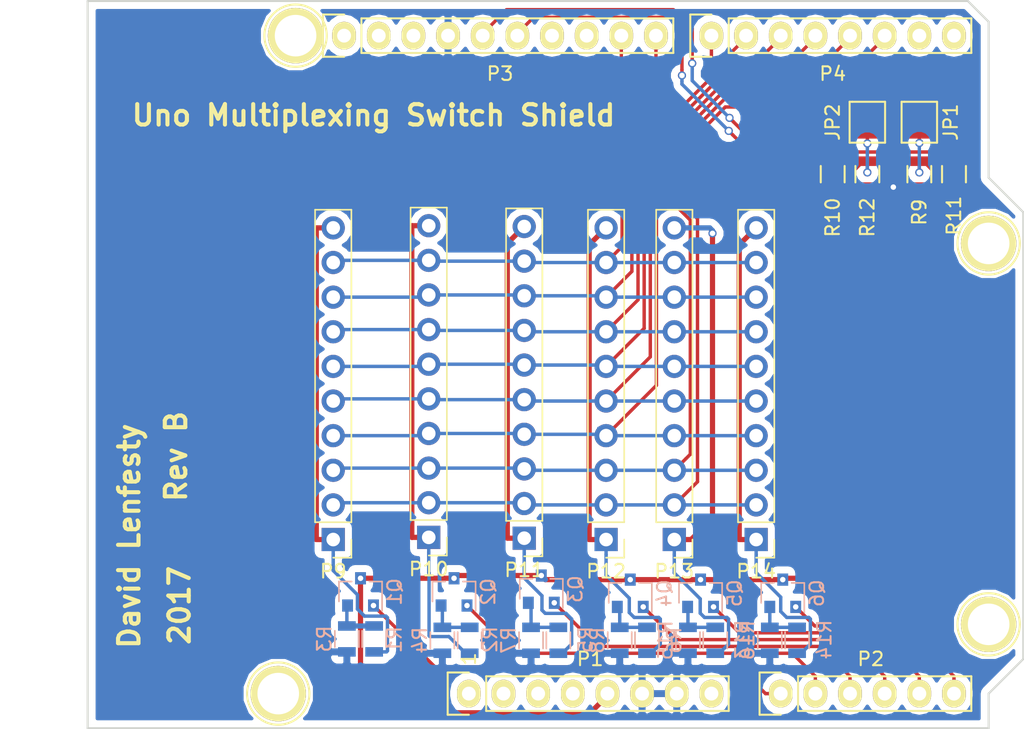
<source format=kicad_pcb>
(kicad_pcb (version 4) (host pcbnew 4.0.7)

  (general
    (links 102)
    (no_connects 0)
    (area 110.922999 72.949999 179.653001 126.440001)
    (thickness 1.6)
    (drawings 31)
    (tracks 348)
    (zones 0)
    (modules 38)
    (nets 49)
  )

  (page A4)
  (title_block
    (date "lun. 30 mars 2015")
  )

  (layers
    (0 F.Cu signal)
    (31 B.Cu signal)
    (32 B.Adhes user)
    (33 F.Adhes user)
    (34 B.Paste user)
    (35 F.Paste user)
    (36 B.SilkS user)
    (37 F.SilkS user)
    (38 B.Mask user)
    (39 F.Mask user)
    (40 Dwgs.User user)
    (41 Cmts.User user)
    (42 Eco1.User user)
    (43 Eco2.User user)
    (44 Edge.Cuts user)
    (45 Margin user)
    (46 B.CrtYd user)
    (47 F.CrtYd user)
    (48 B.Fab user)
    (49 F.Fab user)
  )

  (setup
    (last_trace_width 0.381)
    (user_trace_width 0.381)
    (trace_clearance 0.2)
    (zone_clearance 0.508)
    (zone_45_only no)
    (trace_min 0.2)
    (segment_width 0.15)
    (edge_width 0.15)
    (via_size 0.6)
    (via_drill 0.4)
    (via_min_size 0.4)
    (via_min_drill 0.3)
    (uvia_size 0.3)
    (uvia_drill 0.1)
    (uvias_allowed no)
    (uvia_min_size 0)
    (uvia_min_drill 0)
    (pcb_text_width 0.3)
    (pcb_text_size 1.5 1.5)
    (mod_edge_width 0.15)
    (mod_text_size 1 1)
    (mod_text_width 0.15)
    (pad_size 4.064 4.064)
    (pad_drill 3.048)
    (pad_to_mask_clearance 0)
    (aux_axis_origin 110.998 126.365)
    (grid_origin 110.998 126.365)
    (visible_elements 7FFFFFFF)
    (pcbplotparams
      (layerselection 0x010f0_80000001)
      (usegerberextensions false)
      (excludeedgelayer true)
      (linewidth 0.100000)
      (plotframeref false)
      (viasonmask false)
      (mode 1)
      (useauxorigin false)
      (hpglpennumber 1)
      (hpglpenspeed 20)
      (hpglpendiameter 15)
      (hpglpenoverlay 2)
      (psnegative false)
      (psa4output false)
      (plotreference true)
      (plotvalue true)
      (plotinvisibletext false)
      (padsonsilk false)
      (subtractmaskfromsilk false)
      (outputformat 1)
      (mirror false)
      (drillshape 0)
      (scaleselection 1)
      (outputdirectory Gerbers/))
  )

  (net 0 "")
  (net 1 /IOREF)
  (net 2 /Reset)
  (net 3 +5V)
  (net 4 GND)
  (net 5 /Vin)
  (net 6 /A0)
  (net 7 /A1)
  (net 8 /A2)
  (net 9 /A3)
  (net 10 /AREF)
  (net 11 "/A4(SDA)")
  (net 12 "/A5(SCL)")
  (net 13 "/9(**)")
  (net 14 /8)
  (net 15 /7)
  (net 16 "/6(**)")
  (net 17 "/5(**)")
  (net 18 /4)
  (net 19 "/3(**)")
  (net 20 /2)
  (net 21 "/1(Tx)")
  (net 22 "/0(Rx)")
  (net 23 "Net-(P5-Pad1)")
  (net 24 "Net-(P6-Pad1)")
  (net 25 "Net-(P7-Pad1)")
  (net 26 "Net-(P8-Pad1)")
  (net 27 "/13(SCK)")
  (net 28 "/10(**/SS)")
  (net 29 "Net-(P1-Pad1)")
  (net 30 +3V3)
  (net 31 "/12(MISO)")
  (net 32 "/11(**/MOSI)")
  (net 33 "Net-(JP1-Pad2)")
  (net 34 "Net-(JP2-Pad2)")
  (net 35 "Net-(P9-Pad1)")
  (net 36 "Net-(P10-Pad1)")
  (net 37 "Net-(P11-Pad1)")
  (net 38 "Net-(P12-Pad1)")
  (net 39 "Net-(Q1-Pad2)")
  (net 40 "Net-(Q2-Pad2)")
  (net 41 "Net-(Q3-Pad2)")
  (net 42 "Net-(Q4-Pad2)")
  (net 43 "Net-(Q5-Pad2)")
  (net 44 "Net-(Q6-Pad2)")
  (net 45 "Net-(P13-Pad1)")
  (net 46 "Net-(P14-Pad1)")
  (net 47 "Net-(P3-Pad1)")
  (net 48 "Net-(P3-Pad2)")

  (net_class Default "This is the default net class."
    (clearance 0.2)
    (trace_width 0.25)
    (via_dia 0.6)
    (via_drill 0.4)
    (uvia_dia 0.3)
    (uvia_drill 0.1)
    (add_net +3V3)
    (add_net +5V)
    (add_net "/0(Rx)")
    (add_net "/1(Tx)")
    (add_net "/10(**/SS)")
    (add_net "/11(**/MOSI)")
    (add_net "/12(MISO)")
    (add_net "/13(SCK)")
    (add_net /2)
    (add_net "/3(**)")
    (add_net /4)
    (add_net "/5(**)")
    (add_net "/6(**)")
    (add_net /7)
    (add_net /8)
    (add_net "/9(**)")
    (add_net /A0)
    (add_net /A1)
    (add_net /A2)
    (add_net /A3)
    (add_net "/A4(SDA)")
    (add_net "/A5(SCL)")
    (add_net /AREF)
    (add_net /IOREF)
    (add_net /Reset)
    (add_net /Vin)
    (add_net GND)
    (add_net "Net-(JP1-Pad2)")
    (add_net "Net-(JP2-Pad2)")
    (add_net "Net-(P1-Pad1)")
    (add_net "Net-(P10-Pad1)")
    (add_net "Net-(P11-Pad1)")
    (add_net "Net-(P12-Pad1)")
    (add_net "Net-(P13-Pad1)")
    (add_net "Net-(P14-Pad1)")
    (add_net "Net-(P3-Pad1)")
    (add_net "Net-(P3-Pad2)")
    (add_net "Net-(P5-Pad1)")
    (add_net "Net-(P6-Pad1)")
    (add_net "Net-(P7-Pad1)")
    (add_net "Net-(P8-Pad1)")
    (add_net "Net-(P9-Pad1)")
    (add_net "Net-(Q1-Pad2)")
    (add_net "Net-(Q2-Pad2)")
    (add_net "Net-(Q3-Pad2)")
    (add_net "Net-(Q4-Pad2)")
    (add_net "Net-(Q5-Pad2)")
    (add_net "Net-(Q6-Pad2)")
  )

  (module Socket_Arduino_Uno:Socket_Strip_Arduino_1x08 locked (layer F.Cu) (tedit 552168D2) (tstamp 551AF9EA)
    (at 138.938 123.825)
    (descr "Through hole socket strip")
    (tags "socket strip")
    (path /56D70129)
    (fp_text reference P1 (at 8.89 -2.54) (layer F.SilkS)
      (effects (font (size 1 1) (thickness 0.15)))
    )
    (fp_text value Power (at 8.89 -4.064) (layer F.Fab)
      (effects (font (size 1 1) (thickness 0.15)))
    )
    (fp_line (start -1.75 -1.75) (end -1.75 1.75) (layer F.CrtYd) (width 0.05))
    (fp_line (start 19.55 -1.75) (end 19.55 1.75) (layer F.CrtYd) (width 0.05))
    (fp_line (start -1.75 -1.75) (end 19.55 -1.75) (layer F.CrtYd) (width 0.05))
    (fp_line (start -1.75 1.75) (end 19.55 1.75) (layer F.CrtYd) (width 0.05))
    (fp_line (start 1.27 1.27) (end 19.05 1.27) (layer F.SilkS) (width 0.15))
    (fp_line (start 19.05 1.27) (end 19.05 -1.27) (layer F.SilkS) (width 0.15))
    (fp_line (start 19.05 -1.27) (end 1.27 -1.27) (layer F.SilkS) (width 0.15))
    (fp_line (start -1.55 1.55) (end 0 1.55) (layer F.SilkS) (width 0.15))
    (fp_line (start 1.27 1.27) (end 1.27 -1.27) (layer F.SilkS) (width 0.15))
    (fp_line (start 0 -1.55) (end -1.55 -1.55) (layer F.SilkS) (width 0.15))
    (fp_line (start -1.55 -1.55) (end -1.55 1.55) (layer F.SilkS) (width 0.15))
    (pad 1 thru_hole oval (at 0 0) (size 1.7272 2.032) (drill 1.016) (layers *.Cu *.Mask F.SilkS)
      (net 29 "Net-(P1-Pad1)"))
    (pad 2 thru_hole oval (at 2.54 0) (size 1.7272 2.032) (drill 1.016) (layers *.Cu *.Mask F.SilkS)
      (net 1 /IOREF))
    (pad 3 thru_hole oval (at 5.08 0) (size 1.7272 2.032) (drill 1.016) (layers *.Cu *.Mask F.SilkS)
      (net 2 /Reset))
    (pad 4 thru_hole oval (at 7.62 0) (size 1.7272 2.032) (drill 1.016) (layers *.Cu *.Mask F.SilkS)
      (net 30 +3V3))
    (pad 5 thru_hole oval (at 10.16 0) (size 1.7272 2.032) (drill 1.016) (layers *.Cu *.Mask F.SilkS)
      (net 3 +5V))
    (pad 6 thru_hole oval (at 12.7 0) (size 1.7272 2.032) (drill 1.016) (layers *.Cu *.Mask F.SilkS)
      (net 4 GND))
    (pad 7 thru_hole oval (at 15.24 0) (size 1.7272 2.032) (drill 1.016) (layers *.Cu *.Mask F.SilkS)
      (net 4 GND))
    (pad 8 thru_hole oval (at 17.78 0) (size 1.7272 2.032) (drill 1.016) (layers *.Cu *.Mask F.SilkS)
      (net 5 /Vin))
    (model ${KIPRJMOD}/Socket_Arduino_Uno.3dshapes/Socket_header_Arduino_1x08.wrl
      (at (xyz 0.35 0 0))
      (scale (xyz 1 1 1))
      (rotate (xyz 0 0 180))
    )
  )

  (module Socket_Arduino_Uno:Socket_Strip_Arduino_1x06 locked (layer F.Cu) (tedit 552168D6) (tstamp 551AF9FF)
    (at 161.798 123.825)
    (descr "Through hole socket strip")
    (tags "socket strip")
    (path /56D70DD8)
    (fp_text reference P2 (at 6.604 -2.54) (layer F.SilkS)
      (effects (font (size 1 1) (thickness 0.15)))
    )
    (fp_text value Analog (at 6.604 -4.064) (layer F.Fab)
      (effects (font (size 1 1) (thickness 0.15)))
    )
    (fp_line (start -1.75 -1.75) (end -1.75 1.75) (layer F.CrtYd) (width 0.05))
    (fp_line (start 14.45 -1.75) (end 14.45 1.75) (layer F.CrtYd) (width 0.05))
    (fp_line (start -1.75 -1.75) (end 14.45 -1.75) (layer F.CrtYd) (width 0.05))
    (fp_line (start -1.75 1.75) (end 14.45 1.75) (layer F.CrtYd) (width 0.05))
    (fp_line (start 1.27 1.27) (end 13.97 1.27) (layer F.SilkS) (width 0.15))
    (fp_line (start 13.97 1.27) (end 13.97 -1.27) (layer F.SilkS) (width 0.15))
    (fp_line (start 13.97 -1.27) (end 1.27 -1.27) (layer F.SilkS) (width 0.15))
    (fp_line (start -1.55 1.55) (end 0 1.55) (layer F.SilkS) (width 0.15))
    (fp_line (start 1.27 1.27) (end 1.27 -1.27) (layer F.SilkS) (width 0.15))
    (fp_line (start 0 -1.55) (end -1.55 -1.55) (layer F.SilkS) (width 0.15))
    (fp_line (start -1.55 -1.55) (end -1.55 1.55) (layer F.SilkS) (width 0.15))
    (pad 1 thru_hole oval (at 0 0) (size 1.7272 2.032) (drill 1.016) (layers *.Cu *.Mask F.SilkS)
      (net 6 /A0))
    (pad 2 thru_hole oval (at 2.54 0) (size 1.7272 2.032) (drill 1.016) (layers *.Cu *.Mask F.SilkS)
      (net 7 /A1))
    (pad 3 thru_hole oval (at 5.08 0) (size 1.7272 2.032) (drill 1.016) (layers *.Cu *.Mask F.SilkS)
      (net 8 /A2))
    (pad 4 thru_hole oval (at 7.62 0) (size 1.7272 2.032) (drill 1.016) (layers *.Cu *.Mask F.SilkS)
      (net 9 /A3))
    (pad 5 thru_hole oval (at 10.16 0) (size 1.7272 2.032) (drill 1.016) (layers *.Cu *.Mask F.SilkS)
      (net 11 "/A4(SDA)"))
    (pad 6 thru_hole oval (at 12.7 0) (size 1.7272 2.032) (drill 1.016) (layers *.Cu *.Mask F.SilkS)
      (net 12 "/A5(SCL)"))
    (model ${KIPRJMOD}/Socket_Arduino_Uno.3dshapes/Socket_header_Arduino_1x06.wrl
      (at (xyz 0.25 0 0))
      (scale (xyz 1 1 1))
      (rotate (xyz 0 0 180))
    )
  )

  (module Socket_Arduino_Uno:Socket_Strip_Arduino_1x10 locked (layer F.Cu) (tedit 552168BF) (tstamp 551AFA18)
    (at 129.794 75.565)
    (descr "Through hole socket strip")
    (tags "socket strip")
    (path /56D721E0)
    (fp_text reference P3 (at 11.43 2.794) (layer F.SilkS)
      (effects (font (size 1 1) (thickness 0.15)))
    )
    (fp_text value Digital (at 11.43 4.318) (layer F.Fab)
      (effects (font (size 1 1) (thickness 0.15)))
    )
    (fp_line (start -1.75 -1.75) (end -1.75 1.75) (layer F.CrtYd) (width 0.05))
    (fp_line (start 24.65 -1.75) (end 24.65 1.75) (layer F.CrtYd) (width 0.05))
    (fp_line (start -1.75 -1.75) (end 24.65 -1.75) (layer F.CrtYd) (width 0.05))
    (fp_line (start -1.75 1.75) (end 24.65 1.75) (layer F.CrtYd) (width 0.05))
    (fp_line (start 1.27 1.27) (end 24.13 1.27) (layer F.SilkS) (width 0.15))
    (fp_line (start 24.13 1.27) (end 24.13 -1.27) (layer F.SilkS) (width 0.15))
    (fp_line (start 24.13 -1.27) (end 1.27 -1.27) (layer F.SilkS) (width 0.15))
    (fp_line (start -1.55 1.55) (end 0 1.55) (layer F.SilkS) (width 0.15))
    (fp_line (start 1.27 1.27) (end 1.27 -1.27) (layer F.SilkS) (width 0.15))
    (fp_line (start 0 -1.55) (end -1.55 -1.55) (layer F.SilkS) (width 0.15))
    (fp_line (start -1.55 -1.55) (end -1.55 1.55) (layer F.SilkS) (width 0.15))
    (pad 1 thru_hole oval (at 0 0) (size 1.7272 2.032) (drill 1.016) (layers *.Cu *.Mask F.SilkS)
      (net 47 "Net-(P3-Pad1)"))
    (pad 2 thru_hole oval (at 2.54 0) (size 1.7272 2.032) (drill 1.016) (layers *.Cu *.Mask F.SilkS)
      (net 48 "Net-(P3-Pad2)"))
    (pad 3 thru_hole oval (at 5.08 0) (size 1.7272 2.032) (drill 1.016) (layers *.Cu *.Mask F.SilkS)
      (net 10 /AREF))
    (pad 4 thru_hole oval (at 7.62 0) (size 1.7272 2.032) (drill 1.016) (layers *.Cu *.Mask F.SilkS)
      (net 4 GND))
    (pad 5 thru_hole oval (at 10.16 0) (size 1.7272 2.032) (drill 1.016) (layers *.Cu *.Mask F.SilkS)
      (net 27 "/13(SCK)"))
    (pad 6 thru_hole oval (at 12.7 0) (size 1.7272 2.032) (drill 1.016) (layers *.Cu *.Mask F.SilkS)
      (net 31 "/12(MISO)"))
    (pad 7 thru_hole oval (at 15.24 0) (size 1.7272 2.032) (drill 1.016) (layers *.Cu *.Mask F.SilkS)
      (net 32 "/11(**/MOSI)"))
    (pad 8 thru_hole oval (at 17.78 0) (size 1.7272 2.032) (drill 1.016) (layers *.Cu *.Mask F.SilkS)
      (net 28 "/10(**/SS)"))
    (pad 9 thru_hole oval (at 20.32 0) (size 1.7272 2.032) (drill 1.016) (layers *.Cu *.Mask F.SilkS)
      (net 13 "/9(**)"))
    (pad 10 thru_hole oval (at 22.86 0) (size 1.7272 2.032) (drill 1.016) (layers *.Cu *.Mask F.SilkS)
      (net 14 /8))
    (model ${KIPRJMOD}/Socket_Arduino_Uno.3dshapes/Socket_header_Arduino_1x10.wrl
      (at (xyz 0.45 0 0))
      (scale (xyz 1 1 1))
      (rotate (xyz 0 0 180))
    )
  )

  (module Socket_Arduino_Uno:Socket_Strip_Arduino_1x08 locked (layer F.Cu) (tedit 552168C7) (tstamp 551AFA2F)
    (at 156.718 75.565)
    (descr "Through hole socket strip")
    (tags "socket strip")
    (path /56D7164F)
    (fp_text reference P4 (at 8.89 2.794) (layer F.SilkS)
      (effects (font (size 1 1) (thickness 0.15)))
    )
    (fp_text value Digital (at 8.89 4.318) (layer F.Fab)
      (effects (font (size 1 1) (thickness 0.15)))
    )
    (fp_line (start -1.75 -1.75) (end -1.75 1.75) (layer F.CrtYd) (width 0.05))
    (fp_line (start 19.55 -1.75) (end 19.55 1.75) (layer F.CrtYd) (width 0.05))
    (fp_line (start -1.75 -1.75) (end 19.55 -1.75) (layer F.CrtYd) (width 0.05))
    (fp_line (start -1.75 1.75) (end 19.55 1.75) (layer F.CrtYd) (width 0.05))
    (fp_line (start 1.27 1.27) (end 19.05 1.27) (layer F.SilkS) (width 0.15))
    (fp_line (start 19.05 1.27) (end 19.05 -1.27) (layer F.SilkS) (width 0.15))
    (fp_line (start 19.05 -1.27) (end 1.27 -1.27) (layer F.SilkS) (width 0.15))
    (fp_line (start -1.55 1.55) (end 0 1.55) (layer F.SilkS) (width 0.15))
    (fp_line (start 1.27 1.27) (end 1.27 -1.27) (layer F.SilkS) (width 0.15))
    (fp_line (start 0 -1.55) (end -1.55 -1.55) (layer F.SilkS) (width 0.15))
    (fp_line (start -1.55 -1.55) (end -1.55 1.55) (layer F.SilkS) (width 0.15))
    (pad 1 thru_hole oval (at 0 0) (size 1.7272 2.032) (drill 1.016) (layers *.Cu *.Mask F.SilkS)
      (net 15 /7))
    (pad 2 thru_hole oval (at 2.54 0) (size 1.7272 2.032) (drill 1.016) (layers *.Cu *.Mask F.SilkS)
      (net 16 "/6(**)"))
    (pad 3 thru_hole oval (at 5.08 0) (size 1.7272 2.032) (drill 1.016) (layers *.Cu *.Mask F.SilkS)
      (net 17 "/5(**)"))
    (pad 4 thru_hole oval (at 7.62 0) (size 1.7272 2.032) (drill 1.016) (layers *.Cu *.Mask F.SilkS)
      (net 18 /4))
    (pad 5 thru_hole oval (at 10.16 0) (size 1.7272 2.032) (drill 1.016) (layers *.Cu *.Mask F.SilkS)
      (net 19 "/3(**)"))
    (pad 6 thru_hole oval (at 12.7 0) (size 1.7272 2.032) (drill 1.016) (layers *.Cu *.Mask F.SilkS)
      (net 20 /2))
    (pad 7 thru_hole oval (at 15.24 0) (size 1.7272 2.032) (drill 1.016) (layers *.Cu *.Mask F.SilkS)
      (net 21 "/1(Tx)"))
    (pad 8 thru_hole oval (at 17.78 0) (size 1.7272 2.032) (drill 1.016) (layers *.Cu *.Mask F.SilkS)
      (net 22 "/0(Rx)"))
    (model ${KIPRJMOD}/Socket_Arduino_Uno.3dshapes/Socket_header_Arduino_1x08.wrl
      (at (xyz 0.35 0 0))
      (scale (xyz 1 1 1))
      (rotate (xyz 0 0 180))
    )
  )

  (module Socket_Arduino_Uno:Arduino_1pin locked (layer F.Cu) (tedit 5524FC39) (tstamp 5524FC3F)
    (at 124.968 123.825)
    (descr "module 1 pin (ou trou mecanique de percage)")
    (tags DEV)
    (path /56D71177)
    (fp_text reference P5 (at 0 -3.048) (layer F.SilkS) hide
      (effects (font (size 1 1) (thickness 0.15)))
    )
    (fp_text value CONN_01X01 (at 0 2.794) (layer F.Fab) hide
      (effects (font (size 1 1) (thickness 0.15)))
    )
    (fp_circle (center 0 0) (end 0 -2.286) (layer F.SilkS) (width 0.15))
    (pad 1 thru_hole circle (at 0 0) (size 4.064 4.064) (drill 3.048) (layers *.Cu *.Mask F.SilkS)
      (net 23 "Net-(P5-Pad1)"))
  )

  (module Socket_Arduino_Uno:Arduino_1pin locked (layer F.Cu) (tedit 5524FC4A) (tstamp 5524FC44)
    (at 177.038 118.745)
    (descr "module 1 pin (ou trou mecanique de percage)")
    (tags DEV)
    (path /56D71274)
    (fp_text reference P6 (at 0 -3.048) (layer F.SilkS) hide
      (effects (font (size 1 1) (thickness 0.15)))
    )
    (fp_text value CONN_01X01 (at 0 2.794) (layer F.Fab) hide
      (effects (font (size 1 1) (thickness 0.15)))
    )
    (fp_circle (center 0 0) (end 0 -2.286) (layer F.SilkS) (width 0.15))
    (pad 1 thru_hole circle (at 0 0) (size 4.064 4.064) (drill 3.048) (layers *.Cu *.Mask F.SilkS)
      (net 24 "Net-(P6-Pad1)"))
  )

  (module Socket_Arduino_Uno:Arduino_1pin locked (layer F.Cu) (tedit 5524FC2F) (tstamp 5524FC49)
    (at 126.238 75.565)
    (descr "module 1 pin (ou trou mecanique de percage)")
    (tags DEV)
    (path /56D712A8)
    (fp_text reference P7 (at 0 -3.048) (layer F.SilkS) hide
      (effects (font (size 1 1) (thickness 0.15)))
    )
    (fp_text value CONN_01X01 (at 0 2.794) (layer F.Fab) hide
      (effects (font (size 1 1) (thickness 0.15)))
    )
    (fp_circle (center 0 0) (end 0 -2.286) (layer F.SilkS) (width 0.15))
    (pad 1 thru_hole circle (at 0 0) (size 4.064 4.064) (drill 3.048) (layers *.Cu *.Mask F.SilkS)
      (net 25 "Net-(P7-Pad1)"))
  )

  (module Socket_Arduino_Uno:Arduino_1pin locked (layer F.Cu) (tedit 5524FC41) (tstamp 5524FC4E)
    (at 177.038 90.805)
    (descr "module 1 pin (ou trou mecanique de percage)")
    (tags DEV)
    (path /56D712DB)
    (fp_text reference P8 (at 0 -3.048) (layer F.SilkS) hide
      (effects (font (size 1 1) (thickness 0.15)))
    )
    (fp_text value CONN_01X01 (at 0 2.794) (layer F.Fab) hide
      (effects (font (size 1 1) (thickness 0.15)))
    )
    (fp_circle (center 0 0) (end 0 -2.286) (layer F.SilkS) (width 0.15))
    (pad 1 thru_hole circle (at 0 0) (size 4.064 4.064) (drill 3.048) (layers *.Cu *.Mask F.SilkS)
      (net 26 "Net-(P8-Pad1)"))
  )

  (module Custom_Footprints:Jumper_SMD (layer F.Cu) (tedit 588BE8C1) (tstamp 597A3BE3)
    (at 171.958 81.915)
    (path /597A5424)
    (fp_text reference JP1 (at 2.3 0 90) (layer F.SilkS)
      (effects (font (size 1 1) (thickness 0.15)))
    )
    (fp_text value Jumper (at 0 -3.9) (layer F.Fab)
      (effects (font (size 1 1) (thickness 0.15)))
    )
    (fp_line (start -1.1 -1.5) (end 1.3 -1.5) (layer F.SilkS) (width 0.15))
    (fp_line (start 1.3 -1.5) (end 1.3 1.5) (layer F.SilkS) (width 0.15))
    (fp_line (start 1.3 1.5) (end -1.3 1.5) (layer F.SilkS) (width 0.15))
    (fp_line (start -1.3 1.5) (end -1.3 -1.5) (layer F.SilkS) (width 0.15))
    (fp_line (start -1.3 -1.5) (end -1.1 -1.5) (layer F.SilkS) (width 0.15))
    (pad 1 smd rect (at 0 -0.7) (size 2 1) (layers F.Cu F.Paste F.Mask)
      (net 3 +5V))
    (pad 2 smd rect (at 0 0.7) (size 2 1) (layers F.Cu F.Paste F.Mask)
      (net 33 "Net-(JP1-Pad2)"))
  )

  (module Custom_Footprints:Jumper_SMD (layer F.Cu) (tedit 588BE8C1) (tstamp 597A3BE9)
    (at 168.148 81.915)
    (path /597A5726)
    (fp_text reference JP2 (at -2.54 0 90) (layer F.SilkS)
      (effects (font (size 1 1) (thickness 0.15)))
    )
    (fp_text value Jumper (at 0 -3.9) (layer F.Fab)
      (effects (font (size 1 1) (thickness 0.15)))
    )
    (fp_line (start -1.1 -1.5) (end 1.3 -1.5) (layer F.SilkS) (width 0.15))
    (fp_line (start 1.3 -1.5) (end 1.3 1.5) (layer F.SilkS) (width 0.15))
    (fp_line (start 1.3 1.5) (end -1.3 1.5) (layer F.SilkS) (width 0.15))
    (fp_line (start -1.3 1.5) (end -1.3 -1.5) (layer F.SilkS) (width 0.15))
    (fp_line (start -1.3 -1.5) (end -1.1 -1.5) (layer F.SilkS) (width 0.15))
    (pad 1 smd rect (at 0 -0.7) (size 2 1) (layers F.Cu F.Paste F.Mask)
      (net 3 +5V))
    (pad 2 smd rect (at 0 0.7) (size 2 1) (layers F.Cu F.Paste F.Mask)
      (net 34 "Net-(JP2-Pad2)"))
  )

  (module Resistors_SMD:R_0805 (layer F.Cu) (tedit 58307B54) (tstamp 597A3C73)
    (at 174.498 85.725 90)
    (descr "Resistor SMD 0805, reflow soldering, Vishay (see dcrcw.pdf)")
    (tags "resistor 0805")
    (path /597A5DF6)
    (attr smd)
    (fp_text reference R9 (at -2.794 -2.54 90) (layer F.SilkS)
      (effects (font (size 1 1) (thickness 0.15)))
    )
    (fp_text value 1K (at 0.127 1.778 90) (layer F.Fab)
      (effects (font (size 1 1) (thickness 0.15)))
    )
    (fp_line (start -1 0.625) (end -1 -0.625) (layer F.Fab) (width 0.1))
    (fp_line (start 1 0.625) (end -1 0.625) (layer F.Fab) (width 0.1))
    (fp_line (start 1 -0.625) (end 1 0.625) (layer F.Fab) (width 0.1))
    (fp_line (start -1 -0.625) (end 1 -0.625) (layer F.Fab) (width 0.1))
    (fp_line (start -1.6 -1) (end 1.6 -1) (layer F.CrtYd) (width 0.05))
    (fp_line (start -1.6 1) (end 1.6 1) (layer F.CrtYd) (width 0.05))
    (fp_line (start -1.6 -1) (end -1.6 1) (layer F.CrtYd) (width 0.05))
    (fp_line (start 1.6 -1) (end 1.6 1) (layer F.CrtYd) (width 0.05))
    (fp_line (start 0.6 0.875) (end -0.6 0.875) (layer F.SilkS) (width 0.15))
    (fp_line (start -0.6 -0.875) (end 0.6 -0.875) (layer F.SilkS) (width 0.15))
    (pad 1 smd rect (at -0.95 0 90) (size 0.7 1.3) (layers F.Cu F.Paste F.Mask)
      (net 33 "Net-(JP1-Pad2)"))
    (pad 2 smd rect (at 0.95 0 90) (size 0.7 1.3) (layers F.Cu F.Paste F.Mask)
      (net 27 "/13(SCK)"))
    (model Resistors_SMD.3dshapes/R_0805.wrl
      (at (xyz 0 0 0))
      (scale (xyz 1 1 1))
      (rotate (xyz 0 0 0))
    )
  )

  (module Resistors_SMD:R_0805 (layer F.Cu) (tedit 58307B54) (tstamp 597A3C79)
    (at 165.608 85.725 270)
    (descr "Resistor SMD 0805, reflow soldering, Vishay (see dcrcw.pdf)")
    (tags "resistor 0805")
    (path /597A5ECD)
    (attr smd)
    (fp_text reference R10 (at 3.175 0 270) (layer F.SilkS)
      (effects (font (size 1 1) (thickness 0.15)))
    )
    (fp_text value 1K (at 0.127 1.651 270) (layer F.Fab)
      (effects (font (size 1 1) (thickness 0.15)))
    )
    (fp_line (start -1 0.625) (end -1 -0.625) (layer F.Fab) (width 0.1))
    (fp_line (start 1 0.625) (end -1 0.625) (layer F.Fab) (width 0.1))
    (fp_line (start 1 -0.625) (end 1 0.625) (layer F.Fab) (width 0.1))
    (fp_line (start -1 -0.625) (end 1 -0.625) (layer F.Fab) (width 0.1))
    (fp_line (start -1.6 -1) (end 1.6 -1) (layer F.CrtYd) (width 0.05))
    (fp_line (start -1.6 1) (end 1.6 1) (layer F.CrtYd) (width 0.05))
    (fp_line (start -1.6 -1) (end -1.6 1) (layer F.CrtYd) (width 0.05))
    (fp_line (start 1.6 -1) (end 1.6 1) (layer F.CrtYd) (width 0.05))
    (fp_line (start 0.6 0.875) (end -0.6 0.875) (layer F.SilkS) (width 0.15))
    (fp_line (start -0.6 -0.875) (end 0.6 -0.875) (layer F.SilkS) (width 0.15))
    (pad 1 smd rect (at -0.95 0 270) (size 0.7 1.3) (layers F.Cu F.Paste F.Mask)
      (net 31 "/12(MISO)"))
    (pad 2 smd rect (at 0.95 0 270) (size 0.7 1.3) (layers F.Cu F.Paste F.Mask)
      (net 34 "Net-(JP2-Pad2)"))
    (model Resistors_SMD.3dshapes/R_0805.wrl
      (at (xyz 0 0 0))
      (scale (xyz 1 1 1))
      (rotate (xyz 0 0 0))
    )
  )

  (module Resistors_SMD:R_0805 (layer F.Cu) (tedit 58307B54) (tstamp 597A3C7F)
    (at 171.958 85.725 270)
    (descr "Resistor SMD 0805, reflow soldering, Vishay (see dcrcw.pdf)")
    (tags "resistor 0805")
    (path /597A5AED)
    (attr smd)
    (fp_text reference R11 (at 3.048 -2.54 270) (layer F.SilkS)
      (effects (font (size 1 1) (thickness 0.15)))
    )
    (fp_text value 10K (at 0 1.905 270) (layer F.Fab)
      (effects (font (size 1 1) (thickness 0.15)))
    )
    (fp_line (start -1 0.625) (end -1 -0.625) (layer F.Fab) (width 0.1))
    (fp_line (start 1 0.625) (end -1 0.625) (layer F.Fab) (width 0.1))
    (fp_line (start 1 -0.625) (end 1 0.625) (layer F.Fab) (width 0.1))
    (fp_line (start -1 -0.625) (end 1 -0.625) (layer F.Fab) (width 0.1))
    (fp_line (start -1.6 -1) (end 1.6 -1) (layer F.CrtYd) (width 0.05))
    (fp_line (start -1.6 1) (end 1.6 1) (layer F.CrtYd) (width 0.05))
    (fp_line (start -1.6 -1) (end -1.6 1) (layer F.CrtYd) (width 0.05))
    (fp_line (start 1.6 -1) (end 1.6 1) (layer F.CrtYd) (width 0.05))
    (fp_line (start 0.6 0.875) (end -0.6 0.875) (layer F.SilkS) (width 0.15))
    (fp_line (start -0.6 -0.875) (end 0.6 -0.875) (layer F.SilkS) (width 0.15))
    (pad 1 smd rect (at -0.95 0 270) (size 0.7 1.3) (layers F.Cu F.Paste F.Mask)
      (net 33 "Net-(JP1-Pad2)"))
    (pad 2 smd rect (at 0.95 0 270) (size 0.7 1.3) (layers F.Cu F.Paste F.Mask)
      (net 4 GND))
    (model Resistors_SMD.3dshapes/R_0805.wrl
      (at (xyz 0 0 0))
      (scale (xyz 1 1 1))
      (rotate (xyz 0 0 0))
    )
  )

  (module Resistors_SMD:R_0805 (layer F.Cu) (tedit 58307B54) (tstamp 597A3C85)
    (at 168.148 85.725 270)
    (descr "Resistor SMD 0805, reflow soldering, Vishay (see dcrcw.pdf)")
    (tags "resistor 0805")
    (path /597A5BD5)
    (attr smd)
    (fp_text reference R12 (at 3.175 0 270) (layer F.SilkS)
      (effects (font (size 1 1) (thickness 0.15)))
    )
    (fp_text value 10K (at 0 -1.905 270) (layer F.Fab)
      (effects (font (size 1 1) (thickness 0.15)))
    )
    (fp_line (start -1 0.625) (end -1 -0.625) (layer F.Fab) (width 0.1))
    (fp_line (start 1 0.625) (end -1 0.625) (layer F.Fab) (width 0.1))
    (fp_line (start 1 -0.625) (end 1 0.625) (layer F.Fab) (width 0.1))
    (fp_line (start -1 -0.625) (end 1 -0.625) (layer F.Fab) (width 0.1))
    (fp_line (start -1.6 -1) (end 1.6 -1) (layer F.CrtYd) (width 0.05))
    (fp_line (start -1.6 1) (end 1.6 1) (layer F.CrtYd) (width 0.05))
    (fp_line (start -1.6 -1) (end -1.6 1) (layer F.CrtYd) (width 0.05))
    (fp_line (start 1.6 -1) (end 1.6 1) (layer F.CrtYd) (width 0.05))
    (fp_line (start 0.6 0.875) (end -0.6 0.875) (layer F.SilkS) (width 0.15))
    (fp_line (start -0.6 -0.875) (end 0.6 -0.875) (layer F.SilkS) (width 0.15))
    (pad 1 smd rect (at -0.95 0 270) (size 0.7 1.3) (layers F.Cu F.Paste F.Mask)
      (net 34 "Net-(JP2-Pad2)"))
    (pad 2 smd rect (at 0.95 0 270) (size 0.7 1.3) (layers F.Cu F.Paste F.Mask)
      (net 4 GND))
    (model Resistors_SMD.3dshapes/R_0805.wrl
      (at (xyz 0 0 0))
      (scale (xyz 1 1 1))
      (rotate (xyz 0 0 0))
    )
  )

  (module TO_SOT_Packages_SMD:SOT-23 (layer B.Cu) (tedit 58CE4E7E) (tstamp 5A2226A4)
    (at 155.922782 116.465 90)
    (descr "SOT-23, Standard")
    (tags SOT-23)
    (path /5A222B38)
    (attr smd)
    (fp_text reference Q5 (at 0 2.5 90) (layer B.SilkS)
      (effects (font (size 1 1) (thickness 0.15)) (justify mirror))
    )
    (fp_text value Q_NPN_BEC (at 0 -2.5 90) (layer B.Fab)
      (effects (font (size 1 1) (thickness 0.15)) (justify mirror))
    )
    (fp_text user %R (at 0 0 360) (layer B.Fab)
      (effects (font (size 0.5 0.5) (thickness 0.075)) (justify mirror))
    )
    (fp_line (start -0.7 0.95) (end -0.7 -1.5) (layer B.Fab) (width 0.1))
    (fp_line (start -0.15 1.52) (end 0.7 1.52) (layer B.Fab) (width 0.1))
    (fp_line (start -0.7 0.95) (end -0.15 1.52) (layer B.Fab) (width 0.1))
    (fp_line (start 0.7 1.52) (end 0.7 -1.52) (layer B.Fab) (width 0.1))
    (fp_line (start -0.7 -1.52) (end 0.7 -1.52) (layer B.Fab) (width 0.1))
    (fp_line (start 0.76 -1.58) (end 0.76 -0.65) (layer B.SilkS) (width 0.12))
    (fp_line (start 0.76 1.58) (end 0.76 0.65) (layer B.SilkS) (width 0.12))
    (fp_line (start -1.7 1.75) (end 1.7 1.75) (layer B.CrtYd) (width 0.05))
    (fp_line (start 1.7 1.75) (end 1.7 -1.75) (layer B.CrtYd) (width 0.05))
    (fp_line (start 1.7 -1.75) (end -1.7 -1.75) (layer B.CrtYd) (width 0.05))
    (fp_line (start -1.7 -1.75) (end -1.7 1.75) (layer B.CrtYd) (width 0.05))
    (fp_line (start 0.76 1.58) (end -1.4 1.58) (layer B.SilkS) (width 0.12))
    (fp_line (start 0.76 -1.58) (end -0.7 -1.58) (layer B.SilkS) (width 0.12))
    (pad 1 smd rect (at -1 0.95 90) (size 0.9 0.8) (layers B.Cu B.Paste B.Mask)
      (net 11 "/A4(SDA)"))
    (pad 2 smd rect (at -1 -0.95 90) (size 0.9 0.8) (layers B.Cu B.Paste B.Mask)
      (net 43 "Net-(Q5-Pad2)"))
    (pad 3 smd rect (at 1 0 90) (size 0.9 0.8) (layers B.Cu B.Paste B.Mask)
      (net 3 +5V))
    (model ${KISYS3DMOD}/TO_SOT_Packages_SMD.3dshapes/SOT-23.wrl
      (at (xyz 0 0 0))
      (scale (xyz 1 1 1))
      (rotate (xyz 0 0 0))
    )
  )

  (module TO_SOT_Packages_SMD:SOT-23 (layer B.Cu) (tedit 58CE4E7E) (tstamp 5A2226AB)
    (at 161.947228 116.465 90)
    (descr "SOT-23, Standard")
    (tags SOT-23)
    (path /5A222B70)
    (attr smd)
    (fp_text reference Q6 (at 0 2.5 90) (layer B.SilkS)
      (effects (font (size 1 1) (thickness 0.15)) (justify mirror))
    )
    (fp_text value Q_NPN_BEC (at 0 -2.5 90) (layer B.Fab)
      (effects (font (size 1 1) (thickness 0.15)) (justify mirror))
    )
    (fp_text user %R (at 0 0 360) (layer B.Fab)
      (effects (font (size 0.5 0.5) (thickness 0.075)) (justify mirror))
    )
    (fp_line (start -0.7 0.95) (end -0.7 -1.5) (layer B.Fab) (width 0.1))
    (fp_line (start -0.15 1.52) (end 0.7 1.52) (layer B.Fab) (width 0.1))
    (fp_line (start -0.7 0.95) (end -0.15 1.52) (layer B.Fab) (width 0.1))
    (fp_line (start 0.7 1.52) (end 0.7 -1.52) (layer B.Fab) (width 0.1))
    (fp_line (start -0.7 -1.52) (end 0.7 -1.52) (layer B.Fab) (width 0.1))
    (fp_line (start 0.76 -1.58) (end 0.76 -0.65) (layer B.SilkS) (width 0.12))
    (fp_line (start 0.76 1.58) (end 0.76 0.65) (layer B.SilkS) (width 0.12))
    (fp_line (start -1.7 1.75) (end 1.7 1.75) (layer B.CrtYd) (width 0.05))
    (fp_line (start 1.7 1.75) (end 1.7 -1.75) (layer B.CrtYd) (width 0.05))
    (fp_line (start 1.7 -1.75) (end -1.7 -1.75) (layer B.CrtYd) (width 0.05))
    (fp_line (start -1.7 -1.75) (end -1.7 1.75) (layer B.CrtYd) (width 0.05))
    (fp_line (start 0.76 1.58) (end -1.4 1.58) (layer B.SilkS) (width 0.12))
    (fp_line (start 0.76 -1.58) (end -0.7 -1.58) (layer B.SilkS) (width 0.12))
    (pad 1 smd rect (at -1 0.95 90) (size 0.9 0.8) (layers B.Cu B.Paste B.Mask)
      (net 12 "/A5(SCL)"))
    (pad 2 smd rect (at -1 -0.95 90) (size 0.9 0.8) (layers B.Cu B.Paste B.Mask)
      (net 44 "Net-(Q6-Pad2)"))
    (pad 3 smd rect (at 1 0 90) (size 0.9 0.8) (layers B.Cu B.Paste B.Mask)
      (net 3 +5V))
    (model ${KISYS3DMOD}/TO_SOT_Packages_SMD.3dshapes/SOT-23.wrl
      (at (xyz 0 0 0))
      (scale (xyz 1 1 1))
      (rotate (xyz 0 0 0))
    )
  )

  (module Resistors_SMD:R_0805 (layer B.Cu) (tedit 58E0A804) (tstamp 5A2226B1)
    (at 156.998 119.915 270)
    (descr "Resistor SMD 0805, reflow soldering, Vishay (see dcrcw.pdf)")
    (tags "resistor 0805")
    (path /5A222B4D)
    (attr smd)
    (fp_text reference R13 (at -0.05 -2 270) (layer B.SilkS)
      (effects (font (size 1 1) (thickness 0.15)) (justify mirror))
    )
    (fp_text value 1K (at 2.45 0 270) (layer B.Fab)
      (effects (font (size 1 1) (thickness 0.15)) (justify mirror))
    )
    (fp_text user %R (at 0 0 270) (layer B.Fab)
      (effects (font (size 0.5 0.5) (thickness 0.075)) (justify mirror))
    )
    (fp_line (start -1 -0.62) (end -1 0.62) (layer B.Fab) (width 0.1))
    (fp_line (start 1 -0.62) (end -1 -0.62) (layer B.Fab) (width 0.1))
    (fp_line (start 1 0.62) (end 1 -0.62) (layer B.Fab) (width 0.1))
    (fp_line (start -1 0.62) (end 1 0.62) (layer B.Fab) (width 0.1))
    (fp_line (start 0.6 -0.88) (end -0.6 -0.88) (layer B.SilkS) (width 0.12))
    (fp_line (start -0.6 0.88) (end 0.6 0.88) (layer B.SilkS) (width 0.12))
    (fp_line (start -1.55 0.9) (end 1.55 0.9) (layer B.CrtYd) (width 0.05))
    (fp_line (start -1.55 0.9) (end -1.55 -0.9) (layer B.CrtYd) (width 0.05))
    (fp_line (start 1.55 -0.9) (end 1.55 0.9) (layer B.CrtYd) (width 0.05))
    (fp_line (start 1.55 -0.9) (end -1.55 -0.9) (layer B.CrtYd) (width 0.05))
    (pad 1 smd rect (at -0.95 0 270) (size 0.7 1.3) (layers B.Cu B.Paste B.Mask)
      (net 43 "Net-(Q5-Pad2)"))
    (pad 2 smd rect (at 0.95 0 270) (size 0.7 1.3) (layers B.Cu B.Paste B.Mask)
      (net 45 "Net-(P13-Pad1)"))
    (model ${KISYS3DMOD}/Resistors_SMD.3dshapes/R_0805.wrl
      (at (xyz 0 0 0))
      (scale (xyz 1 1 1))
      (rotate (xyz 0 0 0))
    )
  )

  (module Resistors_SMD:R_0805 (layer B.Cu) (tedit 58E0A804) (tstamp 5A2226B7)
    (at 162.998 119.915 270)
    (descr "Resistor SMD 0805, reflow soldering, Vishay (see dcrcw.pdf)")
    (tags "resistor 0805")
    (path /5A222B85)
    (attr smd)
    (fp_text reference R14 (at -0.05 -2 270) (layer B.SilkS)
      (effects (font (size 1 1) (thickness 0.15)) (justify mirror))
    )
    (fp_text value 1K (at 2.45 0 270) (layer B.Fab)
      (effects (font (size 1 1) (thickness 0.15)) (justify mirror))
    )
    (fp_text user %R (at 0 0 270) (layer B.Fab)
      (effects (font (size 0.5 0.5) (thickness 0.075)) (justify mirror))
    )
    (fp_line (start -1 -0.62) (end -1 0.62) (layer B.Fab) (width 0.1))
    (fp_line (start 1 -0.62) (end -1 -0.62) (layer B.Fab) (width 0.1))
    (fp_line (start 1 0.62) (end 1 -0.62) (layer B.Fab) (width 0.1))
    (fp_line (start -1 0.62) (end 1 0.62) (layer B.Fab) (width 0.1))
    (fp_line (start 0.6 -0.88) (end -0.6 -0.88) (layer B.SilkS) (width 0.12))
    (fp_line (start -0.6 0.88) (end 0.6 0.88) (layer B.SilkS) (width 0.12))
    (fp_line (start -1.55 0.9) (end 1.55 0.9) (layer B.CrtYd) (width 0.05))
    (fp_line (start -1.55 0.9) (end -1.55 -0.9) (layer B.CrtYd) (width 0.05))
    (fp_line (start 1.55 -0.9) (end 1.55 0.9) (layer B.CrtYd) (width 0.05))
    (fp_line (start 1.55 -0.9) (end -1.55 -0.9) (layer B.CrtYd) (width 0.05))
    (pad 1 smd rect (at -0.95 0 270) (size 0.7 1.3) (layers B.Cu B.Paste B.Mask)
      (net 44 "Net-(Q6-Pad2)"))
    (pad 2 smd rect (at 0.95 0 270) (size 0.7 1.3) (layers B.Cu B.Paste B.Mask)
      (net 46 "Net-(P14-Pad1)"))
    (model ${KISYS3DMOD}/Resistors_SMD.3dshapes/R_0805.wrl
      (at (xyz 0 0 0))
      (scale (xyz 1 1 1))
      (rotate (xyz 0 0 0))
    )
  )

  (module Resistors_SMD:R_0805 (layer B.Cu) (tedit 58E0A804) (tstamp 5A2226BD)
    (at 154.998 119.915 270)
    (descr "Resistor SMD 0805, reflow soldering, Vishay (see dcrcw.pdf)")
    (tags "resistor 0805")
    (path /5A222B41)
    (attr smd)
    (fp_text reference R15 (at 0 1.65 270) (layer B.SilkS)
      (effects (font (size 1 1) (thickness 0.15)) (justify mirror))
    )
    (fp_text value 10K (at 2.95 0 270) (layer B.Fab)
      (effects (font (size 1 1) (thickness 0.15)) (justify mirror))
    )
    (fp_text user %R (at 0 0 270) (layer B.Fab)
      (effects (font (size 0.5 0.5) (thickness 0.075)) (justify mirror))
    )
    (fp_line (start -1 -0.62) (end -1 0.62) (layer B.Fab) (width 0.1))
    (fp_line (start 1 -0.62) (end -1 -0.62) (layer B.Fab) (width 0.1))
    (fp_line (start 1 0.62) (end 1 -0.62) (layer B.Fab) (width 0.1))
    (fp_line (start -1 0.62) (end 1 0.62) (layer B.Fab) (width 0.1))
    (fp_line (start 0.6 -0.88) (end -0.6 -0.88) (layer B.SilkS) (width 0.12))
    (fp_line (start -0.6 0.88) (end 0.6 0.88) (layer B.SilkS) (width 0.12))
    (fp_line (start -1.55 0.9) (end 1.55 0.9) (layer B.CrtYd) (width 0.05))
    (fp_line (start -1.55 0.9) (end -1.55 -0.9) (layer B.CrtYd) (width 0.05))
    (fp_line (start 1.55 -0.9) (end 1.55 0.9) (layer B.CrtYd) (width 0.05))
    (fp_line (start 1.55 -0.9) (end -1.55 -0.9) (layer B.CrtYd) (width 0.05))
    (pad 1 smd rect (at -0.95 0 270) (size 0.7 1.3) (layers B.Cu B.Paste B.Mask)
      (net 43 "Net-(Q5-Pad2)"))
    (pad 2 smd rect (at 0.95 0 270) (size 0.7 1.3) (layers B.Cu B.Paste B.Mask)
      (net 4 GND))
    (model ${KISYS3DMOD}/Resistors_SMD.3dshapes/R_0805.wrl
      (at (xyz 0 0 0))
      (scale (xyz 1 1 1))
      (rotate (xyz 0 0 0))
    )
  )

  (module Resistors_SMD:R_0805 (layer B.Cu) (tedit 58E0A804) (tstamp 5A2226C3)
    (at 160.998 119.915 270)
    (descr "Resistor SMD 0805, reflow soldering, Vishay (see dcrcw.pdf)")
    (tags "resistor 0805")
    (path /5A222B79)
    (attr smd)
    (fp_text reference R16 (at 0 1.65 270) (layer B.SilkS)
      (effects (font (size 1 1) (thickness 0.15)) (justify mirror))
    )
    (fp_text value 10K (at 2.95 0 270) (layer B.Fab)
      (effects (font (size 1 1) (thickness 0.15)) (justify mirror))
    )
    (fp_text user %R (at 0 0 270) (layer B.Fab)
      (effects (font (size 0.5 0.5) (thickness 0.075)) (justify mirror))
    )
    (fp_line (start -1 -0.62) (end -1 0.62) (layer B.Fab) (width 0.1))
    (fp_line (start 1 -0.62) (end -1 -0.62) (layer B.Fab) (width 0.1))
    (fp_line (start 1 0.62) (end 1 -0.62) (layer B.Fab) (width 0.1))
    (fp_line (start -1 0.62) (end 1 0.62) (layer B.Fab) (width 0.1))
    (fp_line (start 0.6 -0.88) (end -0.6 -0.88) (layer B.SilkS) (width 0.12))
    (fp_line (start -0.6 0.88) (end 0.6 0.88) (layer B.SilkS) (width 0.12))
    (fp_line (start -1.55 0.9) (end 1.55 0.9) (layer B.CrtYd) (width 0.05))
    (fp_line (start -1.55 0.9) (end -1.55 -0.9) (layer B.CrtYd) (width 0.05))
    (fp_line (start 1.55 -0.9) (end 1.55 0.9) (layer B.CrtYd) (width 0.05))
    (fp_line (start 1.55 -0.9) (end -1.55 -0.9) (layer B.CrtYd) (width 0.05))
    (pad 1 smd rect (at -0.95 0 270) (size 0.7 1.3) (layers B.Cu B.Paste B.Mask)
      (net 44 "Net-(Q6-Pad2)"))
    (pad 2 smd rect (at 0.95 0 270) (size 0.7 1.3) (layers B.Cu B.Paste B.Mask)
      (net 4 GND))
    (model ${KISYS3DMOD}/Resistors_SMD.3dshapes/R_0805.wrl
      (at (xyz 0 0 0))
      (scale (xyz 1 1 1))
      (rotate (xyz 0 0 0))
    )
  )

  (module TO_SOT_Packages_SMD:SOT-23 (layer B.Cu) (tedit 58CE4E7E) (tstamp 5A222713)
    (at 130.998 116.365 90)
    (descr "SOT-23, Standard")
    (tags SOT-23)
    (path /597A446E)
    (attr smd)
    (fp_text reference Q1 (at 0 2.5 90) (layer B.SilkS)
      (effects (font (size 1 1) (thickness 0.15)) (justify mirror))
    )
    (fp_text value Q_NPN_BEC (at 3 -2.5 90) (layer B.Fab)
      (effects (font (size 1 1) (thickness 0.15)) (justify mirror))
    )
    (fp_text user %R (at 0 0 360) (layer B.Fab)
      (effects (font (size 0.5 0.5) (thickness 0.075)) (justify mirror))
    )
    (fp_line (start -0.7 0.95) (end -0.7 -1.5) (layer B.Fab) (width 0.1))
    (fp_line (start -0.15 1.52) (end 0.7 1.52) (layer B.Fab) (width 0.1))
    (fp_line (start -0.7 0.95) (end -0.15 1.52) (layer B.Fab) (width 0.1))
    (fp_line (start 0.7 1.52) (end 0.7 -1.52) (layer B.Fab) (width 0.1))
    (fp_line (start -0.7 -1.52) (end 0.7 -1.52) (layer B.Fab) (width 0.1))
    (fp_line (start 0.76 -1.58) (end 0.76 -0.65) (layer B.SilkS) (width 0.12))
    (fp_line (start 0.76 1.58) (end 0.76 0.65) (layer B.SilkS) (width 0.12))
    (fp_line (start -1.7 1.75) (end 1.7 1.75) (layer B.CrtYd) (width 0.05))
    (fp_line (start 1.7 1.75) (end 1.7 -1.75) (layer B.CrtYd) (width 0.05))
    (fp_line (start 1.7 -1.75) (end -1.7 -1.75) (layer B.CrtYd) (width 0.05))
    (fp_line (start -1.7 -1.75) (end -1.7 1.75) (layer B.CrtYd) (width 0.05))
    (fp_line (start 0.76 1.58) (end -1.4 1.58) (layer B.SilkS) (width 0.12))
    (fp_line (start 0.76 -1.58) (end -0.7 -1.58) (layer B.SilkS) (width 0.12))
    (pad 1 smd rect (at -1 0.95 90) (size 0.9 0.8) (layers B.Cu B.Paste B.Mask)
      (net 6 /A0))
    (pad 2 smd rect (at -1 -0.95 90) (size 0.9 0.8) (layers B.Cu B.Paste B.Mask)
      (net 39 "Net-(Q1-Pad2)"))
    (pad 3 smd rect (at 1 0 90) (size 0.9 0.8) (layers B.Cu B.Paste B.Mask)
      (net 3 +5V))
    (model ${KISYS3DMOD}/TO_SOT_Packages_SMD.3dshapes/SOT-23.wrl
      (at (xyz 0 0 0))
      (scale (xyz 1 1 1))
      (rotate (xyz 0 0 0))
    )
  )

  (module TO_SOT_Packages_SMD:SOT-23 (layer B.Cu) (tedit 58CE4E7E) (tstamp 5A22271A)
    (at 137.85277 116.365 90)
    (descr "SOT-23, Standard")
    (tags SOT-23)
    (path /597A4D48)
    (attr smd)
    (fp_text reference Q2 (at 0 2.5 90) (layer B.SilkS)
      (effects (font (size 1 1) (thickness 0.15)) (justify mirror))
    )
    (fp_text value Q_NPN_BEC (at 0 -2.5 90) (layer B.Fab)
      (effects (font (size 1 1) (thickness 0.15)) (justify mirror))
    )
    (fp_text user %R (at 0 0 360) (layer B.Fab)
      (effects (font (size 0.5 0.5) (thickness 0.075)) (justify mirror))
    )
    (fp_line (start -0.7 0.95) (end -0.7 -1.5) (layer B.Fab) (width 0.1))
    (fp_line (start -0.15 1.52) (end 0.7 1.52) (layer B.Fab) (width 0.1))
    (fp_line (start -0.7 0.95) (end -0.15 1.52) (layer B.Fab) (width 0.1))
    (fp_line (start 0.7 1.52) (end 0.7 -1.52) (layer B.Fab) (width 0.1))
    (fp_line (start -0.7 -1.52) (end 0.7 -1.52) (layer B.Fab) (width 0.1))
    (fp_line (start 0.76 -1.58) (end 0.76 -0.65) (layer B.SilkS) (width 0.12))
    (fp_line (start 0.76 1.58) (end 0.76 0.65) (layer B.SilkS) (width 0.12))
    (fp_line (start -1.7 1.75) (end 1.7 1.75) (layer B.CrtYd) (width 0.05))
    (fp_line (start 1.7 1.75) (end 1.7 -1.75) (layer B.CrtYd) (width 0.05))
    (fp_line (start 1.7 -1.75) (end -1.7 -1.75) (layer B.CrtYd) (width 0.05))
    (fp_line (start -1.7 -1.75) (end -1.7 1.75) (layer B.CrtYd) (width 0.05))
    (fp_line (start 0.76 1.58) (end -1.4 1.58) (layer B.SilkS) (width 0.12))
    (fp_line (start 0.76 -1.58) (end -0.7 -1.58) (layer B.SilkS) (width 0.12))
    (pad 1 smd rect (at -1 0.95 90) (size 0.9 0.8) (layers B.Cu B.Paste B.Mask)
      (net 7 /A1))
    (pad 2 smd rect (at -1 -0.95 90) (size 0.9 0.8) (layers B.Cu B.Paste B.Mask)
      (net 40 "Net-(Q2-Pad2)"))
    (pad 3 smd rect (at 1 0 90) (size 0.9 0.8) (layers B.Cu B.Paste B.Mask)
      (net 3 +5V))
    (model ${KISYS3DMOD}/TO_SOT_Packages_SMD.3dshapes/SOT-23.wrl
      (at (xyz 0 0 0))
      (scale (xyz 1 1 1))
      (rotate (xyz 0 0 0))
    )
  )

  (module TO_SOT_Packages_SMD:SOT-23 (layer B.Cu) (tedit 58CE4E7E) (tstamp 5A222721)
    (at 144.249448 116.165 90)
    (descr "SOT-23, Standard")
    (tags SOT-23)
    (path /597A5062)
    (attr smd)
    (fp_text reference Q3 (at 0 2.5 90) (layer B.SilkS)
      (effects (font (size 1 1) (thickness 0.15)) (justify mirror))
    )
    (fp_text value Q_NPN_BEC (at 0 -2.5 90) (layer B.Fab)
      (effects (font (size 1 1) (thickness 0.15)) (justify mirror))
    )
    (fp_text user %R (at 0 0 360) (layer B.Fab)
      (effects (font (size 0.5 0.5) (thickness 0.075)) (justify mirror))
    )
    (fp_line (start -0.7 0.95) (end -0.7 -1.5) (layer B.Fab) (width 0.1))
    (fp_line (start -0.15 1.52) (end 0.7 1.52) (layer B.Fab) (width 0.1))
    (fp_line (start -0.7 0.95) (end -0.15 1.52) (layer B.Fab) (width 0.1))
    (fp_line (start 0.7 1.52) (end 0.7 -1.52) (layer B.Fab) (width 0.1))
    (fp_line (start -0.7 -1.52) (end 0.7 -1.52) (layer B.Fab) (width 0.1))
    (fp_line (start 0.76 -1.58) (end 0.76 -0.65) (layer B.SilkS) (width 0.12))
    (fp_line (start 0.76 1.58) (end 0.76 0.65) (layer B.SilkS) (width 0.12))
    (fp_line (start -1.7 1.75) (end 1.7 1.75) (layer B.CrtYd) (width 0.05))
    (fp_line (start 1.7 1.75) (end 1.7 -1.75) (layer B.CrtYd) (width 0.05))
    (fp_line (start 1.7 -1.75) (end -1.7 -1.75) (layer B.CrtYd) (width 0.05))
    (fp_line (start -1.7 -1.75) (end -1.7 1.75) (layer B.CrtYd) (width 0.05))
    (fp_line (start 0.76 1.58) (end -1.4 1.58) (layer B.SilkS) (width 0.12))
    (fp_line (start 0.76 -1.58) (end -0.7 -1.58) (layer B.SilkS) (width 0.12))
    (pad 1 smd rect (at -1 0.95 90) (size 0.9 0.8) (layers B.Cu B.Paste B.Mask)
      (net 8 /A2))
    (pad 2 smd rect (at -1 -0.95 90) (size 0.9 0.8) (layers B.Cu B.Paste B.Mask)
      (net 41 "Net-(Q3-Pad2)"))
    (pad 3 smd rect (at 1 0 90) (size 0.9 0.8) (layers B.Cu B.Paste B.Mask)
      (net 3 +5V))
    (model ${KISYS3DMOD}/TO_SOT_Packages_SMD.3dshapes/SOT-23.wrl
      (at (xyz 0 0 0))
      (scale (xyz 1 1 1))
      (rotate (xyz 0 0 0))
    )
  )

  (module TO_SOT_Packages_SMD:SOT-23 (layer B.Cu) (tedit 58CE4E7E) (tstamp 5A222728)
    (at 150.77061 116.465 90)
    (descr "SOT-23, Standard")
    (tags SOT-23)
    (path /597A5274)
    (attr smd)
    (fp_text reference Q4 (at 0 2.5 90) (layer B.SilkS)
      (effects (font (size 1 1) (thickness 0.15)) (justify mirror))
    )
    (fp_text value Q_NPN_BEC (at 0 -2.5 90) (layer B.Fab)
      (effects (font (size 1 1) (thickness 0.15)) (justify mirror))
    )
    (fp_text user %R (at 0 0 360) (layer B.Fab)
      (effects (font (size 0.5 0.5) (thickness 0.075)) (justify mirror))
    )
    (fp_line (start -0.7 0.95) (end -0.7 -1.5) (layer B.Fab) (width 0.1))
    (fp_line (start -0.15 1.52) (end 0.7 1.52) (layer B.Fab) (width 0.1))
    (fp_line (start -0.7 0.95) (end -0.15 1.52) (layer B.Fab) (width 0.1))
    (fp_line (start 0.7 1.52) (end 0.7 -1.52) (layer B.Fab) (width 0.1))
    (fp_line (start -0.7 -1.52) (end 0.7 -1.52) (layer B.Fab) (width 0.1))
    (fp_line (start 0.76 -1.58) (end 0.76 -0.65) (layer B.SilkS) (width 0.12))
    (fp_line (start 0.76 1.58) (end 0.76 0.65) (layer B.SilkS) (width 0.12))
    (fp_line (start -1.7 1.75) (end 1.7 1.75) (layer B.CrtYd) (width 0.05))
    (fp_line (start 1.7 1.75) (end 1.7 -1.75) (layer B.CrtYd) (width 0.05))
    (fp_line (start 1.7 -1.75) (end -1.7 -1.75) (layer B.CrtYd) (width 0.05))
    (fp_line (start -1.7 -1.75) (end -1.7 1.75) (layer B.CrtYd) (width 0.05))
    (fp_line (start 0.76 1.58) (end -1.4 1.58) (layer B.SilkS) (width 0.12))
    (fp_line (start 0.76 -1.58) (end -0.7 -1.58) (layer B.SilkS) (width 0.12))
    (pad 1 smd rect (at -1 0.95 90) (size 0.9 0.8) (layers B.Cu B.Paste B.Mask)
      (net 9 /A3))
    (pad 2 smd rect (at -1 -0.95 90) (size 0.9 0.8) (layers B.Cu B.Paste B.Mask)
      (net 42 "Net-(Q4-Pad2)"))
    (pad 3 smd rect (at 1 0 90) (size 0.9 0.8) (layers B.Cu B.Paste B.Mask)
      (net 3 +5V))
    (model ${KISYS3DMOD}/TO_SOT_Packages_SMD.3dshapes/SOT-23.wrl
      (at (xyz 0 0 0))
      (scale (xyz 1 1 1))
      (rotate (xyz 0 0 0))
    )
  )

  (module Resistors_SMD:R_0805 (layer B.Cu) (tedit 58E0A804) (tstamp 5A22272E)
    (at 131.998 119.815 270)
    (descr "Resistor SMD 0805, reflow soldering, Vishay (see dcrcw.pdf)")
    (tags "resistor 0805")
    (path /597A46FA)
    (attr smd)
    (fp_text reference R1 (at 0.05 -1.5 270) (layer B.SilkS)
      (effects (font (size 1 1) (thickness 0.15)) (justify mirror))
    )
    (fp_text value 1K (at 2.45 0 270) (layer B.Fab)
      (effects (font (size 1 1) (thickness 0.15)) (justify mirror))
    )
    (fp_text user %R (at 0 0 270) (layer B.Fab)
      (effects (font (size 0.5 0.5) (thickness 0.075)) (justify mirror))
    )
    (fp_line (start -1 -0.62) (end -1 0.62) (layer B.Fab) (width 0.1))
    (fp_line (start 1 -0.62) (end -1 -0.62) (layer B.Fab) (width 0.1))
    (fp_line (start 1 0.62) (end 1 -0.62) (layer B.Fab) (width 0.1))
    (fp_line (start -1 0.62) (end 1 0.62) (layer B.Fab) (width 0.1))
    (fp_line (start 0.6 -0.88) (end -0.6 -0.88) (layer B.SilkS) (width 0.12))
    (fp_line (start -0.6 0.88) (end 0.6 0.88) (layer B.SilkS) (width 0.12))
    (fp_line (start -1.55 0.9) (end 1.55 0.9) (layer B.CrtYd) (width 0.05))
    (fp_line (start -1.55 0.9) (end -1.55 -0.9) (layer B.CrtYd) (width 0.05))
    (fp_line (start 1.55 -0.9) (end 1.55 0.9) (layer B.CrtYd) (width 0.05))
    (fp_line (start 1.55 -0.9) (end -1.55 -0.9) (layer B.CrtYd) (width 0.05))
    (pad 1 smd rect (at -0.95 0 270) (size 0.7 1.3) (layers B.Cu B.Paste B.Mask)
      (net 39 "Net-(Q1-Pad2)"))
    (pad 2 smd rect (at 0.95 0 270) (size 0.7 1.3) (layers B.Cu B.Paste B.Mask)
      (net 35 "Net-(P9-Pad1)"))
    (model ${KISYS3DMOD}/Resistors_SMD.3dshapes/R_0805.wrl
      (at (xyz 0 0 0))
      (scale (xyz 1 1 1))
      (rotate (xyz 0 0 0))
    )
  )

  (module Resistors_SMD:R_0805 (layer B.Cu) (tedit 58E0A804) (tstamp 5A222734)
    (at 138.998 119.915 270)
    (descr "Resistor SMD 0805, reflow soldering, Vishay (see dcrcw.pdf)")
    (tags "resistor 0805")
    (path /597A4D5E)
    (attr smd)
    (fp_text reference R2 (at -0.05 -1.5 270) (layer B.SilkS)
      (effects (font (size 1 1) (thickness 0.15)) (justify mirror))
    )
    (fp_text value 1K (at 2.45 0 270) (layer B.Fab)
      (effects (font (size 1 1) (thickness 0.15)) (justify mirror))
    )
    (fp_text user %R (at 0 0 270) (layer B.Fab)
      (effects (font (size 0.5 0.5) (thickness 0.075)) (justify mirror))
    )
    (fp_line (start -1 -0.62) (end -1 0.62) (layer B.Fab) (width 0.1))
    (fp_line (start 1 -0.62) (end -1 -0.62) (layer B.Fab) (width 0.1))
    (fp_line (start 1 0.62) (end 1 -0.62) (layer B.Fab) (width 0.1))
    (fp_line (start -1 0.62) (end 1 0.62) (layer B.Fab) (width 0.1))
    (fp_line (start 0.6 -0.88) (end -0.6 -0.88) (layer B.SilkS) (width 0.12))
    (fp_line (start -0.6 0.88) (end 0.6 0.88) (layer B.SilkS) (width 0.12))
    (fp_line (start -1.55 0.9) (end 1.55 0.9) (layer B.CrtYd) (width 0.05))
    (fp_line (start -1.55 0.9) (end -1.55 -0.9) (layer B.CrtYd) (width 0.05))
    (fp_line (start 1.55 -0.9) (end 1.55 0.9) (layer B.CrtYd) (width 0.05))
    (fp_line (start 1.55 -0.9) (end -1.55 -0.9) (layer B.CrtYd) (width 0.05))
    (pad 1 smd rect (at -0.95 0 270) (size 0.7 1.3) (layers B.Cu B.Paste B.Mask)
      (net 40 "Net-(Q2-Pad2)"))
    (pad 2 smd rect (at 0.95 0 270) (size 0.7 1.3) (layers B.Cu B.Paste B.Mask)
      (net 36 "Net-(P10-Pad1)"))
    (model ${KISYS3DMOD}/Resistors_SMD.3dshapes/R_0805.wrl
      (at (xyz 0 0 0))
      (scale (xyz 1 1 1))
      (rotate (xyz 0 0 0))
    )
  )

  (module Resistors_SMD:R_0805 (layer B.Cu) (tedit 58E0A804) (tstamp 5A22273A)
    (at 129.998 119.815 270)
    (descr "Resistor SMD 0805, reflow soldering, Vishay (see dcrcw.pdf)")
    (tags "resistor 0805")
    (path /597A4660)
    (attr smd)
    (fp_text reference R3 (at 0 1.65 270) (layer B.SilkS)
      (effects (font (size 1 1) (thickness 0.15)) (justify mirror))
    )
    (fp_text value 10K (at 2.85 0.1 270) (layer B.Fab)
      (effects (font (size 1 1) (thickness 0.15)) (justify mirror))
    )
    (fp_text user %R (at 0.05 -0.013364 270) (layer B.Fab)
      (effects (font (size 0.5 0.5) (thickness 0.075)) (justify mirror))
    )
    (fp_line (start -1 -0.62) (end -1 0.62) (layer B.Fab) (width 0.1))
    (fp_line (start 1 -0.62) (end -1 -0.62) (layer B.Fab) (width 0.1))
    (fp_line (start 1 0.62) (end 1 -0.62) (layer B.Fab) (width 0.1))
    (fp_line (start -1 0.62) (end 1 0.62) (layer B.Fab) (width 0.1))
    (fp_line (start 0.6 -0.88) (end -0.6 -0.88) (layer B.SilkS) (width 0.12))
    (fp_line (start -0.6 0.88) (end 0.6 0.88) (layer B.SilkS) (width 0.12))
    (fp_line (start -1.55 0.9) (end 1.55 0.9) (layer B.CrtYd) (width 0.05))
    (fp_line (start -1.55 0.9) (end -1.55 -0.9) (layer B.CrtYd) (width 0.05))
    (fp_line (start 1.55 -0.9) (end 1.55 0.9) (layer B.CrtYd) (width 0.05))
    (fp_line (start 1.55 -0.9) (end -1.55 -0.9) (layer B.CrtYd) (width 0.05))
    (pad 1 smd rect (at -0.95 0 270) (size 0.7 1.3) (layers B.Cu B.Paste B.Mask)
      (net 39 "Net-(Q1-Pad2)"))
    (pad 2 smd rect (at 0.95 0 270) (size 0.7 1.3) (layers B.Cu B.Paste B.Mask)
      (net 4 GND))
    (model ${KISYS3DMOD}/Resistors_SMD.3dshapes/R_0805.wrl
      (at (xyz 0 0 0))
      (scale (xyz 1 1 1))
      (rotate (xyz 0 0 0))
    )
  )

  (module Resistors_SMD:R_0805 (layer B.Cu) (tedit 58E0A804) (tstamp 5A222740)
    (at 136.998 119.915 270)
    (descr "Resistor SMD 0805, reflow soldering, Vishay (see dcrcw.pdf)")
    (tags "resistor 0805")
    (path /597A4D52)
    (attr smd)
    (fp_text reference R4 (at 0 1.65 270) (layer B.SilkS)
      (effects (font (size 1 1) (thickness 0.15)) (justify mirror))
    )
    (fp_text value 10K (at 2.95 0 270) (layer B.Fab)
      (effects (font (size 1 1) (thickness 0.15)) (justify mirror))
    )
    (fp_text user %R (at 0 0 270) (layer B.Fab)
      (effects (font (size 0.5 0.5) (thickness 0.075)) (justify mirror))
    )
    (fp_line (start -1 -0.62) (end -1 0.62) (layer B.Fab) (width 0.1))
    (fp_line (start 1 -0.62) (end -1 -0.62) (layer B.Fab) (width 0.1))
    (fp_line (start 1 0.62) (end 1 -0.62) (layer B.Fab) (width 0.1))
    (fp_line (start -1 0.62) (end 1 0.62) (layer B.Fab) (width 0.1))
    (fp_line (start 0.6 -0.88) (end -0.6 -0.88) (layer B.SilkS) (width 0.12))
    (fp_line (start -0.6 0.88) (end 0.6 0.88) (layer B.SilkS) (width 0.12))
    (fp_line (start -1.55 0.9) (end 1.55 0.9) (layer B.CrtYd) (width 0.05))
    (fp_line (start -1.55 0.9) (end -1.55 -0.9) (layer B.CrtYd) (width 0.05))
    (fp_line (start 1.55 -0.9) (end 1.55 0.9) (layer B.CrtYd) (width 0.05))
    (fp_line (start 1.55 -0.9) (end -1.55 -0.9) (layer B.CrtYd) (width 0.05))
    (pad 1 smd rect (at -0.95 0 270) (size 0.7 1.3) (layers B.Cu B.Paste B.Mask)
      (net 40 "Net-(Q2-Pad2)"))
    (pad 2 smd rect (at 0.95 0 270) (size 0.7 1.3) (layers B.Cu B.Paste B.Mask)
      (net 4 GND))
    (model ${KISYS3DMOD}/Resistors_SMD.3dshapes/R_0805.wrl
      (at (xyz 0 0 0))
      (scale (xyz 1 1 1))
      (rotate (xyz 0 0 0))
    )
  )

  (module Resistors_SMD:R_0805 (layer B.Cu) (tedit 58E0A804) (tstamp 5A222746)
    (at 145.498 119.915 270)
    (descr "Resistor SMD 0805, reflow soldering, Vishay (see dcrcw.pdf)")
    (tags "resistor 0805")
    (path /597A5078)
    (attr smd)
    (fp_text reference R5 (at -0.05 -2 270) (layer B.SilkS)
      (effects (font (size 1 1) (thickness 0.15)) (justify mirror))
    )
    (fp_text value 1K (at 2.45 0 270) (layer B.Fab)
      (effects (font (size 1 1) (thickness 0.15)) (justify mirror))
    )
    (fp_text user %R (at 0 0 270) (layer B.Fab)
      (effects (font (size 0.5 0.5) (thickness 0.075)) (justify mirror))
    )
    (fp_line (start -1 -0.62) (end -1 0.62) (layer B.Fab) (width 0.1))
    (fp_line (start 1 -0.62) (end -1 -0.62) (layer B.Fab) (width 0.1))
    (fp_line (start 1 0.62) (end 1 -0.62) (layer B.Fab) (width 0.1))
    (fp_line (start -1 0.62) (end 1 0.62) (layer B.Fab) (width 0.1))
    (fp_line (start 0.6 -0.88) (end -0.6 -0.88) (layer B.SilkS) (width 0.12))
    (fp_line (start -0.6 0.88) (end 0.6 0.88) (layer B.SilkS) (width 0.12))
    (fp_line (start -1.55 0.9) (end 1.55 0.9) (layer B.CrtYd) (width 0.05))
    (fp_line (start -1.55 0.9) (end -1.55 -0.9) (layer B.CrtYd) (width 0.05))
    (fp_line (start 1.55 -0.9) (end 1.55 0.9) (layer B.CrtYd) (width 0.05))
    (fp_line (start 1.55 -0.9) (end -1.55 -0.9) (layer B.CrtYd) (width 0.05))
    (pad 1 smd rect (at -0.95 0 270) (size 0.7 1.3) (layers B.Cu B.Paste B.Mask)
      (net 41 "Net-(Q3-Pad2)"))
    (pad 2 smd rect (at 0.95 0 270) (size 0.7 1.3) (layers B.Cu B.Paste B.Mask)
      (net 37 "Net-(P11-Pad1)"))
    (model ${KISYS3DMOD}/Resistors_SMD.3dshapes/R_0805.wrl
      (at (xyz 0 0 0))
      (scale (xyz 1 1 1))
      (rotate (xyz 0 0 0))
    )
  )

  (module Resistors_SMD:R_0805 (layer B.Cu) (tedit 58E0A804) (tstamp 5A22274C)
    (at 151.998 119.915 270)
    (descr "Resistor SMD 0805, reflow soldering, Vishay (see dcrcw.pdf)")
    (tags "resistor 0805")
    (path /597A528A)
    (attr smd)
    (fp_text reference R6 (at 0 -2 270) (layer B.SilkS)
      (effects (font (size 1 1) (thickness 0.15)) (justify mirror))
    )
    (fp_text value 1K (at 2.45 0 270) (layer B.Fab)
      (effects (font (size 1 1) (thickness 0.15)) (justify mirror))
    )
    (fp_text user %R (at 0 0 270) (layer B.Fab)
      (effects (font (size 0.5 0.5) (thickness 0.075)) (justify mirror))
    )
    (fp_line (start -1 -0.62) (end -1 0.62) (layer B.Fab) (width 0.1))
    (fp_line (start 1 -0.62) (end -1 -0.62) (layer B.Fab) (width 0.1))
    (fp_line (start 1 0.62) (end 1 -0.62) (layer B.Fab) (width 0.1))
    (fp_line (start -1 0.62) (end 1 0.62) (layer B.Fab) (width 0.1))
    (fp_line (start 0.6 -0.88) (end -0.6 -0.88) (layer B.SilkS) (width 0.12))
    (fp_line (start -0.6 0.88) (end 0.6 0.88) (layer B.SilkS) (width 0.12))
    (fp_line (start -1.55 0.9) (end 1.55 0.9) (layer B.CrtYd) (width 0.05))
    (fp_line (start -1.55 0.9) (end -1.55 -0.9) (layer B.CrtYd) (width 0.05))
    (fp_line (start 1.55 -0.9) (end 1.55 0.9) (layer B.CrtYd) (width 0.05))
    (fp_line (start 1.55 -0.9) (end -1.55 -0.9) (layer B.CrtYd) (width 0.05))
    (pad 1 smd rect (at -0.95 0 270) (size 0.7 1.3) (layers B.Cu B.Paste B.Mask)
      (net 42 "Net-(Q4-Pad2)"))
    (pad 2 smd rect (at 0.95 0 270) (size 0.7 1.3) (layers B.Cu B.Paste B.Mask)
      (net 38 "Net-(P12-Pad1)"))
    (model ${KISYS3DMOD}/Resistors_SMD.3dshapes/R_0805.wrl
      (at (xyz 0 0 0))
      (scale (xyz 1 1 1))
      (rotate (xyz 0 0 0))
    )
  )

  (module Resistors_SMD:R_0805 (layer B.Cu) (tedit 58E0A804) (tstamp 5A222752)
    (at 143.498 119.915 270)
    (descr "Resistor SMD 0805, reflow soldering, Vishay (see dcrcw.pdf)")
    (tags "resistor 0805")
    (path /597A506C)
    (attr smd)
    (fp_text reference R7 (at 0 1.65 270) (layer B.SilkS)
      (effects (font (size 1 1) (thickness 0.15)) (justify mirror))
    )
    (fp_text value 10K (at 2.95 0 270) (layer B.Fab)
      (effects (font (size 1 1) (thickness 0.15)) (justify mirror))
    )
    (fp_text user %R (at 0 0 270) (layer B.Fab)
      (effects (font (size 0.5 0.5) (thickness 0.075)) (justify mirror))
    )
    (fp_line (start -1 -0.62) (end -1 0.62) (layer B.Fab) (width 0.1))
    (fp_line (start 1 -0.62) (end -1 -0.62) (layer B.Fab) (width 0.1))
    (fp_line (start 1 0.62) (end 1 -0.62) (layer B.Fab) (width 0.1))
    (fp_line (start -1 0.62) (end 1 0.62) (layer B.Fab) (width 0.1))
    (fp_line (start 0.6 -0.88) (end -0.6 -0.88) (layer B.SilkS) (width 0.12))
    (fp_line (start -0.6 0.88) (end 0.6 0.88) (layer B.SilkS) (width 0.12))
    (fp_line (start -1.55 0.9) (end 1.55 0.9) (layer B.CrtYd) (width 0.05))
    (fp_line (start -1.55 0.9) (end -1.55 -0.9) (layer B.CrtYd) (width 0.05))
    (fp_line (start 1.55 -0.9) (end 1.55 0.9) (layer B.CrtYd) (width 0.05))
    (fp_line (start 1.55 -0.9) (end -1.55 -0.9) (layer B.CrtYd) (width 0.05))
    (pad 1 smd rect (at -0.95 0 270) (size 0.7 1.3) (layers B.Cu B.Paste B.Mask)
      (net 41 "Net-(Q3-Pad2)"))
    (pad 2 smd rect (at 0.95 0 270) (size 0.7 1.3) (layers B.Cu B.Paste B.Mask)
      (net 4 GND))
    (model ${KISYS3DMOD}/Resistors_SMD.3dshapes/R_0805.wrl
      (at (xyz 0 0 0))
      (scale (xyz 1 1 1))
      (rotate (xyz 0 0 0))
    )
  )

  (module Resistors_SMD:R_0805 (layer B.Cu) (tedit 58E0A804) (tstamp 5A222758)
    (at 149.998 119.915 270)
    (descr "Resistor SMD 0805, reflow soldering, Vishay (see dcrcw.pdf)")
    (tags "resistor 0805")
    (path /597A527E)
    (attr smd)
    (fp_text reference R8 (at 0 1.65 270) (layer B.SilkS)
      (effects (font (size 1 1) (thickness 0.15)) (justify mirror))
    )
    (fp_text value 10K (at 2.95 0 270) (layer B.Fab)
      (effects (font (size 1 1) (thickness 0.15)) (justify mirror))
    )
    (fp_text user %R (at 0 0 270) (layer B.Fab)
      (effects (font (size 0.5 0.5) (thickness 0.075)) (justify mirror))
    )
    (fp_line (start -1 -0.62) (end -1 0.62) (layer B.Fab) (width 0.1))
    (fp_line (start 1 -0.62) (end -1 -0.62) (layer B.Fab) (width 0.1))
    (fp_line (start 1 0.62) (end 1 -0.62) (layer B.Fab) (width 0.1))
    (fp_line (start -1 0.62) (end 1 0.62) (layer B.Fab) (width 0.1))
    (fp_line (start 0.6 -0.88) (end -0.6 -0.88) (layer B.SilkS) (width 0.12))
    (fp_line (start -0.6 0.88) (end 0.6 0.88) (layer B.SilkS) (width 0.12))
    (fp_line (start -1.55 0.9) (end 1.55 0.9) (layer B.CrtYd) (width 0.05))
    (fp_line (start -1.55 0.9) (end -1.55 -0.9) (layer B.CrtYd) (width 0.05))
    (fp_line (start 1.55 -0.9) (end 1.55 0.9) (layer B.CrtYd) (width 0.05))
    (fp_line (start 1.55 -0.9) (end -1.55 -0.9) (layer B.CrtYd) (width 0.05))
    (pad 1 smd rect (at -0.95 0 270) (size 0.7 1.3) (layers B.Cu B.Paste B.Mask)
      (net 42 "Net-(Q4-Pad2)"))
    (pad 2 smd rect (at 0.95 0 270) (size 0.7 1.3) (layers B.Cu B.Paste B.Mask)
      (net 4 GND))
    (model ${KISYS3DMOD}/Resistors_SMD.3dshapes/R_0805.wrl
      (at (xyz 0 0 0))
      (scale (xyz 1 1 1))
      (rotate (xyz 0 0 0))
    )
  )

  (module Socket_Strips:Socket_Strip_Straight_1x10_Pitch2.54mm (layer F.Cu) (tedit 58CD5446) (tstamp 5A2228F9)
    (at 128.998 112.525 180)
    (descr "Through hole straight socket strip, 1x10, 2.54mm pitch, single row")
    (tags "Through hole socket strip THT 1x10 2.54mm single row")
    (path /597A3729)
    (fp_text reference P9 (at 0 -2.33 180) (layer F.SilkS)
      (effects (font (size 1 1) (thickness 0.15)))
    )
    (fp_text value CONN_01X10 (at 0 25.19 180) (layer F.Fab)
      (effects (font (size 1 1) (thickness 0.15)))
    )
    (fp_line (start -1.27 -1.27) (end -1.27 24.13) (layer F.Fab) (width 0.1))
    (fp_line (start -1.27 24.13) (end 1.27 24.13) (layer F.Fab) (width 0.1))
    (fp_line (start 1.27 24.13) (end 1.27 -1.27) (layer F.Fab) (width 0.1))
    (fp_line (start 1.27 -1.27) (end -1.27 -1.27) (layer F.Fab) (width 0.1))
    (fp_line (start -1.33 1.27) (end -1.33 24.19) (layer F.SilkS) (width 0.12))
    (fp_line (start -1.33 24.19) (end 1.33 24.19) (layer F.SilkS) (width 0.12))
    (fp_line (start 1.33 24.19) (end 1.33 1.27) (layer F.SilkS) (width 0.12))
    (fp_line (start 1.33 1.27) (end -1.33 1.27) (layer F.SilkS) (width 0.12))
    (fp_line (start -1.33 0) (end -1.33 -1.33) (layer F.SilkS) (width 0.12))
    (fp_line (start -1.33 -1.33) (end 0 -1.33) (layer F.SilkS) (width 0.12))
    (fp_line (start -1.8 -1.8) (end -1.8 24.65) (layer F.CrtYd) (width 0.05))
    (fp_line (start -1.8 24.65) (end 1.8 24.65) (layer F.CrtYd) (width 0.05))
    (fp_line (start 1.8 24.65) (end 1.8 -1.8) (layer F.CrtYd) (width 0.05))
    (fp_line (start 1.8 -1.8) (end -1.8 -1.8) (layer F.CrtYd) (width 0.05))
    (fp_text user %R (at 0 -2.33 180) (layer F.Fab)
      (effects (font (size 1 1) (thickness 0.15)))
    )
    (pad 1 thru_hole rect (at 0 0 180) (size 1.7 1.7) (drill 1) (layers *.Cu *.Mask)
      (net 35 "Net-(P9-Pad1)"))
    (pad 2 thru_hole oval (at 0 2.54 180) (size 1.7 1.7) (drill 1) (layers *.Cu *.Mask)
      (net 20 /2))
    (pad 3 thru_hole oval (at 0 5.08 180) (size 1.7 1.7) (drill 1) (layers *.Cu *.Mask)
      (net 19 "/3(**)"))
    (pad 4 thru_hole oval (at 0 7.62 180) (size 1.7 1.7) (drill 1) (layers *.Cu *.Mask)
      (net 18 /4))
    (pad 5 thru_hole oval (at 0 10.16 180) (size 1.7 1.7) (drill 1) (layers *.Cu *.Mask)
      (net 17 "/5(**)"))
    (pad 6 thru_hole oval (at 0 12.7 180) (size 1.7 1.7) (drill 1) (layers *.Cu *.Mask)
      (net 16 "/6(**)"))
    (pad 7 thru_hole oval (at 0 15.24 180) (size 1.7 1.7) (drill 1) (layers *.Cu *.Mask)
      (net 15 /7))
    (pad 8 thru_hole oval (at 0 17.78 180) (size 1.7 1.7) (drill 1) (layers *.Cu *.Mask)
      (net 14 /8))
    (pad 9 thru_hole oval (at 0 20.32 180) (size 1.7 1.7) (drill 1) (layers *.Cu *.Mask)
      (net 13 "/9(**)"))
    (pad 10 thru_hole oval (at 0 22.86 180) (size 1.7 1.7) (drill 1) (layers *.Cu *.Mask)
      (net 35 "Net-(P9-Pad1)"))
    (model ${KISYS3DMOD}/Socket_Strips.3dshapes/Socket_Strip_Straight_1x10_Pitch2.54mm.wrl
      (at (xyz 0 -0.45 0))
      (scale (xyz 1 1 1))
      (rotate (xyz 0 0 270))
    )
  )

  (module Socket_Strips:Socket_Strip_Straight_1x10_Pitch2.54mm (layer F.Cu) (tedit 58CD5446) (tstamp 5A222907)
    (at 135.998 112.365 180)
    (descr "Through hole straight socket strip, 1x10, 2.54mm pitch, single row")
    (tags "Through hole socket strip THT 1x10 2.54mm single row")
    (path /597A4D30)
    (fp_text reference P10 (at 0 -2.33 180) (layer F.SilkS)
      (effects (font (size 1 1) (thickness 0.15)))
    )
    (fp_text value CONN_01X10 (at 0 25.19 180) (layer F.Fab)
      (effects (font (size 1 1) (thickness 0.15)))
    )
    (fp_line (start -1.27 -1.27) (end -1.27 24.13) (layer F.Fab) (width 0.1))
    (fp_line (start -1.27 24.13) (end 1.27 24.13) (layer F.Fab) (width 0.1))
    (fp_line (start 1.27 24.13) (end 1.27 -1.27) (layer F.Fab) (width 0.1))
    (fp_line (start 1.27 -1.27) (end -1.27 -1.27) (layer F.Fab) (width 0.1))
    (fp_line (start -1.33 1.27) (end -1.33 24.19) (layer F.SilkS) (width 0.12))
    (fp_line (start -1.33 24.19) (end 1.33 24.19) (layer F.SilkS) (width 0.12))
    (fp_line (start 1.33 24.19) (end 1.33 1.27) (layer F.SilkS) (width 0.12))
    (fp_line (start 1.33 1.27) (end -1.33 1.27) (layer F.SilkS) (width 0.12))
    (fp_line (start -1.33 0) (end -1.33 -1.33) (layer F.SilkS) (width 0.12))
    (fp_line (start -1.33 -1.33) (end 0 -1.33) (layer F.SilkS) (width 0.12))
    (fp_line (start -1.8 -1.8) (end -1.8 24.65) (layer F.CrtYd) (width 0.05))
    (fp_line (start -1.8 24.65) (end 1.8 24.65) (layer F.CrtYd) (width 0.05))
    (fp_line (start 1.8 24.65) (end 1.8 -1.8) (layer F.CrtYd) (width 0.05))
    (fp_line (start 1.8 -1.8) (end -1.8 -1.8) (layer F.CrtYd) (width 0.05))
    (fp_text user %R (at 0 -2.33 180) (layer F.Fab)
      (effects (font (size 1 1) (thickness 0.15)))
    )
    (pad 1 thru_hole rect (at 0 0 180) (size 1.7 1.7) (drill 1) (layers *.Cu *.Mask)
      (net 36 "Net-(P10-Pad1)"))
    (pad 2 thru_hole oval (at 0 2.54 180) (size 1.7 1.7) (drill 1) (layers *.Cu *.Mask)
      (net 20 /2))
    (pad 3 thru_hole oval (at 0 5.08 180) (size 1.7 1.7) (drill 1) (layers *.Cu *.Mask)
      (net 19 "/3(**)"))
    (pad 4 thru_hole oval (at 0 7.62 180) (size 1.7 1.7) (drill 1) (layers *.Cu *.Mask)
      (net 18 /4))
    (pad 5 thru_hole oval (at 0 10.16 180) (size 1.7 1.7) (drill 1) (layers *.Cu *.Mask)
      (net 17 "/5(**)"))
    (pad 6 thru_hole oval (at 0 12.7 180) (size 1.7 1.7) (drill 1) (layers *.Cu *.Mask)
      (net 16 "/6(**)"))
    (pad 7 thru_hole oval (at 0 15.24 180) (size 1.7 1.7) (drill 1) (layers *.Cu *.Mask)
      (net 15 /7))
    (pad 8 thru_hole oval (at 0 17.78 180) (size 1.7 1.7) (drill 1) (layers *.Cu *.Mask)
      (net 14 /8))
    (pad 9 thru_hole oval (at 0 20.32 180) (size 1.7 1.7) (drill 1) (layers *.Cu *.Mask)
      (net 13 "/9(**)"))
    (pad 10 thru_hole oval (at 0 22.86 180) (size 1.7 1.7) (drill 1) (layers *.Cu *.Mask)
      (net 36 "Net-(P10-Pad1)"))
    (model ${KISYS3DMOD}/Socket_Strips.3dshapes/Socket_Strip_Straight_1x10_Pitch2.54mm.wrl
      (at (xyz 0 -0.45 0))
      (scale (xyz 1 1 1))
      (rotate (xyz 0 0 270))
    )
  )

  (module Socket_Strips:Socket_Strip_Straight_1x10_Pitch2.54mm (layer F.Cu) (tedit 58CD5446) (tstamp 5A222915)
    (at 142.998 112.425 180)
    (descr "Through hole straight socket strip, 1x10, 2.54mm pitch, single row")
    (tags "Through hole socket strip THT 1x10 2.54mm single row")
    (path /597A504A)
    (fp_text reference P11 (at 0 -2.33 180) (layer F.SilkS)
      (effects (font (size 1 1) (thickness 0.15)))
    )
    (fp_text value CONN_01X10 (at 0 25.19 180) (layer F.Fab)
      (effects (font (size 1 1) (thickness 0.15)))
    )
    (fp_line (start -1.27 -1.27) (end -1.27 24.13) (layer F.Fab) (width 0.1))
    (fp_line (start -1.27 24.13) (end 1.27 24.13) (layer F.Fab) (width 0.1))
    (fp_line (start 1.27 24.13) (end 1.27 -1.27) (layer F.Fab) (width 0.1))
    (fp_line (start 1.27 -1.27) (end -1.27 -1.27) (layer F.Fab) (width 0.1))
    (fp_line (start -1.33 1.27) (end -1.33 24.19) (layer F.SilkS) (width 0.12))
    (fp_line (start -1.33 24.19) (end 1.33 24.19) (layer F.SilkS) (width 0.12))
    (fp_line (start 1.33 24.19) (end 1.33 1.27) (layer F.SilkS) (width 0.12))
    (fp_line (start 1.33 1.27) (end -1.33 1.27) (layer F.SilkS) (width 0.12))
    (fp_line (start -1.33 0) (end -1.33 -1.33) (layer F.SilkS) (width 0.12))
    (fp_line (start -1.33 -1.33) (end 0 -1.33) (layer F.SilkS) (width 0.12))
    (fp_line (start -1.8 -1.8) (end -1.8 24.65) (layer F.CrtYd) (width 0.05))
    (fp_line (start -1.8 24.65) (end 1.8 24.65) (layer F.CrtYd) (width 0.05))
    (fp_line (start 1.8 24.65) (end 1.8 -1.8) (layer F.CrtYd) (width 0.05))
    (fp_line (start 1.8 -1.8) (end -1.8 -1.8) (layer F.CrtYd) (width 0.05))
    (fp_text user %R (at 0 -2.33 180) (layer F.Fab)
      (effects (font (size 1 1) (thickness 0.15)))
    )
    (pad 1 thru_hole rect (at 0 0 180) (size 1.7 1.7) (drill 1) (layers *.Cu *.Mask)
      (net 37 "Net-(P11-Pad1)"))
    (pad 2 thru_hole oval (at 0 2.54 180) (size 1.7 1.7) (drill 1) (layers *.Cu *.Mask)
      (net 20 /2))
    (pad 3 thru_hole oval (at 0 5.08 180) (size 1.7 1.7) (drill 1) (layers *.Cu *.Mask)
      (net 19 "/3(**)"))
    (pad 4 thru_hole oval (at 0 7.62 180) (size 1.7 1.7) (drill 1) (layers *.Cu *.Mask)
      (net 18 /4))
    (pad 5 thru_hole oval (at 0 10.16 180) (size 1.7 1.7) (drill 1) (layers *.Cu *.Mask)
      (net 17 "/5(**)"))
    (pad 6 thru_hole oval (at 0 12.7 180) (size 1.7 1.7) (drill 1) (layers *.Cu *.Mask)
      (net 16 "/6(**)"))
    (pad 7 thru_hole oval (at 0 15.24 180) (size 1.7 1.7) (drill 1) (layers *.Cu *.Mask)
      (net 15 /7))
    (pad 8 thru_hole oval (at 0 17.78 180) (size 1.7 1.7) (drill 1) (layers *.Cu *.Mask)
      (net 14 /8))
    (pad 9 thru_hole oval (at 0 20.32 180) (size 1.7 1.7) (drill 1) (layers *.Cu *.Mask)
      (net 13 "/9(**)"))
    (pad 10 thru_hole oval (at 0 22.86 180) (size 1.7 1.7) (drill 1) (layers *.Cu *.Mask)
      (net 37 "Net-(P11-Pad1)"))
    (model ${KISYS3DMOD}/Socket_Strips.3dshapes/Socket_Strip_Straight_1x10_Pitch2.54mm.wrl
      (at (xyz 0 -0.45 0))
      (scale (xyz 1 1 1))
      (rotate (xyz 0 0 270))
    )
  )

  (module Socket_Strips:Socket_Strip_Straight_1x10_Pitch2.54mm (layer F.Cu) (tedit 58CD5446) (tstamp 5A222923)
    (at 148.998 112.525 180)
    (descr "Through hole straight socket strip, 1x10, 2.54mm pitch, single row")
    (tags "Through hole socket strip THT 1x10 2.54mm single row")
    (path /597A525C)
    (fp_text reference P12 (at 0 -2.33 180) (layer F.SilkS)
      (effects (font (size 1 1) (thickness 0.15)))
    )
    (fp_text value CONN_01X10 (at 0 25.19 180) (layer F.Fab)
      (effects (font (size 1 1) (thickness 0.15)))
    )
    (fp_line (start -1.27 -1.27) (end -1.27 24.13) (layer F.Fab) (width 0.1))
    (fp_line (start -1.27 24.13) (end 1.27 24.13) (layer F.Fab) (width 0.1))
    (fp_line (start 1.27 24.13) (end 1.27 -1.27) (layer F.Fab) (width 0.1))
    (fp_line (start 1.27 -1.27) (end -1.27 -1.27) (layer F.Fab) (width 0.1))
    (fp_line (start -1.33 1.27) (end -1.33 24.19) (layer F.SilkS) (width 0.12))
    (fp_line (start -1.33 24.19) (end 1.33 24.19) (layer F.SilkS) (width 0.12))
    (fp_line (start 1.33 24.19) (end 1.33 1.27) (layer F.SilkS) (width 0.12))
    (fp_line (start 1.33 1.27) (end -1.33 1.27) (layer F.SilkS) (width 0.12))
    (fp_line (start -1.33 0) (end -1.33 -1.33) (layer F.SilkS) (width 0.12))
    (fp_line (start -1.33 -1.33) (end 0 -1.33) (layer F.SilkS) (width 0.12))
    (fp_line (start -1.8 -1.8) (end -1.8 24.65) (layer F.CrtYd) (width 0.05))
    (fp_line (start -1.8 24.65) (end 1.8 24.65) (layer F.CrtYd) (width 0.05))
    (fp_line (start 1.8 24.65) (end 1.8 -1.8) (layer F.CrtYd) (width 0.05))
    (fp_line (start 1.8 -1.8) (end -1.8 -1.8) (layer F.CrtYd) (width 0.05))
    (fp_text user %R (at 0 -2.33 180) (layer F.Fab)
      (effects (font (size 1 1) (thickness 0.15)))
    )
    (pad 1 thru_hole rect (at 0 0 180) (size 1.7 1.7) (drill 1) (layers *.Cu *.Mask)
      (net 38 "Net-(P12-Pad1)"))
    (pad 2 thru_hole oval (at 0 2.54 180) (size 1.7 1.7) (drill 1) (layers *.Cu *.Mask)
      (net 20 /2))
    (pad 3 thru_hole oval (at 0 5.08 180) (size 1.7 1.7) (drill 1) (layers *.Cu *.Mask)
      (net 19 "/3(**)"))
    (pad 4 thru_hole oval (at 0 7.62 180) (size 1.7 1.7) (drill 1) (layers *.Cu *.Mask)
      (net 18 /4))
    (pad 5 thru_hole oval (at 0 10.16 180) (size 1.7 1.7) (drill 1) (layers *.Cu *.Mask)
      (net 17 "/5(**)"))
    (pad 6 thru_hole oval (at 0 12.7 180) (size 1.7 1.7) (drill 1) (layers *.Cu *.Mask)
      (net 16 "/6(**)"))
    (pad 7 thru_hole oval (at 0 15.24 180) (size 1.7 1.7) (drill 1) (layers *.Cu *.Mask)
      (net 15 /7))
    (pad 8 thru_hole oval (at 0 17.78 180) (size 1.7 1.7) (drill 1) (layers *.Cu *.Mask)
      (net 14 /8))
    (pad 9 thru_hole oval (at 0 20.32 180) (size 1.7 1.7) (drill 1) (layers *.Cu *.Mask)
      (net 13 "/9(**)"))
    (pad 10 thru_hole oval (at 0 22.86 180) (size 1.7 1.7) (drill 1) (layers *.Cu *.Mask)
      (net 38 "Net-(P12-Pad1)"))
    (model ${KISYS3DMOD}/Socket_Strips.3dshapes/Socket_Strip_Straight_1x10_Pitch2.54mm.wrl
      (at (xyz 0 -0.45 0))
      (scale (xyz 1 1 1))
      (rotate (xyz 0 0 270))
    )
  )

  (module Socket_Strips:Socket_Strip_Straight_1x10_Pitch2.54mm (layer F.Cu) (tedit 58CD5446) (tstamp 5A222931)
    (at 153.998 112.525 180)
    (descr "Through hole straight socket strip, 1x10, 2.54mm pitch, single row")
    (tags "Through hole socket strip THT 1x10 2.54mm single row")
    (path /5A222B25)
    (fp_text reference P13 (at 0 -2.33 180) (layer F.SilkS)
      (effects (font (size 1 1) (thickness 0.15)))
    )
    (fp_text value CONN_01X10 (at 0 25.19 180) (layer F.Fab)
      (effects (font (size 1 1) (thickness 0.15)))
    )
    (fp_line (start -1.27 -1.27) (end -1.27 24.13) (layer F.Fab) (width 0.1))
    (fp_line (start -1.27 24.13) (end 1.27 24.13) (layer F.Fab) (width 0.1))
    (fp_line (start 1.27 24.13) (end 1.27 -1.27) (layer F.Fab) (width 0.1))
    (fp_line (start 1.27 -1.27) (end -1.27 -1.27) (layer F.Fab) (width 0.1))
    (fp_line (start -1.33 1.27) (end -1.33 24.19) (layer F.SilkS) (width 0.12))
    (fp_line (start -1.33 24.19) (end 1.33 24.19) (layer F.SilkS) (width 0.12))
    (fp_line (start 1.33 24.19) (end 1.33 1.27) (layer F.SilkS) (width 0.12))
    (fp_line (start 1.33 1.27) (end -1.33 1.27) (layer F.SilkS) (width 0.12))
    (fp_line (start -1.33 0) (end -1.33 -1.33) (layer F.SilkS) (width 0.12))
    (fp_line (start -1.33 -1.33) (end 0 -1.33) (layer F.SilkS) (width 0.12))
    (fp_line (start -1.8 -1.8) (end -1.8 24.65) (layer F.CrtYd) (width 0.05))
    (fp_line (start -1.8 24.65) (end 1.8 24.65) (layer F.CrtYd) (width 0.05))
    (fp_line (start 1.8 24.65) (end 1.8 -1.8) (layer F.CrtYd) (width 0.05))
    (fp_line (start 1.8 -1.8) (end -1.8 -1.8) (layer F.CrtYd) (width 0.05))
    (fp_text user %R (at 0 -2.33 180) (layer F.Fab)
      (effects (font (size 1 1) (thickness 0.15)))
    )
    (pad 1 thru_hole rect (at 0 0 180) (size 1.7 1.7) (drill 1) (layers *.Cu *.Mask)
      (net 45 "Net-(P13-Pad1)"))
    (pad 2 thru_hole oval (at 0 2.54 180) (size 1.7 1.7) (drill 1) (layers *.Cu *.Mask)
      (net 20 /2))
    (pad 3 thru_hole oval (at 0 5.08 180) (size 1.7 1.7) (drill 1) (layers *.Cu *.Mask)
      (net 19 "/3(**)"))
    (pad 4 thru_hole oval (at 0 7.62 180) (size 1.7 1.7) (drill 1) (layers *.Cu *.Mask)
      (net 18 /4))
    (pad 5 thru_hole oval (at 0 10.16 180) (size 1.7 1.7) (drill 1) (layers *.Cu *.Mask)
      (net 17 "/5(**)"))
    (pad 6 thru_hole oval (at 0 12.7 180) (size 1.7 1.7) (drill 1) (layers *.Cu *.Mask)
      (net 16 "/6(**)"))
    (pad 7 thru_hole oval (at 0 15.24 180) (size 1.7 1.7) (drill 1) (layers *.Cu *.Mask)
      (net 15 /7))
    (pad 8 thru_hole oval (at 0 17.78 180) (size 1.7 1.7) (drill 1) (layers *.Cu *.Mask)
      (net 14 /8))
    (pad 9 thru_hole oval (at 0 20.32 180) (size 1.7 1.7) (drill 1) (layers *.Cu *.Mask)
      (net 13 "/9(**)"))
    (pad 10 thru_hole oval (at 0 22.86 180) (size 1.7 1.7) (drill 1) (layers *.Cu *.Mask)
      (net 45 "Net-(P13-Pad1)"))
    (model ${KISYS3DMOD}/Socket_Strips.3dshapes/Socket_Strip_Straight_1x10_Pitch2.54mm.wrl
      (at (xyz 0 -0.45 0))
      (scale (xyz 1 1 1))
      (rotate (xyz 0 0 270))
    )
  )

  (module Socket_Strips:Socket_Strip_Straight_1x10_Pitch2.54mm (layer F.Cu) (tedit 58CD5446) (tstamp 5A22293F)
    (at 159.998 112.525 180)
    (descr "Through hole straight socket strip, 1x10, 2.54mm pitch, single row")
    (tags "Through hole socket strip THT 1x10 2.54mm single row")
    (path /5A222B5D)
    (fp_text reference P14 (at 0 -2.33 180) (layer F.SilkS)
      (effects (font (size 1 1) (thickness 0.15)))
    )
    (fp_text value CONN_01X10 (at 0 25.19 180) (layer F.Fab)
      (effects (font (size 1 1) (thickness 0.15)))
    )
    (fp_line (start -1.27 -1.27) (end -1.27 24.13) (layer F.Fab) (width 0.1))
    (fp_line (start -1.27 24.13) (end 1.27 24.13) (layer F.Fab) (width 0.1))
    (fp_line (start 1.27 24.13) (end 1.27 -1.27) (layer F.Fab) (width 0.1))
    (fp_line (start 1.27 -1.27) (end -1.27 -1.27) (layer F.Fab) (width 0.1))
    (fp_line (start -1.33 1.27) (end -1.33 24.19) (layer F.SilkS) (width 0.12))
    (fp_line (start -1.33 24.19) (end 1.33 24.19) (layer F.SilkS) (width 0.12))
    (fp_line (start 1.33 24.19) (end 1.33 1.27) (layer F.SilkS) (width 0.12))
    (fp_line (start 1.33 1.27) (end -1.33 1.27) (layer F.SilkS) (width 0.12))
    (fp_line (start -1.33 0) (end -1.33 -1.33) (layer F.SilkS) (width 0.12))
    (fp_line (start -1.33 -1.33) (end 0 -1.33) (layer F.SilkS) (width 0.12))
    (fp_line (start -1.8 -1.8) (end -1.8 24.65) (layer F.CrtYd) (width 0.05))
    (fp_line (start -1.8 24.65) (end 1.8 24.65) (layer F.CrtYd) (width 0.05))
    (fp_line (start 1.8 24.65) (end 1.8 -1.8) (layer F.CrtYd) (width 0.05))
    (fp_line (start 1.8 -1.8) (end -1.8 -1.8) (layer F.CrtYd) (width 0.05))
    (fp_text user %R (at 0 -2.33 180) (layer F.Fab)
      (effects (font (size 1 1) (thickness 0.15)))
    )
    (pad 1 thru_hole rect (at 0 0 180) (size 1.7 1.7) (drill 1) (layers *.Cu *.Mask)
      (net 46 "Net-(P14-Pad1)"))
    (pad 2 thru_hole oval (at 0 2.54 180) (size 1.7 1.7) (drill 1) (layers *.Cu *.Mask)
      (net 20 /2))
    (pad 3 thru_hole oval (at 0 5.08 180) (size 1.7 1.7) (drill 1) (layers *.Cu *.Mask)
      (net 19 "/3(**)"))
    (pad 4 thru_hole oval (at 0 7.62 180) (size 1.7 1.7) (drill 1) (layers *.Cu *.Mask)
      (net 18 /4))
    (pad 5 thru_hole oval (at 0 10.16 180) (size 1.7 1.7) (drill 1) (layers *.Cu *.Mask)
      (net 17 "/5(**)"))
    (pad 6 thru_hole oval (at 0 12.7 180) (size 1.7 1.7) (drill 1) (layers *.Cu *.Mask)
      (net 16 "/6(**)"))
    (pad 7 thru_hole oval (at 0 15.24 180) (size 1.7 1.7) (drill 1) (layers *.Cu *.Mask)
      (net 15 /7))
    (pad 8 thru_hole oval (at 0 17.78 180) (size 1.7 1.7) (drill 1) (layers *.Cu *.Mask)
      (net 14 /8))
    (pad 9 thru_hole oval (at 0 20.32 180) (size 1.7 1.7) (drill 1) (layers *.Cu *.Mask)
      (net 13 "/9(**)"))
    (pad 10 thru_hole oval (at 0 22.86 180) (size 1.7 1.7) (drill 1) (layers *.Cu *.Mask)
      (net 46 "Net-(P14-Pad1)"))
    (model ${KISYS3DMOD}/Socket_Strips.3dshapes/Socket_Strip_Straight_1x10_Pitch2.54mm.wrl
      (at (xyz 0 -0.45 0))
      (scale (xyz 1 1 1))
      (rotate (xyz 0 0 270))
    )
  )

  (gr_text "Rev B" (at 117.475 106.426 90) (layer F.SilkS)
    (effects (font (size 1.5 1.5) (thickness 0.3)))
  )
  (gr_text 2017 (at 117.729 117.348 90) (layer F.SilkS)
    (effects (font (size 1.5 1.5) (thickness 0.3)))
  )
  (gr_text "David Lenfesty" (at 114.046 112.268 90) (layer F.SilkS)
    (effects (font (size 1.5 1.5) (thickness 0.3)))
  )
  (gr_text "Uno Multiplexing Switch Shield" (at 131.953 81.407) (layer F.SilkS)
    (effects (font (size 1.5 1.5) (thickness 0.3)))
  )
  (gr_text 1 (at 138.938 121.285 90) (layer F.SilkS)
    (effects (font (size 1 1) (thickness 0.15)))
  )
  (gr_circle (center 117.348 76.962) (end 118.618 76.962) (layer Dwgs.User) (width 0.15))
  (gr_line (start 114.427 78.994) (end 114.427 74.93) (angle 90) (layer Dwgs.User) (width 0.15))
  (gr_line (start 120.269 78.994) (end 114.427 78.994) (angle 90) (layer Dwgs.User) (width 0.15))
  (gr_line (start 120.269 74.93) (end 120.269 78.994) (angle 90) (layer Dwgs.User) (width 0.15))
  (gr_line (start 114.427 74.93) (end 120.269 74.93) (angle 90) (layer Dwgs.User) (width 0.15))
  (gr_line (start 120.523 93.98) (end 104.648 93.98) (angle 90) (layer Dwgs.User) (width 0.15))
  (gr_line (start 177.038 74.549) (end 175.514 73.025) (angle 90) (layer Edge.Cuts) (width 0.15))
  (gr_line (start 177.038 85.979) (end 177.038 74.549) (angle 90) (layer Edge.Cuts) (width 0.15))
  (gr_line (start 179.578 88.519) (end 177.038 85.979) (angle 90) (layer Edge.Cuts) (width 0.15))
  (gr_line (start 179.578 121.285) (end 179.578 88.519) (angle 90) (layer Edge.Cuts) (width 0.15))
  (gr_line (start 177.038 123.825) (end 179.578 121.285) (angle 90) (layer Edge.Cuts) (width 0.15))
  (gr_line (start 177.038 126.365) (end 177.038 123.825) (angle 90) (layer Edge.Cuts) (width 0.15))
  (gr_line (start 110.998 126.365) (end 177.038 126.365) (angle 90) (layer Edge.Cuts) (width 0.15))
  (gr_line (start 110.998 73.025) (end 110.998 126.365) (angle 90) (layer Edge.Cuts) (width 0.15))
  (gr_line (start 175.514 73.025) (end 110.998 73.025) (angle 90) (layer Edge.Cuts) (width 0.15))
  (gr_line (start 173.355 102.235) (end 173.355 94.615) (angle 90) (layer Dwgs.User) (width 0.15))
  (gr_line (start 178.435 102.235) (end 173.355 102.235) (angle 90) (layer Dwgs.User) (width 0.15))
  (gr_line (start 178.435 94.615) (end 178.435 102.235) (angle 90) (layer Dwgs.User) (width 0.15))
  (gr_line (start 173.355 94.615) (end 178.435 94.615) (angle 90) (layer Dwgs.User) (width 0.15))
  (gr_line (start 109.093 123.19) (end 109.093 114.3) (angle 90) (layer Dwgs.User) (width 0.15))
  (gr_line (start 122.428 123.19) (end 109.093 123.19) (angle 90) (layer Dwgs.User) (width 0.15))
  (gr_line (start 122.428 114.3) (end 122.428 123.19) (angle 90) (layer Dwgs.User) (width 0.15))
  (gr_line (start 109.093 114.3) (end 122.428 114.3) (angle 90) (layer Dwgs.User) (width 0.15))
  (gr_line (start 104.648 93.98) (end 104.648 82.55) (angle 90) (layer Dwgs.User) (width 0.15))
  (gr_line (start 120.523 82.55) (end 120.523 93.98) (angle 90) (layer Dwgs.User) (width 0.15))
  (gr_line (start 104.648 82.55) (end 120.523 82.55) (angle 90) (layer Dwgs.User) (width 0.15))

  (segment (start 133.76451 125.23151) (end 130.998 122.465) (width 0.381) (layer F.Cu) (net 3))
  (segment (start 130.998 122.465) (end 130.998 115.365) (width 0.381) (layer F.Cu) (net 3))
  (segment (start 149.098 123.825) (end 149.098 123.9774) (width 0.381) (layer F.Cu) (net 3))
  (segment (start 149.098 123.9774) (end 147.84389 125.23151) (width 0.381) (layer F.Cu) (net 3))
  (segment (start 147.84389 125.23151) (end 133.76451 125.23151) (width 0.381) (layer F.Cu) (net 3))
  (segment (start 137.85277 115.365) (end 130.998 115.365) (width 0.381) (layer F.Cu) (net 3))
  (via (at 130.998 115.365) (size 0.6) (drill 0.4) (layers F.Cu B.Cu) (net 3))
  (segment (start 144.249448 115.165) (end 138.05277 115.165) (width 0.381) (layer F.Cu) (net 3))
  (segment (start 138.05277 115.165) (end 137.85277 115.365) (width 0.381) (layer F.Cu) (net 3))
  (via (at 137.85277 115.365) (size 0.6) (drill 0.4) (layers F.Cu B.Cu) (net 3))
  (segment (start 150.77061 115.465) (end 144.549448 115.465) (width 0.381) (layer F.Cu) (net 3))
  (segment (start 144.549448 115.465) (end 144.249448 115.165) (width 0.381) (layer F.Cu) (net 3))
  (via (at 144.249448 115.165) (size 0.6) (drill 0.4) (layers F.Cu B.Cu) (net 3))
  (segment (start 155.922782 115.465) (end 150.77061 115.465) (width 0.381) (layer F.Cu) (net 3))
  (via (at 150.77061 115.465) (size 0.6) (drill 0.4) (layers F.Cu B.Cu) (net 3))
  (segment (start 161.947228 115.465) (end 155.922782 115.465) (width 0.381) (layer F.Cu) (net 3))
  (via (at 155.922782 115.465) (size 0.6) (drill 0.4) (layers F.Cu B.Cu) (net 3))
  (segment (start 164.998 115.365) (end 162.047228 115.365) (width 0.381) (layer F.Cu) (net 3))
  (segment (start 162.047228 115.365) (end 161.947228 115.465) (width 0.381) (layer F.Cu) (net 3))
  (via (at 161.947228 115.465) (size 0.6) (drill 0.4) (layers F.Cu B.Cu) (net 3))
  (segment (start 138.05277 115.165) (end 137.85277 115.365) (width 0.381) (layer B.Cu) (net 3))
  (segment (start 144.549448 115.465) (end 144.249448 115.165) (width 0.381) (layer B.Cu) (net 3))
  (segment (start 171.6024 107.783502) (end 165.873302 113.5126) (width 0.381) (layer F.Cu) (net 3))
  (segment (start 171.6024 91.3638) (end 171.6024 107.783502) (width 0.381) (layer F.Cu) (net 3))
  (segment (start 175.538501 83.414501) (end 175.538501 87.427699) (width 0.381) (layer F.Cu) (net 3))
  (segment (start 175.538501 87.427699) (end 171.6024 91.3638) (width 0.381) (layer F.Cu) (net 3))
  (segment (start 173.339 81.215) (end 175.538501 83.414501) (width 0.381) (layer F.Cu) (net 3))
  (segment (start 171.958 81.215) (end 173.339 81.215) (width 0.381) (layer F.Cu) (net 3))
  (segment (start 165.873302 114.489698) (end 164.998 115.365) (width 0.381) (layer F.Cu) (net 3))
  (segment (start 165.873302 113.5126) (end 165.873302 114.489698) (width 0.381) (layer F.Cu) (net 3))
  (segment (start 162.047228 115.365) (end 161.947228 115.465) (width 0.381) (layer B.Cu) (net 3))
  (segment (start 168.148 81.215) (end 171.958 81.215) (width 0.381) (layer F.Cu) (net 3))
  (segment (start 170.053 86.675) (end 171.958 86.675) (width 0.381) (layer F.Cu) (net 4))
  (segment (start 168.148 86.675) (end 170.053 86.675) (width 0.381) (layer F.Cu) (net 4))
  (via (at 170.053 86.675) (size 0.6) (drill 0.4) (layers F.Cu B.Cu) (net 4))
  (segment (start 158.7244 121.865) (end 136.448 121.865) (width 0.25) (layer F.Cu) (net 6))
  (segment (start 136.448 121.865) (end 131.948 117.365) (width 0.25) (layer F.Cu) (net 6))
  (via (at 131.948 117.365) (size 0.6) (drill 0.4) (layers F.Cu B.Cu) (net 6))
  (segment (start 161.798 123.825) (end 160.6844 123.825) (width 0.25) (layer F.Cu) (net 6))
  (segment (start 160.6844 123.825) (end 158.7244 121.865) (width 0.25) (layer F.Cu) (net 6))
  (segment (start 162.644 120.865) (end 142.30277 120.865) (width 0.25) (layer F.Cu) (net 7))
  (segment (start 142.30277 120.865) (end 138.80277 117.365) (width 0.25) (layer F.Cu) (net 7))
  (via (at 138.80277 117.365) (size 0.6) (drill 0.4) (layers F.Cu B.Cu) (net 7))
  (segment (start 164.338 123.825) (end 164.338 122.559) (width 0.25) (layer F.Cu) (net 7))
  (segment (start 164.338 122.559) (end 162.644 120.865) (width 0.25) (layer F.Cu) (net 7))
  (segment (start 164.338 123.6726) (end 164.338 123.825) (width 0.25) (layer F.Cu) (net 7))
  (segment (start 164.684 120.365) (end 148.399448 120.365) (width 0.25) (layer F.Cu) (net 8))
  (segment (start 148.399448 120.365) (end 145.199448 117.165) (width 0.25) (layer F.Cu) (net 8))
  (via (at 145.199448 117.165) (size 0.6) (drill 0.4) (layers F.Cu B.Cu) (net 8))
  (segment (start 166.878 123.825) (end 166.878 122.559) (width 0.25) (layer F.Cu) (net 8))
  (segment (start 166.878 122.559) (end 164.684 120.365) (width 0.25) (layer F.Cu) (net 8))
  (segment (start 166.878 123.6726) (end 166.878 123.825) (width 0.25) (layer F.Cu) (net 8))
  (segment (start 169.418 123.825) (end 169.418 122.559) (width 0.25) (layer F.Cu) (net 9))
  (segment (start 169.418 122.559) (end 166.724 119.865) (width 0.25) (layer F.Cu) (net 9))
  (segment (start 166.724 119.865) (end 154.12061 119.865) (width 0.25) (layer F.Cu) (net 9))
  (segment (start 154.12061 119.865) (end 151.72061 117.465) (width 0.25) (layer F.Cu) (net 9))
  (via (at 151.72061 117.465) (size 0.6) (drill 0.4) (layers F.Cu B.Cu) (net 9))
  (segment (start 169.418 123.6726) (end 169.418 123.825) (width 0.25) (layer F.Cu) (net 9))
  (segment (start 168.764 119.365) (end 158.772782 119.365) (width 0.25) (layer F.Cu) (net 11))
  (via (at 156.872782 117.465) (size 0.6) (drill 0.4) (layers F.Cu B.Cu) (net 11))
  (segment (start 158.772782 119.365) (end 156.872782 117.465) (width 0.25) (layer F.Cu) (net 11))
  (segment (start 171.958 123.825) (end 171.958 122.559) (width 0.25) (layer F.Cu) (net 11))
  (segment (start 171.958 122.559) (end 168.764 119.365) (width 0.25) (layer F.Cu) (net 11))
  (segment (start 170.804 118.865) (end 164.297228 118.865) (width 0.25) (layer F.Cu) (net 12))
  (segment (start 164.297228 118.865) (end 162.897228 117.465) (width 0.25) (layer F.Cu) (net 12))
  (via (at 162.897228 117.465) (size 0.6) (drill 0.4) (layers F.Cu B.Cu) (net 12))
  (segment (start 174.498 123.825) (end 174.498 122.559) (width 0.25) (layer F.Cu) (net 12))
  (segment (start 174.498 122.559) (end 170.804 118.865) (width 0.25) (layer F.Cu) (net 12))
  (segment (start 135.998 92.045) (end 129.158 92.045) (width 0.25) (layer B.Cu) (net 13))
  (segment (start 129.158 92.045) (end 128.998 92.205) (width 0.25) (layer B.Cu) (net 13))
  (segment (start 142.998 92.105) (end 136.058 92.105) (width 0.25) (layer B.Cu) (net 13))
  (segment (start 136.058 92.105) (end 135.998 92.045) (width 0.25) (layer B.Cu) (net 13))
  (segment (start 148.998 92.205) (end 143.098 92.205) (width 0.25) (layer B.Cu) (net 13))
  (segment (start 143.098 92.205) (end 142.998 92.105) (width 0.25) (layer B.Cu) (net 13))
  (segment (start 153.998 92.205) (end 152.795919 92.205) (width 0.25) (layer B.Cu) (net 13))
  (segment (start 152.795919 92.205) (end 148.998 92.205) (width 0.25) (layer B.Cu) (net 13))
  (segment (start 159.998 92.205) (end 158.795919 92.205) (width 0.25) (layer B.Cu) (net 13))
  (segment (start 158.795919 92.205) (end 153.998 92.205) (width 0.25) (layer B.Cu) (net 13))
  (segment (start 150.114 83.6422) (end 150.173001 83.701201) (width 0.25) (layer F.Cu) (net 13))
  (segment (start 150.173001 83.701201) (end 150.173001 91.029999) (width 0.25) (layer F.Cu) (net 13))
  (segment (start 150.173001 91.029999) (end 149.847999 91.355001) (width 0.25) (layer F.Cu) (net 13))
  (segment (start 149.847999 91.355001) (end 148.998 92.205) (width 0.25) (layer F.Cu) (net 13))
  (segment (start 150.114 75.565) (end 150.114 83.6422) (width 0.25) (layer F.Cu) (net 13))
  (segment (start 153.998 94.745) (end 159.998 94.745) (width 0.25) (layer B.Cu) (net 14))
  (segment (start 148.998 94.745) (end 150.200081 94.745) (width 0.25) (layer B.Cu) (net 14))
  (segment (start 150.200081 94.745) (end 153.998 94.745) (width 0.25) (layer B.Cu) (net 14))
  (segment (start 142.998 94.645) (end 148.898 94.645) (width 0.25) (layer B.Cu) (net 14))
  (segment (start 148.898 94.645) (end 148.998 94.745) (width 0.25) (layer B.Cu) (net 14))
  (segment (start 135.998 94.585) (end 142.938 94.585) (width 0.25) (layer B.Cu) (net 14))
  (segment (start 142.938 94.585) (end 142.998 94.645) (width 0.25) (layer B.Cu) (net 14))
  (segment (start 128.998 94.745) (end 135.838 94.745) (width 0.25) (layer B.Cu) (net 14))
  (segment (start 135.838 94.745) (end 135.998 94.585) (width 0.25) (layer B.Cu) (net 14))
  (segment (start 150.889021 83.823913) (end 150.889021 92.853979) (width 0.25) (layer F.Cu) (net 14))
  (segment (start 150.889021 92.853979) (end 148.998 94.745) (width 0.25) (layer F.Cu) (net 14))
  (segment (start 152.654 75.565) (end 152.654 82.058934) (width 0.25) (layer F.Cu) (net 14))
  (segment (start 152.654 82.058934) (end 150.889021 83.823913) (width 0.25) (layer F.Cu) (net 14))
  (segment (start 135.998 97.125) (end 129.158 97.125) (width 0.25) (layer B.Cu) (net 15))
  (segment (start 129.158 97.125) (end 128.998 97.285) (width 0.25) (layer B.Cu) (net 15))
  (segment (start 142.998 97.185) (end 136.058 97.185) (width 0.25) (layer B.Cu) (net 15))
  (segment (start 136.058 97.185) (end 135.998 97.125) (width 0.25) (layer B.Cu) (net 15))
  (segment (start 148.998 97.285) (end 143.098 97.285) (width 0.25) (layer B.Cu) (net 15))
  (segment (start 143.098 97.285) (end 142.998 97.185) (width 0.25) (layer B.Cu) (net 15))
  (segment (start 153.998 97.285) (end 148.998 97.285) (width 0.25) (layer B.Cu) (net 15))
  (segment (start 159.998 97.285) (end 158.795919 97.285) (width 0.25) (layer B.Cu) (net 15))
  (segment (start 158.795919 97.285) (end 153.998 97.285) (width 0.25) (layer B.Cu) (net 15))
  (segment (start 151.339032 84.010313) (end 151.339032 94.943968) (width 0.25) (layer F.Cu) (net 15))
  (segment (start 151.339032 94.943968) (end 148.998 97.285) (width 0.25) (layer F.Cu) (net 15))
  (segment (start 156.718 75.565) (end 156.718 78.631345) (width 0.25) (layer F.Cu) (net 15))
  (segment (start 156.718 78.631345) (end 151.339032 84.010313) (width 0.25) (layer F.Cu) (net 15))
  (segment (start 153.998 99.825) (end 159.998 99.825) (width 0.25) (layer B.Cu) (net 16))
  (segment (start 148.998 99.825) (end 153.998 99.825) (width 0.25) (layer B.Cu) (net 16))
  (segment (start 142.998 99.725) (end 148.898 99.725) (width 0.25) (layer B.Cu) (net 16))
  (segment (start 148.898 99.725) (end 148.998 99.825) (width 0.25) (layer B.Cu) (net 16))
  (segment (start 135.998 99.665) (end 142.938 99.665) (width 0.25) (layer B.Cu) (net 16))
  (segment (start 142.938 99.665) (end 142.998 99.725) (width 0.25) (layer B.Cu) (net 16))
  (segment (start 128.998 99.825) (end 135.838 99.825) (width 0.25) (layer B.Cu) (net 16))
  (segment (start 135.838 99.825) (end 135.998 99.665) (width 0.25) (layer B.Cu) (net 16))
  (segment (start 151.789043 84.196713) (end 151.789043 97.033957) (width 0.25) (layer F.Cu) (net 16))
  (segment (start 151.789043 97.033957) (end 148.998 99.825) (width 0.25) (layer F.Cu) (net 16))
  (segment (start 158.1444 77.841357) (end 151.789043 84.196713) (width 0.25) (layer F.Cu) (net 16))
  (segment (start 159.258 75.565) (end 159.258 75.7174) (width 0.25) (layer F.Cu) (net 16))
  (segment (start 158.1444 76.831) (end 158.1444 77.841357) (width 0.25) (layer F.Cu) (net 16))
  (segment (start 159.258 75.7174) (end 158.1444 76.831) (width 0.25) (layer F.Cu) (net 16))
  (segment (start 135.998 102.205) (end 129.158 102.205) (width 0.25) (layer B.Cu) (net 17))
  (segment (start 129.158 102.205) (end 128.998 102.365) (width 0.25) (layer B.Cu) (net 17))
  (segment (start 142.998 102.265) (end 136.058 102.265) (width 0.25) (layer B.Cu) (net 17))
  (segment (start 136.058 102.265) (end 135.998 102.205) (width 0.25) (layer B.Cu) (net 17))
  (segment (start 148.998 102.365) (end 143.538 102.365) (width 0.25) (layer B.Cu) (net 17))
  (segment (start 143.538 102.365) (end 142.998 101.825) (width 0.25) (layer B.Cu) (net 17))
  (segment (start 153.998 102.365) (end 152.795919 102.365) (width 0.25) (layer B.Cu) (net 17))
  (segment (start 152.795919 102.365) (end 148.998 102.365) (width 0.25) (layer B.Cu) (net 17))
  (segment (start 159.998 102.365) (end 153.998 102.365) (width 0.25) (layer B.Cu) (net 17))
  (segment (start 152.239054 84.383113) (end 152.239054 99.123946) (width 0.25) (layer F.Cu) (net 17))
  (segment (start 152.239054 99.123946) (end 148.998 102.365) (width 0.25) (layer F.Cu) (net 17))
  (segment (start 157.53759 79.084578) (end 152.239054 84.383113) (width 0.25) (layer F.Cu) (net 17))
  (segment (start 158.430822 79.084578) (end 157.53759 79.084578) (width 0.25) (layer F.Cu) (net 17))
  (segment (start 161.798 75.7174) (end 158.430822 79.084578) (width 0.25) (layer F.Cu) (net 17))
  (segment (start 161.798 75.565) (end 161.798 75.7174) (width 0.25) (layer F.Cu) (net 17))
  (segment (start 142.998 104.805) (end 148.898 104.805) (width 0.25) (layer B.Cu) (net 18))
  (segment (start 148.898 104.805) (end 148.998 104.905) (width 0.25) (layer B.Cu) (net 18))
  (segment (start 135.998 104.745) (end 142.938 104.745) (width 0.25) (layer B.Cu) (net 18))
  (segment (start 142.938 104.745) (end 142.998 104.805) (width 0.25) (layer B.Cu) (net 18))
  (segment (start 153.998 104.905) (end 159.998 104.905) (width 0.25) (layer B.Cu) (net 18))
  (segment (start 148.998 104.905) (end 153.998 104.905) (width 0.25) (layer B.Cu) (net 18))
  (segment (start 148.458 104.365) (end 148.998 104.905) (width 0.25) (layer B.Cu) (net 18))
  (segment (start 142.618 104.745) (end 142.998 104.365) (width 0.25) (layer B.Cu) (net 18))
  (segment (start 128.998 104.905) (end 135.838 104.905) (width 0.25) (layer B.Cu) (net 18))
  (segment (start 135.838 104.905) (end 135.998 104.745) (width 0.25) (layer B.Cu) (net 18))
  (segment (start 152.689065 84.569513) (end 152.689065 101.213935) (width 0.25) (layer F.Cu) (net 18))
  (segment (start 152.689065 101.213935) (end 148.998 104.905) (width 0.25) (layer F.Cu) (net 18))
  (segment (start 157.72399 79.534589) (end 152.689065 84.569513) (width 0.25) (layer F.Cu) (net 18))
  (segment (start 164.338 75.565) (end 164.338 75.7174) (width 0.25) (layer F.Cu) (net 18))
  (segment (start 160.520811 79.534589) (end 157.72399 79.534589) (width 0.25) (layer F.Cu) (net 18))
  (segment (start 164.338 75.7174) (end 160.520811 79.534589) (width 0.25) (layer F.Cu) (net 18))
  (segment (start 135.998 107.285) (end 142.938 107.285) (width 0.25) (layer B.Cu) (net 19))
  (segment (start 142.938 107.285) (end 142.998 107.345) (width 0.25) (layer B.Cu) (net 19))
  (segment (start 135.998 107.285) (end 129.158 107.285) (width 0.25) (layer B.Cu) (net 19))
  (segment (start 129.158 107.285) (end 128.998 107.445) (width 0.25) (layer B.Cu) (net 19))
  (segment (start 136.378 106.905) (end 135.998 107.285) (width 0.25) (layer B.Cu) (net 19))
  (segment (start 148.998 107.445) (end 143.538 107.445) (width 0.25) (layer B.Cu) (net 19))
  (segment (start 143.538 107.445) (end 142.998 106.905) (width 0.25) (layer B.Cu) (net 19))
  (segment (start 153.998 107.445) (end 148.998 107.445) (width 0.25) (layer B.Cu) (net 19))
  (segment (start 159.998 107.445) (end 158.795919 107.445) (width 0.25) (layer B.Cu) (net 19))
  (segment (start 158.795919 107.445) (end 153.998 107.445) (width 0.25) (layer B.Cu) (net 19))
  (segment (start 166.878 75.565) (end 166.878 75.7174) (width 0.25) (layer F.Cu) (net 19))
  (segment (start 162.6108 79.9846) (end 157.91039 79.9846) (width 0.25) (layer F.Cu) (net 19))
  (segment (start 166.878 75.7174) (end 162.6108 79.9846) (width 0.25) (layer F.Cu) (net 19))
  (segment (start 157.91039 79.9846) (end 153.139076 84.755913) (width 0.25) (layer F.Cu) (net 19))
  (segment (start 153.139076 84.755913) (end 153.139076 87.067074) (width 0.25) (layer F.Cu) (net 19))
  (segment (start 155.173001 89.100999) (end 155.173001 106.269999) (width 0.25) (layer F.Cu) (net 19))
  (segment (start 153.139076 87.067074) (end 155.173001 89.100999) (width 0.25) (layer F.Cu) (net 19))
  (segment (start 155.173001 106.269999) (end 154.847999 106.595001) (width 0.25) (layer F.Cu) (net 19))
  (segment (start 154.847999 106.595001) (end 153.998 107.445) (width 0.25) (layer F.Cu) (net 19))
  (segment (start 135.998 109.825) (end 142.938 109.825) (width 0.25) (layer B.Cu) (net 20))
  (segment (start 142.938 109.825) (end 142.998 109.885) (width 0.25) (layer B.Cu) (net 20))
  (segment (start 135.998 109.825) (end 129.158 109.825) (width 0.25) (layer B.Cu) (net 20))
  (segment (start 129.158 109.825) (end 128.998 109.985) (width 0.25) (layer B.Cu) (net 20))
  (segment (start 136.378 109.445) (end 135.998 109.825) (width 0.25) (layer B.Cu) (net 20))
  (segment (start 148.998 109.985) (end 143.538 109.985) (width 0.25) (layer B.Cu) (net 20))
  (segment (start 143.538 109.985) (end 142.998 109.445) (width 0.25) (layer B.Cu) (net 20))
  (segment (start 153.998 109.985) (end 148.998 109.985) (width 0.25) (layer B.Cu) (net 20))
  (segment (start 159.998 109.985) (end 153.998 109.985) (width 0.25) (layer B.Cu) (net 20))
  (segment (start 155.698 88.989587) (end 155.698 108.285) (width 0.25) (layer F.Cu) (net 20))
  (segment (start 155.698 108.285) (end 153.998 109.985) (width 0.25) (layer F.Cu) (net 20))
  (segment (start 153.589087 84.942313) (end 153.589087 86.880674) (width 0.25) (layer F.Cu) (net 20))
  (segment (start 153.589087 86.880674) (end 155.698 88.989587) (width 0.25) (layer F.Cu) (net 20))
  (segment (start 157.734 80.7974) (end 153.589087 84.942313) (width 0.25) (layer F.Cu) (net 20))
  (segment (start 164.338 80.7974) (end 157.734 80.7974) (width 0.25) (layer F.Cu) (net 20))
  (segment (start 169.418 75.7174) (end 164.338 80.7974) (width 0.25) (layer F.Cu) (net 20))
  (segment (start 169.418 75.565) (end 169.418 75.7174) (width 0.25) (layer F.Cu) (net 20))
  (segment (start 158.344595 81.895696) (end 158.044596 81.595697) (width 0.25) (layer F.Cu) (net 27))
  (segment (start 160.548898 84.099999) (end 158.344595 81.895696) (width 0.25) (layer F.Cu) (net 27))
  (segment (start 172.922999 84.099999) (end 160.548898 84.099999) (width 0.25) (layer F.Cu) (net 27))
  (segment (start 173.598 84.775) (end 172.922999 84.099999) (width 0.25) (layer F.Cu) (net 27))
  (segment (start 174.498 84.775) (end 173.598 84.775) (width 0.25) (layer F.Cu) (net 27))
  (segment (start 139.954 75.565) (end 139.954 75.4126) (width 0.25) (layer F.Cu) (net 27))
  (segment (start 153.92541 73.66) (end 155.31101 75.0456) (width 0.25) (layer F.Cu) (net 27))
  (segment (start 139.954 75.4126) (end 141.7066 73.66) (width 0.25) (layer F.Cu) (net 27))
  (segment (start 141.7066 73.66) (end 153.92541 73.66) (width 0.25) (layer F.Cu) (net 27))
  (segment (start 155.31101 75.0456) (end 155.31101 77.172736) (width 0.25) (layer F.Cu) (net 27))
  (segment (start 155.31101 77.172736) (end 155.31101 77.597) (width 0.25) (layer F.Cu) (net 27))
  (via (at 155.31101 77.597) (size 0.6) (drill 0.4) (layers F.Cu B.Cu) (net 27))
  (segment (start 158.044596 81.595697) (end 155.31101 78.862111) (width 0.25) (layer B.Cu) (net 27))
  (segment (start 155.31101 78.862111) (end 155.31101 78.021264) (width 0.25) (layer B.Cu) (net 27))
  (segment (start 155.31101 78.021264) (end 155.31101 77.597) (width 0.25) (layer B.Cu) (net 27))
  (via (at 158.044596 81.595697) (size 0.6) (drill 0.4) (layers F.Cu B.Cu) (net 27))
  (segment (start 154.559002 78.061736) (end 154.559002 78.486) (width 0.25) (layer F.Cu) (net 31))
  (segment (start 153.85299 74.22399) (end 154.559002 74.930002) (width 0.25) (layer F.Cu) (net 31))
  (segment (start 143.68261 74.22399) (end 153.85299 74.22399) (width 0.25) (layer F.Cu) (net 31))
  (segment (start 142.494 75.4126) (end 143.68261 74.22399) (width 0.25) (layer F.Cu) (net 31))
  (segment (start 142.494 75.565) (end 142.494 75.4126) (width 0.25) (layer F.Cu) (net 31))
  (segment (start 157.988 82.55) (end 154.559002 79.121002) (width 0.25) (layer B.Cu) (net 31))
  (segment (start 154.559002 79.121002) (end 154.559002 78.910264) (width 0.25) (layer B.Cu) (net 31))
  (segment (start 154.559002 78.910264) (end 154.559002 78.486) (width 0.25) (layer B.Cu) (net 31))
  (segment (start 154.559002 74.930002) (end 154.559002 78.061736) (width 0.25) (layer F.Cu) (net 31))
  (via (at 154.559002 78.486) (size 0.6) (drill 0.4) (layers F.Cu B.Cu) (net 31))
  (segment (start 158.287999 82.849999) (end 157.988 82.55) (width 0.25) (layer F.Cu) (net 31))
  (segment (start 160.213 84.775) (end 158.287999 82.849999) (width 0.25) (layer F.Cu) (net 31))
  (segment (start 165.608 84.775) (end 160.213 84.775) (width 0.25) (layer F.Cu) (net 31))
  (via (at 157.988 82.55) (size 0.6) (drill 0.4) (layers F.Cu B.Cu) (net 31))
  (segment (start 171.958 85.598) (end 171.958 84.775) (width 0.25) (layer F.Cu) (net 33))
  (segment (start 171.958 83.439) (end 171.958 85.598) (width 0.25) (layer B.Cu) (net 33))
  (via (at 171.958 85.598) (size 0.6) (drill 0.4) (layers F.Cu B.Cu) (net 33))
  (segment (start 171.958 82.615) (end 171.958 83.439) (width 0.25) (layer F.Cu) (net 33))
  (via (at 171.958 83.439) (size 0.6) (drill 0.4) (layers F.Cu B.Cu) (net 33))
  (segment (start 174.498 86.675) (end 174.158 86.675) (width 0.25) (layer F.Cu) (net 33))
  (segment (start 174.158 86.675) (end 172.258 84.775) (width 0.25) (layer F.Cu) (net 33))
  (segment (start 172.258 84.775) (end 171.958 84.775) (width 0.25) (layer F.Cu) (net 33))
  (segment (start 168.148 85.598) (end 168.148 84.775) (width 0.25) (layer F.Cu) (net 34))
  (segment (start 168.148 83.474989) (end 168.148 85.598) (width 0.25) (layer B.Cu) (net 34))
  (via (at 168.148 85.598) (size 0.6) (drill 0.4) (layers F.Cu B.Cu) (net 34))
  (segment (start 168.148 82.615) (end 168.148 83.474989) (width 0.25) (layer F.Cu) (net 34))
  (via (at 168.148 83.474989) (size 0.6) (drill 0.4) (layers F.Cu B.Cu) (net 34))
  (segment (start 165.608 86.675) (end 165.948 86.675) (width 0.25) (layer F.Cu) (net 34))
  (segment (start 165.948 86.675) (end 167.848 84.775) (width 0.25) (layer F.Cu) (net 34))
  (segment (start 167.848 84.775) (end 168.148 84.775) (width 0.25) (layer F.Cu) (net 34))
  (segment (start 128.998 89.665) (end 127.795919 89.665) (width 0.381) (layer F.Cu) (net 35))
  (segment (start 127.795919 89.665) (end 127.757499 89.70342) (width 0.381) (layer F.Cu) (net 35))
  (segment (start 127.757499 89.70342) (end 127.757499 112.515499) (width 0.381) (layer F.Cu) (net 35))
  (segment (start 127.757499 112.515499) (end 127.767 112.525) (width 0.381) (layer F.Cu) (net 35))
  (segment (start 127.767 112.525) (end 128.998 112.525) (width 0.381) (layer F.Cu) (net 35))
  (segment (start 131.998 120.765) (end 132.898 120.765) (width 0.25) (layer B.Cu) (net 35))
  (segment (start 132.858003 118.140001) (end 131.287999 118.140001) (width 0.25) (layer B.Cu) (net 35))
  (segment (start 131.287999 118.140001) (end 130.773001 117.625003) (width 0.25) (layer B.Cu) (net 35))
  (segment (start 132.898 120.765) (end 132.973001 120.689999) (width 0.25) (layer B.Cu) (net 35))
  (segment (start 132.973001 120.689999) (end 132.973001 118.254999) (width 0.25) (layer B.Cu) (net 35))
  (segment (start 132.973001 118.254999) (end 132.858003 118.140001) (width 0.25) (layer B.Cu) (net 35))
  (segment (start 130.773001 117.625003) (end 130.773001 116.575003) (width 0.25) (layer B.Cu) (net 35))
  (segment (start 130.773001 116.575003) (end 128.998 114.800002) (width 0.25) (layer B.Cu) (net 35))
  (segment (start 128.998 114.800002) (end 128.998 113.625) (width 0.25) (layer B.Cu) (net 35))
  (segment (start 128.998 113.625) (end 128.998 112.525) (width 0.25) (layer B.Cu) (net 35))
  (segment (start 135.998 89.505) (end 134.795919 89.505) (width 0.381) (layer F.Cu) (net 36))
  (segment (start 134.795919 89.505) (end 134.757499 89.54342) (width 0.381) (layer F.Cu) (net 36))
  (segment (start 134.757499 89.54342) (end 134.757499 112.355499) (width 0.381) (layer F.Cu) (net 36))
  (segment (start 134.757499 112.355499) (end 134.767 112.365) (width 0.381) (layer F.Cu) (net 36))
  (segment (start 134.767 112.365) (end 135.998 112.365) (width 0.381) (layer F.Cu) (net 36))
  (segment (start 135.998 113.465) (end 135.998 112.365) (width 0.25) (layer B.Cu) (net 36))
  (segment (start 135.998 114.945232) (end 135.998 113.465) (width 0.25) (layer B.Cu) (net 36))
  (segment (start 136.022999 119.575001) (end 136.022999 114.970231) (width 0.25) (layer B.Cu) (net 36))
  (segment (start 136.022999 114.970231) (end 135.998 114.945232) (width 0.25) (layer B.Cu) (net 36))
  (segment (start 136.087999 119.640001) (end 136.022999 119.575001) (width 0.25) (layer B.Cu) (net 36))
  (segment (start 137.473001 119.640001) (end 136.087999 119.640001) (width 0.25) (layer B.Cu) (net 36))
  (segment (start 138.698 120.865) (end 137.473001 119.640001) (width 0.25) (layer B.Cu) (net 36))
  (segment (start 138.998 120.865) (end 138.698 120.865) (width 0.25) (layer B.Cu) (net 36))
  (segment (start 142.998 89.565) (end 141.757499 90.805501) (width 0.381) (layer F.Cu) (net 37))
  (segment (start 141.757499 90.805501) (end 141.757499 112.415499) (width 0.381) (layer F.Cu) (net 37))
  (segment (start 141.757499 112.415499) (end 141.767 112.425) (width 0.381) (layer F.Cu) (net 37))
  (segment (start 141.767 112.425) (end 142.998 112.425) (width 0.381) (layer F.Cu) (net 37))
  (segment (start 144.298 117.698554) (end 144.298 116.648554) (width 0.25) (layer B.Cu) (net 37))
  (segment (start 144.298 116.648554) (end 142.998 115.348554) (width 0.25) (layer B.Cu) (net 37))
  (segment (start 142.998 115.348554) (end 142.998 113.525) (width 0.25) (layer B.Cu) (net 37))
  (segment (start 142.998 113.525) (end 142.998 112.425) (width 0.25) (layer B.Cu) (net 37))
  (segment (start 145.498 120.865) (end 145.798 120.865) (width 0.25) (layer B.Cu) (net 37))
  (segment (start 146.058003 117.940001) (end 144.539447 117.940001) (width 0.25) (layer B.Cu) (net 37))
  (segment (start 145.798 120.865) (end 146.473001 120.189999) (width 0.25) (layer B.Cu) (net 37))
  (segment (start 146.473001 120.189999) (end 146.473001 118.354999) (width 0.25) (layer B.Cu) (net 37))
  (segment (start 146.473001 118.354999) (end 146.058003 117.940001) (width 0.25) (layer B.Cu) (net 37))
  (segment (start 144.539447 117.940001) (end 144.298 117.698554) (width 0.25) (layer B.Cu) (net 37))
  (segment (start 145.498 120.865) (end 145.198 120.865) (width 0.25) (layer B.Cu) (net 37))
  (segment (start 148.998 89.665) (end 147.757499 90.905501) (width 0.381) (layer F.Cu) (net 38))
  (segment (start 147.757499 90.905501) (end 147.757499 112.515499) (width 0.381) (layer F.Cu) (net 38))
  (segment (start 147.757499 112.515499) (end 147.767 112.525) (width 0.381) (layer F.Cu) (net 38))
  (segment (start 147.767 112.525) (end 148.998 112.525) (width 0.381) (layer F.Cu) (net 38))
  (segment (start 150.698 117.877392) (end 150.698 116.827392) (width 0.25) (layer B.Cu) (net 38))
  (segment (start 148.998 115.127392) (end 148.998 113.625) (width 0.25) (layer B.Cu) (net 38))
  (segment (start 150.698 116.827392) (end 148.998 115.127392) (width 0.25) (layer B.Cu) (net 38))
  (segment (start 148.998 113.625) (end 148.998 112.525) (width 0.25) (layer B.Cu) (net 38))
  (segment (start 151.998 120.865) (end 152.298 120.865) (width 0.25) (layer B.Cu) (net 38))
  (segment (start 152.298 120.865) (end 152.973001 120.189999) (width 0.25) (layer B.Cu) (net 38))
  (segment (start 152.973001 120.189999) (end 152.973001 118.354999) (width 0.25) (layer B.Cu) (net 38))
  (segment (start 152.973001 118.354999) (end 152.858003 118.240001) (width 0.25) (layer B.Cu) (net 38))
  (segment (start 152.858003 118.240001) (end 151.060609 118.240001) (width 0.25) (layer B.Cu) (net 38))
  (segment (start 151.060609 118.240001) (end 150.698 117.877392) (width 0.25) (layer B.Cu) (net 38))
  (segment (start 151.998 120.865) (end 151.698 120.865) (width 0.25) (layer B.Cu) (net 38))
  (segment (start 131.998 118.865) (end 129.998 118.865) (width 0.381) (layer B.Cu) (net 39))
  (segment (start 131.998 118.865) (end 131.698 118.865) (width 0.25) (layer B.Cu) (net 39))
  (segment (start 129.998 118.865) (end 130.898 118.865) (width 0.25) (layer B.Cu) (net 39))
  (segment (start 130.898 118.865) (end 131.24799 118.865) (width 0.25) (layer B.Cu) (net 39))
  (segment (start 129.998 118.865) (end 129.998 117.415) (width 0.25) (layer B.Cu) (net 39))
  (segment (start 129.998 117.415) (end 130.048 117.365) (width 0.25) (layer B.Cu) (net 39))
  (segment (start 136.998 118.965) (end 136.998 117.46023) (width 0.25) (layer B.Cu) (net 40))
  (segment (start 136.998 117.46023) (end 136.90277 117.365) (width 0.25) (layer B.Cu) (net 40))
  (segment (start 138.998 118.965) (end 136.998 118.965) (width 0.25) (layer B.Cu) (net 40))
  (segment (start 145.498 118.965) (end 143.498 118.965) (width 0.25) (layer B.Cu) (net 41))
  (segment (start 143.498 118.965) (end 143.498 117.363552) (width 0.25) (layer B.Cu) (net 41))
  (segment (start 143.498 117.363552) (end 143.299448 117.165) (width 0.25) (layer B.Cu) (net 41))
  (segment (start 151.998 118.965) (end 149.998 118.965) (width 0.25) (layer B.Cu) (net 42))
  (segment (start 149.998 118.965) (end 149.998 117.64239) (width 0.25) (layer B.Cu) (net 42))
  (segment (start 149.998 117.64239) (end 149.82061 117.465) (width 0.25) (layer B.Cu) (net 42))
  (segment (start 154.998 118.965) (end 154.998 117.490218) (width 0.25) (layer B.Cu) (net 43))
  (segment (start 154.998 117.490218) (end 154.972782 117.465) (width 0.25) (layer B.Cu) (net 43))
  (segment (start 156.998 118.965) (end 154.998 118.965) (width 0.25) (layer B.Cu) (net 43))
  (segment (start 162.998 118.965) (end 160.998 118.965) (width 0.25) (layer B.Cu) (net 44))
  (segment (start 160.998 118.965) (end 160.998 117.465772) (width 0.25) (layer B.Cu) (net 44))
  (segment (start 160.998 117.465772) (end 160.997228 117.465) (width 0.25) (layer B.Cu) (net 44))
  (segment (start 156.798 90.065) (end 156.798 110.956) (width 0.381) (layer F.Cu) (net 45))
  (segment (start 156.798 110.956) (end 155.229 112.525) (width 0.381) (layer F.Cu) (net 45))
  (segment (start 155.229 112.525) (end 153.998 112.525) (width 0.381) (layer F.Cu) (net 45))
  (segment (start 156.598 89.665) (end 156.798 89.865) (width 0.381) (layer B.Cu) (net 45))
  (segment (start 156.798 89.865) (end 156.798 90.065) (width 0.381) (layer B.Cu) (net 45))
  (via (at 156.798 90.065) (size 0.6) (drill 0.4) (layers F.Cu B.Cu) (net 45))
  (segment (start 153.998 89.665) (end 156.598 89.665) (width 0.381) (layer B.Cu) (net 45))
  (segment (start 155.898 117.92522) (end 155.898 116.87522) (width 0.25) (layer B.Cu) (net 45))
  (segment (start 153.998 114.97522) (end 153.998 113.625) (width 0.25) (layer B.Cu) (net 45))
  (segment (start 155.898 116.87522) (end 153.998 114.97522) (width 0.25) (layer B.Cu) (net 45))
  (segment (start 153.998 113.625) (end 153.998 112.525) (width 0.25) (layer B.Cu) (net 45))
  (segment (start 156.998 120.865) (end 157.298 120.865) (width 0.25) (layer B.Cu) (net 45))
  (segment (start 157.298 120.865) (end 157.973001 120.189999) (width 0.25) (layer B.Cu) (net 45))
  (segment (start 157.973001 120.189999) (end 157.973001 118.354999) (width 0.25) (layer B.Cu) (net 45))
  (segment (start 157.973001 118.354999) (end 157.858003 118.240001) (width 0.25) (layer B.Cu) (net 45))
  (segment (start 157.858003 118.240001) (end 156.212781 118.240001) (width 0.25) (layer B.Cu) (net 45))
  (segment (start 156.212781 118.240001) (end 155.898 117.92522) (width 0.25) (layer B.Cu) (net 45))
  (segment (start 156.998 120.865) (end 156.698 120.865) (width 0.25) (layer B.Cu) (net 45))
  (segment (start 159.998 89.665) (end 158.757499 90.905501) (width 0.381) (layer F.Cu) (net 46))
  (segment (start 158.757499 90.905501) (end 158.757499 112.515499) (width 0.381) (layer F.Cu) (net 46))
  (segment (start 158.757499 112.515499) (end 158.767 112.525) (width 0.381) (layer F.Cu) (net 46))
  (segment (start 158.767 112.525) (end 159.998 112.525) (width 0.381) (layer F.Cu) (net 46))
  (segment (start 161.798 117.800774) (end 161.798 116.750774) (width 0.25) (layer B.Cu) (net 46))
  (segment (start 159.998 114.950774) (end 159.998 113.625) (width 0.25) (layer B.Cu) (net 46))
  (segment (start 161.798 116.750774) (end 159.998 114.950774) (width 0.25) (layer B.Cu) (net 46))
  (segment (start 159.998 113.625) (end 159.998 112.525) (width 0.25) (layer B.Cu) (net 46))
  (segment (start 162.998 120.865) (end 163.298 120.865) (width 0.25) (layer B.Cu) (net 46))
  (segment (start 163.298 120.865) (end 163.973001 120.189999) (width 0.25) (layer B.Cu) (net 46))
  (segment (start 163.973001 120.189999) (end 163.973001 118.354999) (width 0.25) (layer B.Cu) (net 46))
  (segment (start 163.973001 118.354999) (end 163.858003 118.240001) (width 0.25) (layer B.Cu) (net 46))
  (segment (start 163.858003 118.240001) (end 162.237227 118.240001) (width 0.25) (layer B.Cu) (net 46))
  (segment (start 162.237227 118.240001) (end 161.798 117.800774) (width 0.25) (layer B.Cu) (net 46))
  (segment (start 162.998 120.865) (end 162.698 120.865) (width 0.25) (layer B.Cu) (net 46))

  (zone (net 4) (net_name GND) (layer B.Cu) (tstamp 0) (hatch edge 0.508)
    (connect_pads (clearance 0.508))
    (min_thickness 0.254)
    (fill yes (arc_segments 16) (thermal_gap 0.508) (thermal_bridge_width 0.508))
    (polygon
      (pts
        (xy 111.379 73.406) (xy 175.26 73.406) (xy 176.657 74.803) (xy 176.657 86.36) (xy 179.197 88.773)
        (xy 179.197 121.031) (xy 176.657 123.444) (xy 176.657 125.984) (xy 111.379 125.984)
      )
    )
    (filled_polygon
      (pts
        (xy 123.978345 74.052293) (xy 123.571464 75.032173) (xy 123.570538 76.093172) (xy 123.975709 77.073761) (xy 124.725293 77.824655)
        (xy 125.705173 78.231536) (xy 126.766172 78.232462) (xy 127.746761 77.827291) (xy 128.497655 77.077707) (xy 128.657071 76.693789)
        (xy 128.73433 76.809415) (xy 129.220511 77.134271) (xy 129.794 77.248345) (xy 130.367489 77.134271) (xy 130.85367 76.809415)
        (xy 131.064 76.494634) (xy 131.27433 76.809415) (xy 131.760511 77.134271) (xy 132.334 77.248345) (xy 132.907489 77.134271)
        (xy 133.39367 76.809415) (xy 133.604 76.494634) (xy 133.81433 76.809415) (xy 134.300511 77.134271) (xy 134.874 77.248345)
        (xy 135.447489 77.134271) (xy 135.93367 76.809415) (xy 136.140461 76.499931) (xy 136.511964 76.915732) (xy 137.039209 77.169709)
        (xy 137.054974 77.172358) (xy 137.287 77.051217) (xy 137.287 75.692) (xy 137.267 75.692) (xy 137.267 75.438)
        (xy 137.287 75.438) (xy 137.287 74.078783) (xy 137.541 74.078783) (xy 137.541 75.438) (xy 137.561 75.438)
        (xy 137.561 75.692) (xy 137.541 75.692) (xy 137.541 77.051217) (xy 137.773026 77.172358) (xy 137.788791 77.169709)
        (xy 138.316036 76.915732) (xy 138.687539 76.499931) (xy 138.89433 76.809415) (xy 139.380511 77.134271) (xy 139.954 77.248345)
        (xy 140.527489 77.134271) (xy 141.01367 76.809415) (xy 141.224 76.494634) (xy 141.43433 76.809415) (xy 141.920511 77.134271)
        (xy 142.494 77.248345) (xy 143.067489 77.134271) (xy 143.55367 76.809415) (xy 143.764 76.494634) (xy 143.97433 76.809415)
        (xy 144.460511 77.134271) (xy 145.034 77.248345) (xy 145.607489 77.134271) (xy 146.09367 76.809415) (xy 146.304 76.494634)
        (xy 146.51433 76.809415) (xy 147.000511 77.134271) (xy 147.574 77.248345) (xy 148.147489 77.134271) (xy 148.63367 76.809415)
        (xy 148.844 76.494634) (xy 149.05433 76.809415) (xy 149.540511 77.134271) (xy 150.114 77.248345) (xy 150.687489 77.134271)
        (xy 151.17367 76.809415) (xy 151.384 76.494634) (xy 151.59433 76.809415) (xy 152.080511 77.134271) (xy 152.654 77.248345)
        (xy 153.227489 77.134271) (xy 153.71367 76.809415) (xy 154.038526 76.323234) (xy 154.1526 75.749745) (xy 154.1526 75.380255)
        (xy 154.038526 74.806766) (xy 153.71367 74.320585) (xy 153.227489 73.995729) (xy 152.654 73.881655) (xy 152.080511 73.995729)
        (xy 151.59433 74.320585) (xy 151.384 74.635366) (xy 151.17367 74.320585) (xy 150.687489 73.995729) (xy 150.114 73.881655)
        (xy 149.540511 73.995729) (xy 149.05433 74.320585) (xy 148.844 74.635366) (xy 148.63367 74.320585) (xy 148.147489 73.995729)
        (xy 147.574 73.881655) (xy 147.000511 73.995729) (xy 146.51433 74.320585) (xy 146.304 74.635366) (xy 146.09367 74.320585)
        (xy 145.607489 73.995729) (xy 145.034 73.881655) (xy 144.460511 73.995729) (xy 143.97433 74.320585) (xy 143.764 74.635366)
        (xy 143.55367 74.320585) (xy 143.067489 73.995729) (xy 142.494 73.881655) (xy 141.920511 73.995729) (xy 141.43433 74.320585)
        (xy 141.224 74.635366) (xy 141.01367 74.320585) (xy 140.527489 73.995729) (xy 139.954 73.881655) (xy 139.380511 73.995729)
        (xy 138.89433 74.320585) (xy 138.687539 74.630069) (xy 138.316036 74.214268) (xy 137.788791 73.960291) (xy 137.773026 73.957642)
        (xy 137.541 74.078783) (xy 137.287 74.078783) (xy 137.054974 73.957642) (xy 137.039209 73.960291) (xy 136.511964 74.214268)
        (xy 136.140461 74.630069) (xy 135.93367 74.320585) (xy 135.447489 73.995729) (xy 134.874 73.881655) (xy 134.300511 73.995729)
        (xy 133.81433 74.320585) (xy 133.604 74.635366) (xy 133.39367 74.320585) (xy 132.907489 73.995729) (xy 132.334 73.881655)
        (xy 131.760511 73.995729) (xy 131.27433 74.320585) (xy 131.064 74.635366) (xy 130.85367 74.320585) (xy 130.367489 73.995729)
        (xy 129.794 73.881655) (xy 129.220511 73.995729) (xy 128.73433 74.320585) (xy 128.657208 74.436007) (xy 128.500291 74.056239)
        (xy 128.179612 73.735) (xy 175.219908 73.735) (xy 176.328 74.843091) (xy 176.328 85.979) (xy 176.382046 86.250705)
        (xy 176.535954 86.481046) (xy 178.868 88.813091) (xy 178.868 88.863193) (xy 178.550707 88.545345) (xy 177.570827 88.138464)
        (xy 176.509828 88.137538) (xy 175.529239 88.542709) (xy 174.778345 89.292293) (xy 174.371464 90.272173) (xy 174.370538 91.333172)
        (xy 174.775709 92.313761) (xy 175.525293 93.064655) (xy 176.505173 93.471536) (xy 177.566172 93.472462) (xy 178.546761 93.067291)
        (xy 178.868 92.746612) (xy 178.868 116.803193) (xy 178.550707 116.485345) (xy 177.570827 116.078464) (xy 176.509828 116.077538)
        (xy 175.529239 116.482709) (xy 174.778345 117.232293) (xy 174.371464 118.212173) (xy 174.370538 119.273172) (xy 174.775709 120.253761)
        (xy 175.525293 121.004655) (xy 176.505173 121.411536) (xy 177.566172 121.412462) (xy 178.546761 121.007291) (xy 178.868 120.686612)
        (xy 178.868 120.990909) (xy 176.535954 123.322954) (xy 176.382046 123.553295) (xy 176.328 123.825) (xy 176.328 125.655)
        (xy 126.909807 125.655) (xy 127.227655 125.337707) (xy 127.634536 124.357827) (xy 127.635162 123.640255) (xy 137.4394 123.640255)
        (xy 137.4394 124.009745) (xy 137.553474 124.583234) (xy 137.87833 125.069415) (xy 138.364511 125.394271) (xy 138.938 125.508345)
        (xy 139.511489 125.394271) (xy 139.99767 125.069415) (xy 140.208 124.754634) (xy 140.41833 125.069415) (xy 140.904511 125.394271)
        (xy 141.478 125.508345) (xy 142.051489 125.394271) (xy 142.53767 125.069415) (xy 142.748 124.754634) (xy 142.95833 125.069415)
        (xy 143.444511 125.394271) (xy 144.018 125.508345) (xy 144.591489 125.394271) (xy 145.07767 125.069415) (xy 145.288 124.754634)
        (xy 145.49833 125.069415) (xy 145.984511 125.394271) (xy 146.558 125.508345) (xy 147.131489 125.394271) (xy 147.61767 125.069415)
        (xy 147.828 124.754634) (xy 148.03833 125.069415) (xy 148.524511 125.394271) (xy 149.098 125.508345) (xy 149.671489 125.394271)
        (xy 150.15767 125.069415) (xy 150.364461 124.759931) (xy 150.735964 125.175732) (xy 151.263209 125.429709) (xy 151.278974 125.432358)
        (xy 151.511 125.311217) (xy 151.511 123.952) (xy 151.765 123.952) (xy 151.765 125.311217) (xy 151.997026 125.432358)
        (xy 152.012791 125.429709) (xy 152.540036 125.175732) (xy 152.908 124.763892) (xy 153.275964 125.175732) (xy 153.803209 125.429709)
        (xy 153.818974 125.432358) (xy 154.051 125.311217) (xy 154.051 123.952) (xy 151.765 123.952) (xy 151.511 123.952)
        (xy 151.491 123.952) (xy 151.491 123.698) (xy 151.511 123.698) (xy 151.511 122.338783) (xy 151.765 122.338783)
        (xy 151.765 123.698) (xy 154.051 123.698) (xy 154.051 122.338783) (xy 154.305 122.338783) (xy 154.305 123.698)
        (xy 154.325 123.698) (xy 154.325 123.952) (xy 154.305 123.952) (xy 154.305 125.311217) (xy 154.537026 125.432358)
        (xy 154.552791 125.429709) (xy 155.080036 125.175732) (xy 155.451539 124.759931) (xy 155.65833 125.069415) (xy 156.144511 125.394271)
        (xy 156.718 125.508345) (xy 157.291489 125.394271) (xy 157.77767 125.069415) (xy 158.102526 124.583234) (xy 158.2166 124.009745)
        (xy 158.2166 123.640255) (xy 160.2994 123.640255) (xy 160.2994 124.009745) (xy 160.413474 124.583234) (xy 160.73833 125.069415)
        (xy 161.224511 125.394271) (xy 161.798 125.508345) (xy 162.371489 125.394271) (xy 162.85767 125.069415) (xy 163.068 124.754634)
        (xy 163.27833 125.069415) (xy 163.764511 125.394271) (xy 164.338 125.508345) (xy 164.911489 125.394271) (xy 165.39767 125.069415)
        (xy 165.608 124.754634) (xy 165.81833 125.069415) (xy 166.304511 125.394271) (xy 166.878 125.508345) (xy 167.451489 125.394271)
        (xy 167.93767 125.069415) (xy 168.148 124.754634) (xy 168.35833 125.069415) (xy 168.844511 125.394271) (xy 169.418 125.508345)
        (xy 169.991489 125.394271) (xy 170.47767 125.069415) (xy 170.688 124.754634) (xy 170.89833 125.069415) (xy 171.384511 125.394271)
        (xy 171.958 125.508345) (xy 172.531489 125.394271) (xy 173.01767 125.069415) (xy 173.228 124.754634) (xy 173.43833 125.069415)
        (xy 173.924511 125.394271) (xy 174.498 125.508345) (xy 175.071489 125.394271) (xy 175.55767 125.069415) (xy 175.882526 124.583234)
        (xy 175.9966 124.009745) (xy 175.9966 123.640255) (xy 175.882526 123.066766) (xy 175.55767 122.580585) (xy 175.071489 122.255729)
        (xy 174.498 122.141655) (xy 173.924511 122.255729) (xy 173.43833 122.580585) (xy 173.228 122.895366) (xy 173.01767 122.580585)
        (xy 172.531489 122.255729) (xy 171.958 122.141655) (xy 171.384511 122.255729) (xy 170.89833 122.580585) (xy 170.688 122.895366)
        (xy 170.47767 122.580585) (xy 169.991489 122.255729) (xy 169.418 122.141655) (xy 168.844511 122.255729) (xy 168.35833 122.580585)
        (xy 168.148 122.895366) (xy 167.93767 122.580585) (xy 167.451489 122.255729) (xy 166.878 122.141655) (xy 166.304511 122.255729)
        (xy 165.81833 122.580585) (xy 165.608 122.895366) (xy 165.39767 122.580585) (xy 164.911489 122.255729) (xy 164.338 122.141655)
        (xy 163.764511 122.255729) (xy 163.27833 122.580585) (xy 163.068 122.895366) (xy 162.85767 122.580585) (xy 162.371489 122.255729)
        (xy 161.798 122.141655) (xy 161.224511 122.255729) (xy 160.73833 122.580585) (xy 160.413474 123.066766) (xy 160.2994 123.640255)
        (xy 158.2166 123.640255) (xy 158.102526 123.066766) (xy 157.77767 122.580585) (xy 157.291489 122.255729) (xy 156.718 122.141655)
        (xy 156.144511 122.255729) (xy 155.65833 122.580585) (xy 155.451539 122.890069) (xy 155.080036 122.474268) (xy 154.552791 122.220291)
        (xy 154.537026 122.217642) (xy 154.305 122.338783) (xy 154.051 122.338783) (xy 153.818974 122.217642) (xy 153.803209 122.220291)
        (xy 153.275964 122.474268) (xy 152.908 122.886108) (xy 152.540036 122.474268) (xy 152.012791 122.220291) (xy 151.997026 122.217642)
        (xy 151.765 122.338783) (xy 151.511 122.338783) (xy 151.278974 122.217642) (xy 151.263209 122.220291) (xy 150.735964 122.474268)
        (xy 150.364461 122.890069) (xy 150.15767 122.580585) (xy 149.671489 122.255729) (xy 149.098 122.141655) (xy 148.524511 122.255729)
        (xy 148.03833 122.580585) (xy 147.828 122.895366) (xy 147.61767 122.580585) (xy 147.131489 122.255729) (xy 146.558 122.141655)
        (xy 145.984511 122.255729) (xy 145.49833 122.580585) (xy 145.288 122.895366) (xy 145.07767 122.580585) (xy 144.591489 122.255729)
        (xy 144.018 122.141655) (xy 143.444511 122.255729) (xy 142.95833 122.580585) (xy 142.748 122.895366) (xy 142.53767 122.580585)
        (xy 142.051489 122.255729) (xy 141.478 122.141655) (xy 140.904511 122.255729) (xy 140.41833 122.580585) (xy 140.208 122.895366)
        (xy 139.99767 122.580585) (xy 139.511489 122.255729) (xy 138.938 122.141655) (xy 138.364511 122.255729) (xy 137.87833 122.580585)
        (xy 137.553474 123.066766) (xy 137.4394 123.640255) (xy 127.635162 123.640255) (xy 127.635462 123.296828) (xy 127.230291 122.316239)
        (xy 126.480707 121.565345) (xy 125.500827 121.158464) (xy 124.439828 121.157538) (xy 123.459239 121.562709) (xy 122.708345 122.312293)
        (xy 122.301464 123.292173) (xy 122.300538 124.353172) (xy 122.705709 125.333761) (xy 123.026388 125.655) (xy 111.708 125.655)
        (xy 111.708 121.05075) (xy 128.713 121.05075) (xy 128.713 121.241309) (xy 128.809673 121.474698) (xy 128.988301 121.653327)
        (xy 129.22169 121.75) (xy 129.71225 121.75) (xy 129.871 121.59125) (xy 129.871 120.892) (xy 128.87175 120.892)
        (xy 128.713 121.05075) (xy 111.708 121.05075) (xy 111.708 89.665) (xy 127.483907 89.665) (xy 127.596946 90.233285)
        (xy 127.918853 90.715054) (xy 128.248026 90.935) (xy 127.918853 91.154946) (xy 127.596946 91.636715) (xy 127.483907 92.205)
        (xy 127.596946 92.773285) (xy 127.918853 93.255054) (xy 128.248026 93.475) (xy 127.918853 93.694946) (xy 127.596946 94.176715)
        (xy 127.483907 94.745) (xy 127.596946 95.313285) (xy 127.918853 95.795054) (xy 128.248026 96.015) (xy 127.918853 96.234946)
        (xy 127.596946 96.716715) (xy 127.483907 97.285) (xy 127.596946 97.853285) (xy 127.918853 98.335054) (xy 128.248026 98.555)
        (xy 127.918853 98.774946) (xy 127.596946 99.256715) (xy 127.483907 99.825) (xy 127.596946 100.393285) (xy 127.918853 100.875054)
        (xy 128.248026 101.095) (xy 127.918853 101.314946) (xy 127.596946 101.796715) (xy 127.483907 102.365) (xy 127.596946 102.933285)
        (xy 127.918853 103.415054) (xy 128.248026 103.635) (xy 127.918853 103.854946) (xy 127.596946 104.336715) (xy 127.483907 104.905)
        (xy 127.596946 105.473285) (xy 127.918853 105.955054) (xy 128.248026 106.175) (xy 127.918853 106.394946) (xy 127.596946 106.876715)
        (xy 127.483907 107.445) (xy 127.596946 108.013285) (xy 127.918853 108.495054) (xy 128.248026 108.715) (xy 127.918853 108.934946)
        (xy 127.596946 109.416715) (xy 127.483907 109.985) (xy 127.596946 110.553285) (xy 127.918853 111.035054) (xy 127.960452 111.06285)
        (xy 127.912683 111.071838) (xy 127.696559 111.21091) (xy 127.551569 111.42311) (xy 127.50056 111.675) (xy 127.50056 113.375)
        (xy 127.544838 113.610317) (xy 127.68391 113.826441) (xy 127.89611 113.971431) (xy 128.148 114.02244) (xy 128.238 114.02244)
        (xy 128.238 114.800002) (xy 128.295852 115.090841) (xy 128.460599 115.337403) (xy 129.431494 116.308298) (xy 129.412683 116.311838)
        (xy 129.196559 116.45091) (xy 129.051569 116.66311) (xy 129.00056 116.915) (xy 129.00056 117.815) (xy 129.028923 117.965736)
        (xy 128.896559 118.05091) (xy 128.751569 118.26311) (xy 128.70056 118.515) (xy 128.70056 119.215) (xy 128.744838 119.450317)
        (xy 128.88391 119.666441) (xy 129.09611 119.811431) (xy 129.12949 119.818191) (xy 128.988301 119.876673) (xy 128.809673 120.055302)
        (xy 128.713 120.288691) (xy 128.713 120.47925) (xy 128.87175 120.638) (xy 129.871 120.638) (xy 129.871 120.618)
        (xy 130.125 120.618) (xy 130.125 120.638) (xy 130.145 120.638) (xy 130.145 120.892) (xy 130.125 120.892)
        (xy 130.125 121.59125) (xy 130.28375 121.75) (xy 130.77431 121.75) (xy 131.007699 121.653327) (xy 131.009068 121.651958)
        (xy 131.09611 121.711431) (xy 131.348 121.76244) (xy 132.648 121.76244) (xy 132.883317 121.718162) (xy 133.099441 121.57909)
        (xy 133.173897 121.47012) (xy 133.188839 121.467148) (xy 133.435401 121.302401) (xy 133.510402 121.2274) (xy 133.561617 121.15075)
        (xy 135.713 121.15075) (xy 135.713 121.341309) (xy 135.809673 121.574698) (xy 135.988301 121.753327) (xy 136.22169 121.85)
        (xy 136.71225 121.85) (xy 136.871 121.69125) (xy 136.871 120.992) (xy 135.87175 120.992) (xy 135.713 121.15075)
        (xy 133.561617 121.15075) (xy 133.675149 120.980839) (xy 133.698191 120.865) (xy 133.733001 120.689999) (xy 133.733001 118.254999)
        (xy 133.675149 117.96416) (xy 133.510402 117.717598) (xy 133.395404 117.6026) (xy 133.148842 117.437853) (xy 132.99544 117.407339)
        (xy 132.99544 116.915) (xy 132.951162 116.679683) (xy 132.81209 116.463559) (xy 132.59989 116.318569) (xy 132.348 116.26756)
        (xy 131.857319 116.26756) (xy 131.994431 116.06689) (xy 132.04544 115.815) (xy 132.04544 114.915) (xy 132.001162 114.679683)
        (xy 131.86209 114.463559) (xy 131.64989 114.318569) (xy 131.398 114.26756) (xy 130.598 114.26756) (xy 130.362683 114.311838)
        (xy 130.146559 114.45091) (xy 130.001569 114.66311) (xy 129.990512 114.717712) (xy 129.758 114.4852) (xy 129.758 114.02244)
        (xy 129.848 114.02244) (xy 130.083317 113.978162) (xy 130.299441 113.83909) (xy 130.444431 113.62689) (xy 130.49544 113.375)
        (xy 130.49544 111.675) (xy 130.451162 111.439683) (xy 130.31209 111.223559) (xy 130.09989 111.078569) (xy 130.032459 111.064914)
        (xy 130.077147 111.035054) (xy 130.377863 110.585) (xy 134.725046 110.585) (xy 134.918853 110.875054) (xy 134.960452 110.90285)
        (xy 134.912683 110.911838) (xy 134.696559 111.05091) (xy 134.551569 111.26311) (xy 134.50056 111.515) (xy 134.50056 113.215)
        (xy 134.544838 113.450317) (xy 134.68391 113.666441) (xy 134.89611 113.811431) (xy 135.148 113.86244) (xy 135.238 113.86244)
        (xy 135.238 114.945232) (xy 135.262999 115.070909) (xy 135.262999 119.575001) (xy 135.320851 119.86584) (xy 135.485598 120.112402)
        (xy 135.550598 120.177402) (xy 135.746343 120.308194) (xy 135.713 120.388691) (xy 135.713 120.57925) (xy 135.87175 120.738)
        (xy 136.871 120.738) (xy 136.871 120.718) (xy 137.125 120.718) (xy 137.125 120.738) (xy 137.145 120.738)
        (xy 137.145 120.992) (xy 137.125 120.992) (xy 137.125 121.69125) (xy 137.28375 121.85) (xy 137.77431 121.85)
        (xy 138.007699 121.753327) (xy 138.009068 121.751958) (xy 138.09611 121.811431) (xy 138.348 121.86244) (xy 139.648 121.86244)
        (xy 139.883317 121.818162) (xy 140.099441 121.67909) (xy 140.244431 121.46689) (xy 140.29544 121.215) (xy 140.29544 121.15075)
        (xy 142.213 121.15075) (xy 142.213 121.341309) (xy 142.309673 121.574698) (xy 142.488301 121.753327) (xy 142.72169 121.85)
        (xy 143.21225 121.85) (xy 143.371 121.69125) (xy 143.371 120.992) (xy 142.37175 120.992) (xy 142.213 121.15075)
        (xy 140.29544 121.15075) (xy 140.29544 120.515) (xy 140.251162 120.279683) (xy 140.11209 120.063559) (xy 139.89989 119.918569)
        (xy 139.886803 119.915919) (xy 140.099441 119.77909) (xy 140.244431 119.56689) (xy 140.29544 119.315) (xy 140.29544 118.615)
        (xy 140.251162 118.379683) (xy 140.11209 118.163559) (xy 139.89989 118.018569) (xy 139.812567 118.000886) (xy 139.85021 117.815)
        (xy 139.85021 116.915) (xy 139.805932 116.679683) (xy 139.66686 116.463559) (xy 139.45466 116.318569) (xy 139.20277 116.26756)
        (xy 138.712089 116.26756) (xy 138.849201 116.06689) (xy 138.90021 115.815) (xy 138.90021 114.915) (xy 138.855932 114.679683)
        (xy 138.71686 114.463559) (xy 138.50466 114.318569) (xy 138.25277 114.26756) (xy 137.45277 114.26756) (xy 137.217453 114.311838)
        (xy 137.001329 114.45091) (xy 136.856339 114.66311) (xy 136.80533 114.915) (xy 136.80533 115.815) (xy 136.849608 116.050317)
        (xy 136.98868 116.266441) (xy 136.990318 116.26756) (xy 136.782999 116.26756) (xy 136.782999 114.970231) (xy 136.758 114.844554)
        (xy 136.758 113.86244) (xy 136.848 113.86244) (xy 137.083317 113.818162) (xy 137.299441 113.67909) (xy 137.444431 113.46689)
        (xy 137.49544 113.215) (xy 137.49544 111.515) (xy 137.451162 111.279683) (xy 137.31209 111.063559) (xy 137.09989 110.918569)
        (xy 137.032459 110.904914) (xy 137.077147 110.875054) (xy 137.270954 110.585) (xy 141.684955 110.585) (xy 141.918853 110.935054)
        (xy 141.960452 110.96285) (xy 141.912683 110.971838) (xy 141.696559 111.11091) (xy 141.551569 111.32311) (xy 141.50056 111.575)
        (xy 141.50056 113.275) (xy 141.544838 113.510317) (xy 141.68391 113.726441) (xy 141.89611 113.871431) (xy 142.148 113.92244)
        (xy 142.238 113.92244) (xy 142.238 115.348554) (xy 142.295852 115.639393) (xy 142.460599 115.885955) (xy 142.682942 116.108298)
        (xy 142.664131 116.111838) (xy 142.448007 116.25091) (xy 142.303017 116.46311) (xy 142.252008 116.715) (xy 142.252008 117.615)
        (xy 142.296286 117.850317) (xy 142.435358 118.066441) (xy 142.480206 118.097084) (xy 142.396559 118.15091) (xy 142.251569 118.36311)
        (xy 142.20056 118.615) (xy 142.20056 119.315) (xy 142.244838 119.550317) (xy 142.38391 119.766441) (xy 142.59611 119.911431)
        (xy 142.62949 119.918191) (xy 142.488301 119.976673) (xy 142.309673 120.155302) (xy 142.213 120.388691) (xy 142.213 120.57925)
        (xy 142.37175 120.738) (xy 143.371 120.738) (xy 143.371 120.718) (xy 143.625 120.718) (xy 143.625 120.738)
        (xy 143.645 120.738) (xy 143.645 120.992) (xy 143.625 120.992) (xy 143.625 121.69125) (xy 143.78375 121.85)
        (xy 144.27431 121.85) (xy 144.507699 121.753327) (xy 144.509068 121.751958) (xy 144.59611 121.811431) (xy 144.848 121.86244)
        (xy 146.148 121.86244) (xy 146.383317 121.818162) (xy 146.599441 121.67909) (xy 146.744431 121.46689) (xy 146.79544 121.215)
        (xy 146.79544 121.15075) (xy 148.713 121.15075) (xy 148.713 121.341309) (xy 148.809673 121.574698) (xy 148.988301 121.753327)
        (xy 149.22169 121.85) (xy 149.71225 121.85) (xy 149.871 121.69125) (xy 149.871 120.992) (xy 148.87175 120.992)
        (xy 148.713 121.15075) (xy 146.79544 121.15075) (xy 146.79544 120.942362) (xy 147.010402 120.7274) (xy 147.175149 120.480838)
        (xy 147.233001 120.189999) (xy 147.233001 118.354999) (xy 147.175149 118.06416) (xy 147.010402 117.817598) (xy 146.595404 117.4026)
        (xy 146.348842 117.237853) (xy 146.246888 117.217573) (xy 146.246888 116.715) (xy 146.20261 116.479683) (xy 146.063538 116.263559)
        (xy 145.851338 116.118569) (xy 145.599448 116.06756) (xy 145.108767 116.06756) (xy 145.111962 116.062885) (xy 145.133165 116.048717)
        (xy 145.312111 115.780906) (xy 145.374948 115.465) (xy 145.312111 115.149094) (xy 145.296888 115.126311) (xy 145.296888 114.715)
        (xy 145.25261 114.479683) (xy 145.113538 114.263559) (xy 144.901338 114.118569) (xy 144.649448 114.06756) (xy 143.849448 114.06756)
        (xy 143.758 114.084767) (xy 143.758 113.92244) (xy 143.848 113.92244) (xy 144.083317 113.878162) (xy 144.299441 113.73909)
        (xy 144.444431 113.52689) (xy 144.49544 113.275) (xy 144.49544 111.575) (xy 144.451162 111.339683) (xy 144.31209 111.123559)
        (xy 144.09989 110.978569) (xy 144.032459 110.964914) (xy 144.077147 110.935054) (xy 144.204137 110.745) (xy 147.725046 110.745)
        (xy 147.918853 111.035054) (xy 147.960452 111.06285) (xy 147.912683 111.071838) (xy 147.696559 111.21091) (xy 147.551569 111.42311)
        (xy 147.50056 111.675) (xy 147.50056 113.375) (xy 147.544838 113.610317) (xy 147.68391 113.826441) (xy 147.89611 113.971431)
        (xy 148.148 114.02244) (xy 148.238 114.02244) (xy 148.238 115.127392) (xy 148.295852 115.418231) (xy 148.460599 115.664793)
        (xy 149.204104 116.408298) (xy 149.185293 116.411838) (xy 148.969169 116.55091) (xy 148.824179 116.76311) (xy 148.77317 117.015)
        (xy 148.77317 117.915) (xy 148.817448 118.150317) (xy 148.856014 118.21025) (xy 148.751569 118.36311) (xy 148.70056 118.615)
        (xy 148.70056 119.315) (xy 148.744838 119.550317) (xy 148.88391 119.766441) (xy 149.09611 119.911431) (xy 149.12949 119.918191)
        (xy 148.988301 119.976673) (xy 148.809673 120.155302) (xy 148.713 120.388691) (xy 148.713 120.57925) (xy 148.87175 120.738)
        (xy 149.871 120.738) (xy 149.871 120.718) (xy 150.125 120.718) (xy 150.125 120.738) (xy 150.145 120.738)
        (xy 150.145 120.992) (xy 150.125 120.992) (xy 150.125 121.69125) (xy 150.28375 121.85) (xy 150.77431 121.85)
        (xy 151.007699 121.753327) (xy 151.009068 121.751958) (xy 151.09611 121.811431) (xy 151.348 121.86244) (xy 152.648 121.86244)
        (xy 152.883317 121.818162) (xy 153.099441 121.67909) (xy 153.244431 121.46689) (xy 153.29544 121.215) (xy 153.29544 121.15075)
        (xy 153.713 121.15075) (xy 153.713 121.341309) (xy 153.809673 121.574698) (xy 153.988301 121.753327) (xy 154.22169 121.85)
        (xy 154.71225 121.85) (xy 154.871 121.69125) (xy 154.871 120.992) (xy 153.87175 120.992) (xy 153.713 121.15075)
        (xy 153.29544 121.15075) (xy 153.29544 120.942362) (xy 153.510402 120.7274) (xy 153.675149 120.480838) (xy 153.733001 120.189999)
        (xy 153.733001 119.487409) (xy 153.744838 119.550317) (xy 153.88391 119.766441) (xy 154.09611 119.911431) (xy 154.12949 119.918191)
        (xy 153.988301 119.976673) (xy 153.809673 120.155302) (xy 153.713 120.388691) (xy 153.713 120.57925) (xy 153.87175 120.738)
        (xy 154.871 120.738) (xy 154.871 120.718) (xy 155.125 120.718) (xy 155.125 120.738) (xy 155.145 120.738)
        (xy 155.145 120.992) (xy 155.125 120.992) (xy 155.125 121.69125) (xy 155.28375 121.85) (xy 155.77431 121.85)
        (xy 156.007699 121.753327) (xy 156.009068 121.751958) (xy 156.09611 121.811431) (xy 156.348 121.86244) (xy 157.648 121.86244)
        (xy 157.883317 121.818162) (xy 158.099441 121.67909) (xy 158.244431 121.46689) (xy 158.29544 121.215) (xy 158.29544 121.15075)
        (xy 159.713 121.15075) (xy 159.713 121.341309) (xy 159.809673 121.574698) (xy 159.988301 121.753327) (xy 160.22169 121.85)
        (xy 160.71225 121.85) (xy 160.871 121.69125) (xy 160.871 120.992) (xy 159.87175 120.992) (xy 159.713 121.15075)
        (xy 158.29544 121.15075) (xy 158.29544 120.942362) (xy 158.510402 120.7274) (xy 158.675149 120.480838) (xy 158.733001 120.189999)
        (xy 158.733001 118.354999) (xy 158.675149 118.06416) (xy 158.510402 117.817598) (xy 158.395404 117.7026) (xy 158.148842 117.537853)
        (xy 157.920222 117.492377) (xy 157.920222 117.015) (xy 157.875944 116.779683) (xy 157.736872 116.563559) (xy 157.524672 116.418569)
        (xy 157.272782 116.36756) (xy 156.782101 116.36756) (xy 156.919213 116.16689) (xy 156.970222 115.915) (xy 156.970222 115.015)
        (xy 156.925944 114.779683) (xy 156.786872 114.563559) (xy 156.574672 114.418569) (xy 156.322782 114.36756) (xy 155.522782 114.36756)
        (xy 155.287465 114.411838) (xy 155.071341 114.55091) (xy 154.926351 114.76311) (xy 154.915294 114.817712) (xy 154.758 114.660418)
        (xy 154.758 114.02244) (xy 154.848 114.02244) (xy 155.083317 113.978162) (xy 155.299441 113.83909) (xy 155.444431 113.62689)
        (xy 155.49544 113.375) (xy 155.49544 111.675) (xy 155.451162 111.439683) (xy 155.31209 111.223559) (xy 155.09989 111.078569)
        (xy 155.032459 111.064914) (xy 155.077147 111.035054) (xy 155.270954 110.745) (xy 158.725046 110.745) (xy 158.918853 111.035054)
        (xy 158.960452 111.06285) (xy 158.912683 111.071838) (xy 158.696559 111.21091) (xy 158.551569 111.42311) (xy 158.50056 111.675)
        (xy 158.50056 113.375) (xy 158.544838 113.610317) (xy 158.68391 113.826441) (xy 158.89611 113.971431) (xy 159.148 114.02244)
        (xy 159.238 114.02244) (xy 159.238 114.950774) (xy 159.295852 115.241613) (xy 159.460599 115.488175) (xy 160.380722 116.408298)
        (xy 160.361911 116.411838) (xy 160.145787 116.55091) (xy 160.000797 116.76311) (xy 159.949788 117.015) (xy 159.949788 117.915)
        (xy 159.983635 118.094878) (xy 159.896559 118.15091) (xy 159.751569 118.36311) (xy 159.70056 118.615) (xy 159.70056 119.315)
        (xy 159.744838 119.550317) (xy 159.88391 119.766441) (xy 160.09611 119.911431) (xy 160.12949 119.918191) (xy 159.988301 119.976673)
        (xy 159.809673 120.155302) (xy 159.713 120.388691) (xy 159.713 120.57925) (xy 159.87175 120.738) (xy 160.871 120.738)
        (xy 160.871 120.718) (xy 161.125 120.718) (xy 161.125 120.738) (xy 161.145 120.738) (xy 161.145 120.992)
        (xy 161.125 120.992) (xy 161.125 121.69125) (xy 161.28375 121.85) (xy 161.77431 121.85) (xy 162.007699 121.753327)
        (xy 162.009068 121.751958) (xy 162.09611 121.811431) (xy 162.348 121.86244) (xy 163.648 121.86244) (xy 163.883317 121.818162)
        (xy 164.099441 121.67909) (xy 164.244431 121.46689) (xy 164.29544 121.215) (xy 164.29544 120.942362) (xy 164.510402 120.7274)
        (xy 164.675149 120.480838) (xy 164.733001 120.189999) (xy 164.733001 118.354999) (xy 164.675149 118.06416) (xy 164.510402 117.817598)
        (xy 164.395404 117.7026) (xy 164.148842 117.537853) (xy 163.944668 117.49724) (xy 163.944668 117.015) (xy 163.90039 116.779683)
        (xy 163.761318 116.563559) (xy 163.549118 116.418569) (xy 163.297228 116.36756) (xy 162.806547 116.36756) (xy 162.943659 116.16689)
        (xy 162.994668 115.915) (xy 162.994668 115.015) (xy 162.95039 114.779683) (xy 162.811318 114.563559) (xy 162.599118 114.418569)
        (xy 162.347228 114.36756) (xy 161.547228 114.36756) (xy 161.311911 114.411838) (xy 161.095787 114.55091) (xy 160.950797 114.76311)
        (xy 160.93974 114.817712) (xy 160.758 114.635972) (xy 160.758 114.02244) (xy 160.848 114.02244) (xy 161.083317 113.978162)
        (xy 161.299441 113.83909) (xy 161.444431 113.62689) (xy 161.49544 113.375) (xy 161.49544 111.675) (xy 161.451162 111.439683)
        (xy 161.31209 111.223559) (xy 161.09989 111.078569) (xy 161.032459 111.064914) (xy 161.077147 111.035054) (xy 161.399054 110.553285)
        (xy 161.512093 109.985) (xy 161.399054 109.416715) (xy 161.077147 108.934946) (xy 160.747974 108.715) (xy 161.077147 108.495054)
        (xy 161.399054 108.013285) (xy 161.512093 107.445) (xy 161.399054 106.876715) (xy 161.077147 106.394946) (xy 160.747974 106.175)
        (xy 161.077147 105.955054) (xy 161.399054 105.473285) (xy 161.512093 104.905) (xy 161.399054 104.336715) (xy 161.077147 103.854946)
        (xy 160.747974 103.635) (xy 161.077147 103.415054) (xy 161.399054 102.933285) (xy 161.512093 102.365) (xy 161.399054 101.796715)
        (xy 161.077147 101.314946) (xy 160.747974 101.095) (xy 161.077147 100.875054) (xy 161.399054 100.393285) (xy 161.512093 99.825)
        (xy 161.399054 99.256715) (xy 161.077147 98.774946) (xy 160.747974 98.555) (xy 161.077147 98.335054) (xy 161.399054 97.853285)
        (xy 161.512093 97.285) (xy 161.399054 96.716715) (xy 161.077147 96.234946) (xy 160.747974 96.015) (xy 161.077147 95.795054)
        (xy 161.399054 95.313285) (xy 161.512093 94.745) (xy 161.399054 94.176715) (xy 161.077147 93.694946) (xy 160.747974 93.475)
        (xy 161.077147 93.255054) (xy 161.399054 92.773285) (xy 161.512093 92.205) (xy 161.399054 91.636715) (xy 161.077147 91.154946)
        (xy 160.747974 90.935) (xy 161.077147 90.715054) (xy 161.399054 90.233285) (xy 161.512093 89.665) (xy 161.399054 89.096715)
        (xy 161.077147 88.614946) (xy 160.595378 88.293039) (xy 160.027093 88.18) (xy 159.968907 88.18) (xy 159.400622 88.293039)
        (xy 158.918853 88.614946) (xy 158.596946 89.096715) (xy 158.483907 89.665) (xy 158.596946 90.233285) (xy 158.918853 90.715054)
        (xy 159.248026 90.935) (xy 158.918853 91.154946) (xy 158.725046 91.445) (xy 155.270954 91.445) (xy 155.077147 91.154946)
        (xy 154.747974 90.935) (xy 155.077147 90.715054) (xy 155.227189 90.4905) (xy 155.962141 90.4905) (xy 156.004883 90.593943)
        (xy 156.267673 90.857192) (xy 156.611201 90.999838) (xy 156.983167 91.000162) (xy 157.326943 90.858117) (xy 157.590192 90.595327)
        (xy 157.732838 90.251799) (xy 157.733162 89.879833) (xy 157.591117 89.536057) (xy 157.472667 89.4174) (xy 157.427027 89.349095)
        (xy 157.381717 89.281283) (xy 157.381714 89.281281) (xy 157.181717 89.081283) (xy 156.913906 88.902337) (xy 156.598 88.8395)
        (xy 155.227189 88.8395) (xy 155.077147 88.614946) (xy 154.595378 88.293039) (xy 154.027093 88.18) (xy 153.968907 88.18)
        (xy 153.400622 88.293039) (xy 152.918853 88.614946) (xy 152.596946 89.096715) (xy 152.483907 89.665) (xy 152.596946 90.233285)
        (xy 152.918853 90.715054) (xy 153.248026 90.935) (xy 152.918853 91.154946) (xy 152.725046 91.445) (xy 150.270954 91.445)
        (xy 150.077147 91.154946) (xy 149.747974 90.935) (xy 150.077147 90.715054) (xy 150.399054 90.233285) (xy 150.512093 89.665)
        (xy 150.399054 89.096715) (xy 150.077147 88.614946) (xy 149.595378 88.293039) (xy 149.027093 88.18) (xy 148.968907 88.18)
        (xy 148.400622 88.293039) (xy 147.918853 88.614946) (xy 147.596946 89.096715) (xy 147.483907 89.665) (xy 147.596946 90.233285)
        (xy 147.918853 90.715054) (xy 148.248026 90.935) (xy 147.918853 91.154946) (xy 147.725046 91.445) (xy 144.337772 91.445)
        (xy 144.077147 91.054946) (xy 143.747974 90.835) (xy 144.077147 90.615054) (xy 144.399054 90.133285) (xy 144.512093 89.565)
        (xy 144.399054 88.996715) (xy 144.077147 88.514946) (xy 143.595378 88.193039) (xy 143.027093 88.08) (xy 142.968907 88.08)
        (xy 142.400622 88.193039) (xy 141.918853 88.514946) (xy 141.596946 88.996715) (xy 141.483907 89.565) (xy 141.596946 90.133285)
        (xy 141.918853 90.615054) (xy 142.248026 90.835) (xy 141.918853 91.054946) (xy 141.725046 91.345) (xy 137.311045 91.345)
        (xy 137.077147 90.994946) (xy 136.747974 90.775) (xy 137.077147 90.555054) (xy 137.399054 90.073285) (xy 137.512093 89.505)
        (xy 137.399054 88.936715) (xy 137.077147 88.454946) (xy 136.595378 88.133039) (xy 136.027093 88.02) (xy 135.968907 88.02)
        (xy 135.400622 88.133039) (xy 134.918853 88.454946) (xy 134.596946 88.936715) (xy 134.483907 89.505) (xy 134.596946 90.073285)
        (xy 134.918853 90.555054) (xy 135.248026 90.775) (xy 134.918853 90.994946) (xy 134.725046 91.285) (xy 130.164046 91.285)
        (xy 130.077147 91.154946) (xy 129.747974 90.935) (xy 130.077147 90.715054) (xy 130.399054 90.233285) (xy 130.512093 89.665)
        (xy 130.399054 89.096715) (xy 130.077147 88.614946) (xy 129.595378 88.293039) (xy 129.027093 88.18) (xy 128.968907 88.18)
        (xy 128.400622 88.293039) (xy 127.918853 88.614946) (xy 127.596946 89.096715) (xy 127.483907 89.665) (xy 111.708 89.665)
        (xy 111.708 83.660156) (xy 167.212838 83.660156) (xy 167.354883 84.003932) (xy 167.388 84.037107) (xy 167.388 85.035537)
        (xy 167.355808 85.067673) (xy 167.213162 85.411201) (xy 167.212838 85.783167) (xy 167.354883 86.126943) (xy 167.617673 86.390192)
        (xy 167.961201 86.532838) (xy 168.333167 86.533162) (xy 168.676943 86.391117) (xy 168.940192 86.128327) (xy 169.082838 85.784799)
        (xy 169.083162 85.412833) (xy 168.941117 85.069057) (xy 168.908 85.035882) (xy 168.908 84.037452) (xy 168.940192 84.005316)
        (xy 169.082838 83.661788) (xy 169.08287 83.624167) (xy 171.022838 83.624167) (xy 171.164883 83.967943) (xy 171.198 84.001118)
        (xy 171.198 85.035537) (xy 171.165808 85.067673) (xy 171.023162 85.411201) (xy 171.022838 85.783167) (xy 171.164883 86.126943)
        (xy 171.427673 86.390192) (xy 171.771201 86.532838) (xy 172.143167 86.533162) (xy 172.486943 86.391117) (xy 172.750192 86.128327)
        (xy 172.892838 85.784799) (xy 172.893162 85.412833) (xy 172.751117 85.069057) (xy 172.718 85.035882) (xy 172.718 84.001463)
        (xy 172.750192 83.969327) (xy 172.892838 83.625799) (xy 172.893162 83.253833) (xy 172.751117 82.910057) (xy 172.488327 82.646808)
        (xy 172.144799 82.504162) (xy 171.772833 82.503838) (xy 171.429057 82.645883) (xy 171.165808 82.908673) (xy 171.023162 83.252201)
        (xy 171.022838 83.624167) (xy 169.08287 83.624167) (xy 169.083162 83.289822) (xy 168.941117 82.946046) (xy 168.678327 82.682797)
        (xy 168.334799 82.540151) (xy 167.962833 82.539827) (xy 167.619057 82.681872) (xy 167.355808 82.944662) (xy 167.213162 83.28819)
        (xy 167.212838 83.660156) (xy 111.708 83.660156) (xy 111.708 78.671167) (xy 153.62384 78.671167) (xy 153.765885 79.014943)
        (xy 153.799002 79.048118) (xy 153.799002 79.121002) (xy 153.856854 79.411841) (xy 154.021601 79.658403) (xy 157.052878 82.68968)
        (xy 157.052838 82.735167) (xy 157.194883 83.078943) (xy 157.457673 83.342192) (xy 157.801201 83.484838) (xy 158.173167 83.485162)
        (xy 158.516943 83.343117) (xy 158.780192 83.080327) (xy 158.922838 82.736799) (xy 158.923162 82.364833) (xy 158.82808 82.134717)
        (xy 158.836788 82.126024) (xy 158.979434 81.782496) (xy 158.979758 81.41053) (xy 158.837713 81.066754) (xy 158.574923 80.803505)
        (xy 158.231395 80.660859) (xy 158.184519 80.660818) (xy 156.07101 78.547309) (xy 156.07101 78.159463) (xy 156.103202 78.127327)
        (xy 156.245848 77.783799) (xy 156.246172 77.411833) (xy 156.126519 77.122249) (xy 156.144511 77.134271) (xy 156.718 77.248345)
        (xy 157.291489 77.134271) (xy 157.77767 76.809415) (xy 157.988 76.494634) (xy 158.19833 76.809415) (xy 158.684511 77.134271)
        (xy 159.258 77.248345) (xy 159.831489 77.134271) (xy 160.31767 76.809415) (xy 160.528 76.494634) (xy 160.73833 76.809415)
        (xy 161.224511 77.134271) (xy 161.798 77.248345) (xy 162.371489 77.134271) (xy 162.85767 76.809415) (xy 163.068 76.494634)
        (xy 163.27833 76.809415) (xy 163.764511 77.134271) (xy 164.338 77.248345) (xy 164.911489 77.134271) (xy 165.39767 76.809415)
        (xy 165.608 76.494634) (xy 165.81833 76.809415) (xy 166.304511 77.134271) (xy 166.878 77.248345) (xy 167.451489 77.134271)
        (xy 167.93767 76.809415) (xy 168.148 76.494634) (xy 168.35833 76.809415) (xy 168.844511 77.134271) (xy 169.418 77.248345)
        (xy 169.991489 77.134271) (xy 170.47767 76.809415) (xy 170.688 76.494634) (xy 170.89833 76.809415) (xy 171.384511 77.134271)
        (xy 171.958 77.248345) (xy 172.531489 77.134271) (xy 173.01767 76.809415) (xy 173.228 76.494634) (xy 173.43833 76.809415)
        (xy 173.924511 77.134271) (xy 174.498 77.248345) (xy 175.071489 77.134271) (xy 175.55767 76.809415) (xy 175.882526 76.323234)
        (xy 175.9966 75.749745) (xy 175.9966 75.380255) (xy 175.882526 74.806766) (xy 175.55767 74.320585) (xy 175.071489 73.995729)
        (xy 174.498 73.881655) (xy 173.924511 73.995729) (xy 173.43833 74.320585) (xy 173.228 74.635366) (xy 173.01767 74.320585)
        (xy 172.531489 73.995729) (xy 171.958 73.881655) (xy 171.384511 73.995729) (xy 170.89833 74.320585) (xy 170.688 74.635366)
        (xy 170.47767 74.320585) (xy 169.991489 73.995729) (xy 169.418 73.881655) (xy 168.844511 73.995729) (xy 168.35833 74.320585)
        (xy 168.148 74.635366) (xy 167.93767 74.320585) (xy 167.451489 73.995729) (xy 166.878 73.881655) (xy 166.304511 73.995729)
        (xy 165.81833 74.320585) (xy 165.608 74.635366) (xy 165.39767 74.320585) (xy 164.911489 73.995729) (xy 164.338 73.881655)
        (xy 163.764511 73.995729) (xy 163.27833 74.320585) (xy 163.068 74.635366) (xy 162.85767 74.320585) (xy 162.371489 73.995729)
        (xy 161.798 73.881655) (xy 161.224511 73.995729) (xy 160.73833 74.320585) (xy 160.528 74.635366) (xy 160.31767 74.320585)
        (xy 159.831489 73.995729) (xy 159.258 73.881655) (xy 158.684511 73.995729) (xy 158.19833 74.320585) (xy 157.988 74.635366)
        (xy 157.77767 74.320585) (xy 157.291489 73.995729) (xy 156.718 73.881655) (xy 156.144511 73.995729) (xy 155.65833 74.320585)
        (xy 155.333474 74.806766) (xy 155.2194 75.380255) (xy 155.2194 75.749745) (xy 155.333474 76.323234) (xy 155.583796 76.697867)
        (xy 155.497809 76.662162) (xy 155.125843 76.661838) (xy 154.782067 76.803883) (xy 154.518818 77.066673) (xy 154.376172 77.410201)
        (xy 154.376049 77.55084) (xy 154.373835 77.550838) (xy 154.030059 77.692883) (xy 153.76681 77.955673) (xy 153.624164 78.299201)
        (xy 153.62384 78.671167) (xy 111.708 78.671167) (xy 111.708 73.735) (xy 124.296193 73.735)
      )
    )
  )
)

</source>
